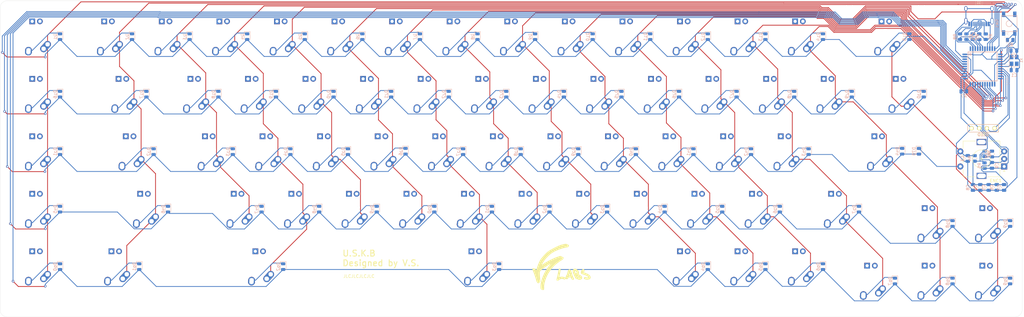
<source format=kicad_pcb>
(kicad_pcb (version 20171130) (host pcbnew "(5.1.9)-1")
  (layers (0 F.Cu signal) (31 B.Cu signal) (34 B.Paste user) (35 F.Paste user) (36 B.SilkS user) (37 F.SilkS user) (38 B.Mask user) (39 F.Mask user) (44 Edge.Cuts user))
  (net 0 "")
  (net 1 GND)
  (net 2 XTAL1)
  (net 3 XTAL2)
  (net 4 COL14)
  (net 5 VCC)
  (net 6 ROT_A)
  (net 7 ROT_B)
  (net 8 "Net-(C11-Pad2)")
  (net 9 ROW0)
  (net 10 "Net-(D1-Pad1)")
  (net 11 "Net-(D2-Pad1)")
  (net 12 "Net-(D3-Pad1)")
  (net 13 "Net-(D4-Pad1)")
  (net 14 "Net-(D5-Pad1)")
  (net 15 "Net-(D6-Pad1)")
  (net 16 "Net-(D7-Pad1)")
  (net 17 "Net-(D8-Pad1)")
  (net 18 "Net-(D9-Pad1)")
  (net 19 "Net-(D10-Pad1)")
  (net 20 "Net-(D11-Pad1)")
  (net 21 "Net-(D12-Pad1)")
  (net 22 "Net-(D13-Pad1)")
  (net 23 "Net-(D14-Pad1)")
  (net 24 "Net-(D15-Pad1)")
  (net 25 ROW1)
  (net 26 "Net-(D16-Pad1)")
  (net 27 "Net-(D17-Pad1)")
  (net 28 "Net-(D18-Pad1)")
  (net 29 "Net-(D19-Pad1)")
  (net 30 "Net-(D20-Pad1)")
  (net 31 "Net-(D21-Pad1)")
  (net 32 "Net-(D22-Pad1)")
  (net 33 "Net-(D23-Pad1)")
  (net 34 "Net-(D24-Pad1)")
  (net 35 "Net-(D25-Pad1)")
  (net 36 "Net-(D26-Pad1)")
  (net 37 "Net-(D27-Pad1)")
  (net 38 "Net-(D28-Pad1)")
  (net 39 "Net-(D29-Pad1)")
  (net 40 "Net-(D30-Pad1)")
  (net 41 ROW2)
  (net 42 "Net-(D31-Pad1)")
  (net 43 "Net-(D32-Pad1)")
  (net 44 "Net-(D33-Pad1)")
  (net 45 "Net-(D34-Pad1)")
  (net 46 "Net-(D35-Pad1)")
  (net 47 "Net-(D36-Pad1)")
  (net 48 "Net-(D37-Pad1)")
  (net 49 "Net-(D38-Pad1)")
  (net 50 "Net-(D39-Pad1)")
  (net 51 "Net-(D40-Pad1)")
  (net 52 "Net-(D41-Pad1)")
  (net 53 "Net-(D42-Pad1)")
  (net 54 "Net-(D43-Pad1)")
  (net 55 "Net-(D44-Pad1)")
  (net 56 ROW3)
  (net 57 "Net-(D45-Pad1)")
  (net 58 "Net-(D46-Pad1)")
  (net 59 "Net-(D47-Pad1)")
  (net 60 "Net-(D48-Pad1)")
  (net 61 "Net-(D49-Pad1)")
  (net 62 "Net-(D50-Pad1)")
  (net 63 "Net-(D51-Pad1)")
  (net 64 "Net-(D52-Pad1)")
  (net 65 "Net-(D53-Pad1)")
  (net 66 "Net-(D54-Pad1)")
  (net 67 "Net-(D55-Pad1)")
  (net 68 "Net-(D56-Pad1)")
  (net 69 "Net-(D57-Pad1)")
  (net 70 "Net-(D58-Pad1)")
  (net 71 "Net-(D59-Pad1)")
  (net 72 ROW4)
  (net 73 "Net-(D60-Pad1)")
  (net 74 "Net-(D61-Pad1)")
  (net 75 "Net-(D62-Pad1)")
  (net 76 "Net-(D63-Pad1)")
  (net 77 "Net-(D64-Pad1)")
  (net 78 "Net-(D65-Pad1)")
  (net 79 "Net-(D66-Pad1)")
  (net 80 "Net-(D67-Pad1)")
  (net 81 "Net-(D68-Pad1)")
  (net 82 "Net-(D69-Pad1)")
  (net 83 R_ENC)
  (net 84 COL0)
  (net 85 COL1)
  (net 86 COL2)
  (net 87 COL3)
  (net 88 COL4)
  (net 89 COL5)
  (net 90 COL6)
  (net 91 COL7)
  (net 92 COL8)
  (net 93 COL10)
  (net 94 COL11)
  (net 95 COL12)
  (net 96 COL13)
  (net 97 SCL)
  (net 98 SDA)
  (net 99 RESET)
  (net 100 "Net-(R2-Pad2)")
  (net 101 D-)
  (net 102 "Net-(R3-Pad2)")
  (net 103 D+)
  (net 104 "Net-(R7-Pad2)")
  (net 105 "Net-(U1-Pad42)")
  (net 106 COL9)
  (net 107 "Net-(USB1-Pad9)")
  (net 108 "Net-(USB1-Pad3)")
  (net 109 "Net-(U1-Pad1)")
  (net 110 "Net-(R8-Pad1)")
  (net 111 "Net-(R9-Pad2)")
  (module "Keyboard Master List:MX-1U" (layer F.Cu) (at 339.725 87.3125 180)
    (fp_text reference MX59)
    (fp_text value MX-NoLED-MX_Alps_Hybrid)
    (pad 2 thru_hole oval (at 2.5 -4.5 266.0548) (size 2.831378 2.25) (drill 1.47 (offset 0.290689 0)) (layers *.Cu B.Mask) (net 71 "Net-(D59-Pad1)"))
    (pad 2 thru_hole circle (at 2.54 -5.08 180) (size 2.25 2.25) (drill 1.47) (layers *.Cu B.Mask) (net 71 "Net-(D59-Pad1)"))
    (pad 1 thru_hole oval (at -3.81 -2.54 228.0996) (size 4.211556 2.25) (drill 1.47 (offset 0.980778 0)) (layers *.Cu B.Mask) (net 4 COL14))
    (pad "" np_thru_hole circle (at 0 0 180) (size 3.9878 3.9878) (drill 3.9878) (layers *.Cu *.Mask))
    (pad 1 thru_hole circle (at -2.5 -4 180) (size 2.25 2.25) (drill 1.47) (layers *.Cu B.Mask) (net 4 COL14))
    (pad 3 thru_hole circle (at -1.27 5.08 180) (size 1.905 1.905) (drill 1.04) (layers *.Cu B.Mask))
    (pad 4 thru_hole rect (at 1.27 5.08 180) (size 1.905 1.905) (drill 1.04) (layers *.Cu B.Mask))
    (pad "" np_thru_hole circle (at -5.08 0 228.0996) (size 1.75 1.75) (drill 1.75) (layers *.Cu *.Mask))
    (pad "" np_thru_hole circle (at 5.08 0 228.0996) (size 1.75 1.75) (drill 1.75) (layers *.Cu *.Mask))
  )
  (module Resistor_SMD:R_0805_2012Metric (layer B.Cu) (at 339.598 25.4 90)
    (fp_text reference R9 (at 0 1.65 90) (layer B.SilkS) (effects (justify mirror)))
    (fp_text value 5.1k)
    (pad 2 smd roundrect (at 0.9125 0 90) (size 1.025 1.4) (layers B.Cu B.Paste B.Mask) (roundrect_rratio 0.2439014634146341) (net 111 "Net-(R9-Pad2)"))
    (pad 1 smd roundrect (at -0.9125 0 90) (size 1.025 1.4) (layers B.Cu B.Paste B.Mask) (roundrect_rratio 0.2439014634146341) (net 1 GND))
  )
  (module Resistor_SMD:R_0805_2012Metric (layer B.Cu) (at 331.089 25.4 270)
    (fp_text reference R8 (at 0 1.65 90) (layer B.SilkS) (effects (justify mirror)))
    (fp_text value 5.1k)
    (pad 2 smd roundrect (at 0.9125 0 270) (size 1.025 1.4) (layers B.Cu B.Paste B.Mask) (roundrect_rratio 0.2439014634146341) (net 1 GND))
    (pad 1 smd roundrect (at -0.9125 0 270) (size 1.025 1.4) (layers B.Cu B.Paste B.Mask) (roundrect_rratio 0.2439014634146341) (net 110 "Net-(R8-Pad1)"))
  )
  (module "Keebio Parts:HRO-TYPE-C-31-M-12-Assembly" (layer B.Cu) (at 337.34502 13.49502)
    (fp_text reference USB1 (at 0 0.79375 180) (layer B.SilkS) (effects (font (size 0.7 0.7)) (justify mirror)))
    (fp_text value HRO-TYPE-C-31-M-12)
    (pad 12 smd rect (at 3.225 7.695) (size 0.6 1.45) (layers B.Cu B.Paste B.Mask) (net 1 GND))
    (pad 1 smd rect (at -3.225 7.695) (size 0.6 1.45) (layers B.Cu B.Paste B.Mask) (net 1 GND))
    (pad 11 smd rect (at 2.45 7.695) (size 0.6 1.45) (layers B.Cu B.Paste B.Mask) (net 5 VCC))
    (pad 2 smd rect (at -2.45 7.695) (size 0.6 1.45) (layers B.Cu B.Paste B.Mask) (net 5 VCC))
    (pad 3 smd rect (at -1.75 7.695) (size 0.3 1.45) (layers B.Cu B.Paste B.Mask) (net 108 "Net-(USB1-Pad3)"))
    (pad 10 smd rect (at 1.75 7.695) (size 0.3 1.45) (layers B.Cu B.Paste B.Mask) (net 111 "Net-(R9-Pad2)"))
    (pad 4 smd rect (at -1.25 7.695) (size 0.3 1.45) (layers B.Cu B.Paste B.Mask) (net 110 "Net-(R8-Pad1)"))
    (pad 9 smd rect (at 1.25 7.695) (size 0.3 1.45) (layers B.Cu B.Paste B.Mask) (net 107 "Net-(USB1-Pad9)"))
    (pad 5 smd rect (at -0.75 7.695) (size 0.3 1.45) (layers B.Cu B.Paste B.Mask) (net 100 "Net-(R2-Pad2)"))
    (pad 8 smd rect (at 0.75 7.695) (size 0.3 1.45) (layers B.Cu B.Paste B.Mask) (net 102 "Net-(R3-Pad2)"))
    (pad 7 smd rect (at 0.25 7.695) (size 0.3 1.45) (layers B.Cu B.Paste B.Mask) (net 100 "Net-(R2-Pad2)"))
    (pad 6 smd rect (at -0.25 7.695) (size 0.3 1.45) (layers B.Cu B.Paste B.Mask) (net 102 "Net-(R3-Pad2)"))
    (pad "" np_thru_hole circle (at 2.89 6.25) (size 0.65 0.65) (drill 0.65) (layers *.Cu *.Mask))
    (pad "" np_thru_hole circle (at -2.89 6.25) (size 0.65 0.65) (drill 0.65) (layers *.Cu *.Mask))
    (pad 13 thru_hole oval (at -4.32 6.78) (size 1 2.1) (drill oval 0.6 1.7) (layers *.Cu *.Mask) (net 1 GND))
    (pad 13 thru_hole oval (at 4.32 6.78) (size 1 2.1) (drill oval 0.6 1.7) (layers *.Cu *.Mask) (net 1 GND))
    (pad 13 thru_hole oval (at -4.32 2.6) (size 1 1.6) (drill oval 0.6 1.2) (layers *.Cu *.Mask) (net 1 GND))
    (pad 13 thru_hole oval (at 4.32 2.6) (size 1 1.6) (drill oval 0.6 1.2) (layers *.Cu *.Mask) (net 1 GND))
  )
  (module "Keyboard Master List:labs" (layer F.Cu) (at 203.2 103.98125)
    (fp_text reference LOGO2 hide)
    (fp_text value LOGO hide)
  )
  (module "Keyboard Master List:MX-6.25U" (layer F.Cu) (at 170.688 101.6 180)
    (fp_text reference MX63)
    (fp_text value MX-NoLED-MX_Alps_Hybrid)
    (pad "" np_thru_hole circle (at 49.9999 8.255 180) (size 3.9878 3.9878) (drill 3.9878) (layers *.Cu *.Mask))
    (pad "" np_thru_hole circle (at -49.9999 8.255 180) (size 3.9878 3.9878) (drill 3.9878) (layers *.Cu *.Mask))
    (pad "" np_thru_hole circle (at 49.9999 -6.985 180) (size 3.048 3.048) (drill 3.048) (layers *.Cu *.Mask))
    (pad "" np_thru_hole circle (at -49.9999 -6.985 180) (size 3.048 3.048) (drill 3.048) (layers *.Cu *.Mask))
    (pad "" np_thru_hole circle (at 5.08 0 228.0996) (size 1.75 1.75) (drill 1.75) (layers *.Cu *.Mask))
    (pad "" np_thru_hole circle (at -5.08 0 228.0996) (size 1.75 1.75) (drill 1.75) (layers *.Cu *.Mask))
    (pad 4 thru_hole rect (at 1.27 5.08 180) (size 1.905 1.905) (drill 1.04) (layers *.Cu B.Mask))
    (pad 3 thru_hole circle (at -1.27 5.08 180) (size 1.905 1.905) (drill 1.04) (layers *.Cu B.Mask))
    (pad 1 thru_hole circle (at -2.5 -4 180) (size 2.25 2.25) (drill 1.47) (layers *.Cu B.Mask) (net 90 COL6))
    (pad "" np_thru_hole circle (at 0 0 180) (size 3.9878 3.9878) (drill 3.9878) (layers *.Cu *.Mask))
    (pad 1 thru_hole oval (at -3.81 -2.54 228.0996) (size 4.211556 2.25) (drill 1.47 (offset 0.980778 0)) (layers *.Cu B.Mask) (net 90 COL6))
    (pad 2 thru_hole circle (at 2.54 -5.08 180) (size 2.25 2.25) (drill 1.47) (layers *.Cu B.Mask) (net 76 "Net-(D63-Pad1)"))
    (pad 2 thru_hole oval (at 2.5 -4.5 266.0548) (size 2.831378 2.25) (drill 1.47 (offset 0.290689 0)) (layers *.Cu B.Mask) (net 76 "Net-(D63-Pad1)"))
  )
  (module "Keyboard Master List:logo" (layer F.Cu) (at 195.67525 101.727)
    (fp_text reference LOGO1 hide)
    (fp_text value LOGO hide)
  )
  (module Rotary_Encoder:RotaryEncoder_Alps_EC11E-Switch_Vertical_H20mm (layer F.Cu) (at 345.70035 68.40855 180)
    (fp_text reference ENC1 (at 2.8 -4.7) (layer F.SilkS))
    (fp_text value Rotary_Encoder_Switch)
    (pad S1 thru_hole circle (at 14.5 5 180) (size 2 2) (drill 1) (layers *.Cu *.Mask) (net 4 COL14))
    (pad S2 thru_hole circle (at 14.5 0 180) (size 2 2) (drill 1) (layers *.Cu *.Mask) (net 83 R_ENC))
    (pad MP thru_hole rect (at 7.5 8.1 180) (size 3.2 2) (drill oval 2.8 1.5) (layers *.Cu *.Mask))
    (pad MP thru_hole rect (at 7.5 -3.1 180) (size 3.2 2) (drill oval 2.8 1.5) (layers *.Cu *.Mask))
    (pad B thru_hole circle (at 0 5 180) (size 2 2) (drill 1) (layers *.Cu *.Mask) (net 7 ROT_B))
    (pad C thru_hole circle (at 0 2.5 180) (size 2 2) (drill 1) (layers *.Cu *.Mask) (net 1 GND))
    (pad A thru_hole rect (at 0 0 180) (size 2 2) (drill 1) (layers *.Cu *.Mask) (net 6 ROT_A))
  )
  (module "Keyboard Master List:SKQG-1155865" (layer B.Cu) (at 347.345 21.082 90)
    (fp_text reference SW1 (at 0 -4.064 90) (layer B.SilkS) (effects (justify mirror)))
    (fp_text value SW_PUSH)
    (pad 4 smd rect (at -3.1 -1.85 90) (size 1.8 1.1) (layers B.Cu B.Paste B.Mask))
    (pad 3 smd rect (at 3.1 1.85 90) (size 1.8 1.1) (layers B.Cu B.Paste B.Mask))
    (pad 2 smd rect (at -3.1 1.85 90) (size 1.8 1.1) (layers B.Cu B.Paste B.Mask) (net 99 RESET))
    (pad 1 smd rect (at 3.1 -1.85 90) (size 1.8 1.1) (layers B.Cu B.Paste B.Mask) (net 1 GND))
  )
  (module Resistor_SMD:R_0805_2012Metric (layer B.Cu) (at 347.6879 26.5049)
    (fp_text reference R1 (at 0 1.65) (layer B.SilkS) (effects (justify mirror)))
    (fp_text value 10k)
    (pad 2 smd roundrect (at 0.9125 0) (size 1.025 1.4) (layers B.Cu B.Paste B.Mask) (roundrect_rratio 0.2439004878048781) (net 5 VCC))
    (pad 1 smd roundrect (at -0.9125 0) (size 1.025 1.4) (layers B.Cu B.Paste B.Mask) (roundrect_rratio 0.2439004878048781) (net 99 RESET))
  )
  (module "Keebio Parts:Crystal_SMD_3225-4pin_3.2x2.5mm" (layer B.Cu) (at 348.98965 33.26765 90)
    (fp_text reference X1 (at 0 2.45 90) (layer B.SilkS) (effects (font (size 0.8 0.8)) (justify mirror)))
    (fp_text value XTAL_GND)
    (pad 1 smd rect (at -1.1 -0.85 90) (size 1.4 1.2) (layers B.Cu B.Paste B.Mask) (net 2 XTAL1))
    (pad 2 smd rect (at 1.1 -0.85 90) (size 1.4 1.2) (layers B.Cu B.Paste B.Mask) (net 3 XTAL2))
    (pad 3 smd rect (at 1.1 0.85 90) (size 1.4 1.2) (layers B.Cu B.Paste B.Mask) (net 1 GND))
    (pad 4 smd rect (at -1.1 0.85 90) (size 1.4 1.2) (layers B.Cu B.Paste B.Mask))
  )
  (module Capacitor_SMD:C_0805_2012Metric (layer B.Cu) (at 345.6559 75.3491 270)
    (fp_text reference C7 (at 0 1.68 90) (layer B.SilkS) (effects (justify mirror)))
    (fp_text value 0.1u)
    (pad 2 smd roundrect (at 0.95 0 270) (size 1 1.45) (layers B.Cu B.Paste B.Mask) (net 1 GND))
    (pad 1 smd roundrect (at -0.95 0 270) (size 1 1.45) (layers B.Cu B.Paste B.Mask) (net 5 VCC))
  )
  (module Capacitor_SMD:C_0805_2012Metric (layer B.Cu) (at 337.7819 75.3491 270)
    (fp_text reference C4 (at 0 1.68 90) (layer B.SilkS) (effects (justify mirror)))
    (fp_text value 0.1u)
    (pad 2 smd roundrect (at 0.95 0 270) (size 1 1.45) (layers B.Cu B.Paste B.Mask) (net 1 GND))
    (pad 1 smd roundrect (at -0.95 0 270) (size 1 1.45) (layers B.Cu B.Paste B.Mask) (net 5 VCC))
  )
  (module Capacitor_SMD:C_0805_2012Metric (layer B.Cu) (at 343.2429 75.3491 270)
    (fp_text reference C6 (at 0 1.68 90) (layer B.SilkS) (effects (justify mirror)))
    (fp_text value 0.1u)
    (pad 2 smd roundrect (at 0.95 0 270) (size 1 1.45) (layers B.Cu B.Paste B.Mask) (net 1 GND))
    (pad 1 smd roundrect (at -0.95 0 270) (size 1 1.45) (layers B.Cu B.Paste B.Mask) (net 5 VCC))
  )
  (module Capacitor_SMD:C_0805_2012Metric (layer B.Cu) (at 340.5759 75.3491 270)
    (fp_text reference C5 (at 0 1.68 90) (layer B.SilkS) (effects (justify mirror)))
    (fp_text value 0.1u)
    (pad 2 smd roundrect (at 0.95 0 270) (size 1 1.45) (layers B.Cu B.Paste B.Mask) (net 1 GND))
    (pad 1 smd roundrect (at -0.95 0 270) (size 1 1.45) (layers B.Cu B.Paste B.Mask) (net 5 VCC))
  )
  (module Capacitor_SMD:C_0805_2012Metric (layer B.Cu) (at 348.90075 30.00375)
    (fp_text reference C2 (at 0 1.68) (layer B.SilkS) (effects (justify mirror)))
    (fp_text value 22p)
    (pad 2 smd roundrect (at 0.95 0) (size 1 1.45) (layers B.Cu B.Paste B.Mask) (net 1 GND))
    (pad 1 smd roundrect (at -0.95 0) (size 1 1.45) (layers B.Cu B.Paste B.Mask) (net 3 XTAL2))
  )
  (module Capacitor_SMD:C_0805_2012Metric (layer B.Cu) (at 335.3689 75.3491 270)
    (fp_text reference C8 (at 0 1.68 90) (layer B.SilkS) (effects (justify mirror)))
    (fp_text value 4.7u)
    (pad 2 smd roundrect (at 0.95 0 270) (size 1 1.45) (layers B.Cu B.Paste B.Mask) (net 1 GND))
    (pad 1 smd roundrect (at -0.95 0 270) (size 1 1.45) (layers B.Cu B.Paste B.Mask) (net 5 VCC))
  )
  (module Capacitor_SMD:C_0805_2012Metric (layer B.Cu) (at 348.96675 36.48075)
    (fp_text reference C1 (at 0 1.68) (layer B.SilkS) (effects (justify mirror)))
    (fp_text value 22p)
    (pad 2 smd roundrect (at 0.95 0) (size 1 1.45) (layers B.Cu B.Paste B.Mask) (net 1 GND))
    (pad 1 smd roundrect (at -0.95 0) (size 1 1.45) (layers B.Cu B.Paste B.Mask) (net 2 XTAL1))
  )
  (module "Keebio Parts:ATMEGA32U4-AU" (layer B.Cu) (at 338.53924 35.26409 270)
    (fp_text reference U1 (at -3.474 8.014 90) (layer B.SilkS) (effects (font (size 1.4 1.4) (thickness 0.05)) (justify mirror)))
    (fp_text value ATmega32U4-AU (at -2.55 -8.1261 90) (layer B.SilkS) (effects (font (size 1.4 1.4) (thickness 0.05)) (justify mirror)))
    (pad 1 smd rect (at -5.9 4 270) (size 1.5 0.5) (layers B.Cu B.Paste B.Mask) (net 109 "Net-(U1-Pad1)"))
    (pad 2 smd rect (at -5.9 3.2 270) (size 1.5 0.5) (layers B.Cu B.Paste B.Mask) (net 5 VCC))
    (pad 3 smd rect (at -5.9 2.4 270) (size 1.5 0.5) (layers B.Cu B.Paste B.Mask) (net 101 D-))
    (pad 4 smd rect (at -5.9 1.6 270) (size 1.5 0.5) (layers B.Cu B.Paste B.Mask) (net 103 D+))
    (pad 5 smd rect (at -5.9 0.8 270) (size 1.5 0.5) (layers B.Cu B.Paste B.Mask) (net 1 GND))
    (pad 6 smd rect (at -5.9 0 270) (size 1.5 0.5) (layers B.Cu B.Paste B.Mask) (net 8 "Net-(C11-Pad2)"))
    (pad 7 smd rect (at -5.9 -0.8 270) (size 1.5 0.5) (layers B.Cu B.Paste B.Mask) (net 5 VCC))
    (pad 8 smd rect (at -5.9 -1.6 270) (size 1.5 0.5) (layers B.Cu B.Paste B.Mask) (net 84 COL0))
    (pad 9 smd rect (at -5.9 -2.4 270) (size 1.5 0.5) (layers B.Cu B.Paste B.Mask) (net 85 COL1))
    (pad 10 smd rect (at -5.9 -3.2 270) (size 1.5 0.5) (layers B.Cu B.Paste B.Mask) (net 86 COL2))
    (pad 11 smd rect (at -5.9 -4 270) (size 1.5 0.5) (layers B.Cu B.Paste B.Mask) (net 87 COL3))
    (pad 12 smd rect (at -4 -5.9 270) (size 0.5 1.5) (layers B.Cu B.Paste B.Mask) (net 91 COL7))
    (pad 13 smd rect (at -3.2 -5.9 270) (size 0.5 1.5) (layers B.Cu B.Paste B.Mask) (net 99 RESET))
    (pad 14 smd rect (at -2.4 -5.9 270) (size 0.5 1.5) (layers B.Cu B.Paste B.Mask) (net 5 VCC))
    (pad 15 smd rect (at -1.6 -5.9 270) (size 0.5 1.5) (layers B.Cu B.Paste B.Mask) (net 1 GND))
    (pad 16 smd rect (at -0.8 -5.9 270) (size 0.5 1.5) (layers B.Cu B.Paste B.Mask) (net 3 XTAL2))
    (pad 17 smd rect (at 0 -5.9 270) (size 0.5 1.5) (layers B.Cu B.Paste B.Mask) (net 2 XTAL1))
    (pad 18 smd rect (at 0.8 -5.9 270) (size 0.5 1.5) (layers B.Cu B.Paste B.Mask) (net 97 SCL))
    (pad 19 smd rect (at 1.6 -5.9 270) (size 0.5 1.5) (layers B.Cu B.Paste B.Mask) (net 98 SDA))
    (pad 20 smd rect (at 2.4 -5.9 270) (size 0.5 1.5) (layers B.Cu B.Paste B.Mask) (net 92 COL8))
    (pad 21 smd rect (at 3.2 -5.9 270) (size 0.5 1.5) (layers B.Cu B.Paste B.Mask) (net 106 COL9))
    (pad 22 smd rect (at 4 -5.9 270) (size 0.5 1.5) (layers B.Cu B.Paste B.Mask) (net 94 COL11))
    (pad 23 smd rect (at 5.9 -4 270) (size 1.5 0.5) (layers B.Cu B.Paste B.Mask) (net 1 GND))
    (pad 24 smd rect (at 5.9 -3.2 270) (size 1.5 0.5) (layers B.Cu B.Paste B.Mask) (net 5 VCC))
    (pad 25 smd rect (at 5.9 -2.4 270) (size 1.5 0.5) (layers B.Cu B.Paste B.Mask) (net 93 COL10))
    (pad 26 smd rect (at 5.9 -1.6 270) (size 1.5 0.5) (layers B.Cu B.Paste B.Mask) (net 95 COL12))
    (pad 27 smd rect (at 5.9 -0.8 270) (size 1.5 0.5) (layers B.Cu B.Paste B.Mask) (net 96 COL13))
    (pad 28 smd rect (at 5.9 0 270) (size 1.5 0.5) (layers B.Cu B.Paste B.Mask) (net 88 COL4))
    (pad 29 smd rect (at 5.9 0.8 270) (size 1.5 0.5) (layers B.Cu B.Paste B.Mask) (net 89 COL5))
    (pad 30 smd rect (at 5.9 1.6 270) (size 1.5 0.5) (layers B.Cu B.Paste B.Mask) (net 90 COL6))
    (pad 31 smd rect (at 5.9 2.4 270) (size 1.5 0.5) (layers B.Cu B.Paste B.Mask) (net 6 ROT_A))
    (pad 32 smd rect (at 5.9 3.2 270) (size 1.5 0.5) (layers B.Cu B.Paste B.Mask) (net 7 ROT_B))
    (pad 33 smd rect (at 5.9 4 270) (size 1.5 0.5) (layers B.Cu B.Paste B.Mask) (net 104 "Net-(R7-Pad2)"))
    (pad 34 smd rect (at 4 5.9 270) (size 0.5 1.5) (layers B.Cu B.Paste B.Mask) (net 5 VCC))
    (pad 35 smd rect (at 3.2 5.9 270) (size 0.5 1.5) (layers B.Cu B.Paste B.Mask) (net 1 GND))
    (pad 36 smd rect (at 2.4 5.9 270) (size 0.5 1.5) (layers B.Cu B.Paste B.Mask) (net 4 COL14))
    (pad 37 smd rect (at 1.6 5.9 270) (size 0.5 1.5) (layers B.Cu B.Paste B.Mask) (net 72 ROW4))
    (pad 38 smd rect (at 0.8 5.9 270) (size 0.5 1.5) (layers B.Cu B.Paste B.Mask) (net 56 ROW3))
    (pad 39 smd rect (at 0 5.9 270) (size 0.5 1.5) (layers B.Cu B.Paste B.Mask) (net 41 ROW2))
    (pad 40 smd rect (at -0.8 5.9 270) (size 0.5 1.5) (layers B.Cu B.Paste B.Mask) (net 25 ROW1))
    (pad 41 smd rect (at -1.6 5.9 270) (size 0.5 1.5) (layers B.Cu B.Paste B.Mask) (net 9 ROW0))
    (pad 42 smd rect (at -2.4 5.9 270) (size 0.5 1.5) (layers B.Cu B.Paste B.Mask) (net 105 "Net-(U1-Pad42)"))
    (pad 43 smd rect (at -3.2 5.9 270) (size 0.5 1.5) (layers B.Cu B.Paste B.Mask) (net 1 GND))
    (pad 44 smd rect (at -4 5.9 270) (size 0.5 1.5) (layers B.Cu B.Paste B.Mask) (net 5 VCC))
  )
  (module "Keyboard Master List:MX-1.5U" (layer F.Cu) (at 311.09158 44.45 180)
    (fp_text reference MX30)
    (fp_text value MX-NoLED-MX_Alps_Hybrid)
    (pad "" np_thru_hole circle (at 5.08 0 228.0996) (size 1.75 1.75) (drill 1.75) (layers *.Cu *.Mask))
    (pad "" np_thru_hole circle (at -5.08 0 228.0996) (size 1.75 1.75) (drill 1.75) (layers *.Cu *.Mask))
    (pad 4 thru_hole rect (at 1.27 5.08 180) (size 1.905 1.905) (drill 1.04) (layers *.Cu B.Mask))
    (pad 3 thru_hole circle (at -1.27 5.08 180) (size 1.905 1.905) (drill 1.04) (layers *.Cu B.Mask))
    (pad 1 thru_hole circle (at -2.5 -4 180) (size 2.25 2.25) (drill 1.47) (layers *.Cu B.Mask) (net 4 COL14))
    (pad "" np_thru_hole circle (at 0 0 180) (size 3.9878 3.9878) (drill 3.9878) (layers *.Cu *.Mask))
    (pad 1 thru_hole oval (at -3.81 -2.54 228.0996) (size 4.211556 2.25) (drill 1.47 (offset 0.980778 0)) (layers *.Cu B.Mask) (net 4 COL14))
    (pad 2 thru_hole circle (at 2.54 -5.08 180) (size 2.25 2.25) (drill 1.47) (layers *.Cu B.Mask) (net 40 "Net-(D30-Pad1)"))
    (pad 2 thru_hole oval (at 2.5 -4.5 266.0548) (size 2.831378 2.25) (drill 1.47 (offset 0.290689 0)) (layers *.Cu B.Mask) (net 40 "Net-(D30-Pad1)"))
  )
  (module "Keyboard Master List:MX-2.25U" (layer F.Cu) (at 304.00625 63.5 180)
    (fp_text reference MX44)
    (fp_text value MX-NoLED-MX_Alps_Hybrid)
    (pad 2 thru_hole oval (at 2.5 -4.5 266.0548) (size 2.831378 2.25) (drill 1.47 (offset 0.290689 0)) (layers *.Cu B.Mask) (net 55 "Net-(D44-Pad1)"))
    (pad 2 thru_hole circle (at 2.54 -5.08 180) (size 2.25 2.25) (drill 1.47) (layers *.Cu B.Mask) (net 55 "Net-(D44-Pad1)"))
    (pad 1 thru_hole oval (at -3.81 -2.54 228.0996) (size 4.211556 2.25) (drill 1.47 (offset 0.980778 0)) (layers *.Cu B.Mask) (net 96 COL13))
    (pad "" np_thru_hole circle (at 0 0 180) (size 3.9878 3.9878) (drill 3.9878) (layers *.Cu *.Mask))
    (pad 1 thru_hole circle (at -2.5 -4 180) (size 2.25 2.25) (drill 1.47) (layers *.Cu B.Mask) (net 96 COL13))
    (pad 3 thru_hole circle (at -1.27 5.08 180) (size 1.905 1.905) (drill 1.04) (layers *.Cu B.Mask))
    (pad 4 thru_hole rect (at 1.27 5.08 180) (size 1.905 1.905) (drill 1.04) (layers *.Cu B.Mask))
    (pad "" np_thru_hole circle (at -5.08 0 228.0996) (size 1.75 1.75) (drill 1.75) (layers *.Cu *.Mask))
    (pad "" np_thru_hole circle (at 5.08 0 228.0996) (size 1.75 1.75) (drill 1.75) (layers *.Cu *.Mask))
    (pad "" np_thru_hole circle (at -11.938 -6.985 180) (size 3.048 3.048) (drill 3.048) (layers *.Cu *.Mask))
    (pad "" np_thru_hole circle (at 11.938 -6.985 180) (size 3.048 3.048) (drill 3.048) (layers *.Cu *.Mask))
    (pad "" np_thru_hole circle (at -11.938 8.255 180) (size 3.9878 3.9878) (drill 3.9878) (layers *.Cu *.Mask))
    (pad "" np_thru_hole circle (at 11.938 8.255 180) (size 3.9878 3.9878) (drill 3.9878) (layers *.Cu *.Mask))
  )
  (module Capacitor_SMD:C_0805_2012Metric (layer B.Cu) (at 333.63535 65.74155 270)
    (fp_text reference C3 (at 0 1.68 90) (layer B.SilkS) (effects (justify mirror)))
    (fp_text value 0.1u)
    (pad 1 smd roundrect (at -0.95 0 270) (size 1 1.45) (layers B.Cu B.Paste B.Mask) (net 4 COL14))
    (pad 2 smd roundrect (at 0.95 0 270) (size 1 1.45) (layers B.Cu B.Paste B.Mask) (net 1 GND))
  )
  (module Capacitor_SMD:C_0805_2012Metric (layer B.Cu) (at 341.63635 64.2743 270)
    (fp_text reference C10 (at 0 1.68 90) (layer B.SilkS) (effects (justify mirror)))
    (fp_text value 0.1u)
    (pad 1 smd roundrect (at -0.95 0 270) (size 1 1.45) (layers B.Cu B.Paste B.Mask) (net 1 GND))
    (pad 2 smd roundrect (at 0.95 0 270) (size 1 1.45) (layers B.Cu B.Paste B.Mask) (net 7 ROT_B))
  )
  (module Capacitor_SMD:C_0805_2012Metric (layer B.Cu) (at 341.63635 68.02755 90)
    (fp_text reference C9 (at 0 1.68 90) (layer B.SilkS) (effects (justify mirror)))
    (fp_text value 0.1u)
    (pad 1 smd roundrect (at -0.95 0 90) (size 1 1.45) (layers B.Cu B.Paste B.Mask) (net 6 ROT_A))
    (pad 2 smd roundrect (at 0.95 0 90) (size 1 1.45) (layers B.Cu B.Paste B.Mask) (net 1 GND))
  )
  (module Resistor_SMD:R_0805_2012Metric (layer B.Cu) (at 339.1861 68.12105 270)
    (fp_text reference R5 (at 0 1.65 270) (layer B.SilkS) (effects (justify mirror)))
    (fp_text value 10k)
    (pad 1 smd roundrect (at -0.9125 0 270) (size 1.025 1.4) (layers B.Cu B.Paste B.Mask) (roundrect_rratio 0.2439004878048781) (net 5 VCC))
    (pad 2 smd roundrect (at 0.9125 0 270) (size 1.025 1.4) (layers B.Cu B.Paste B.Mask) (roundrect_rratio 0.2439004878048781) (net 6 ROT_A))
  )
  (module Resistor_SMD:R_0805_2012Metric (layer B.Cu) (at 339.22335 64.21755 90)
    (fp_text reference R6 (at 0 1.65 270) (layer B.SilkS) (effects (justify mirror)))
    (fp_text value 10k)
    (pad 1 smd roundrect (at -0.9125 0 90) (size 1.025 1.4) (layers B.Cu B.Paste B.Mask) (roundrect_rratio 0.2439004878048781) (net 7 ROT_B))
    (pad 2 smd roundrect (at 0.9125 0 90) (size 1.025 1.4) (layers B.Cu B.Paste B.Mask) (roundrect_rratio 0.2439004878048781) (net 5 VCC))
  )
  (module Resistor_SMD:R_0805_2012Metric (layer B.Cu) (at 335.92135 65.74155 270)
    (fp_text reference R4 (at 0 1.65 270) (layer B.SilkS) (effects (justify mirror)))
    (fp_text value 10k)
    (pad 1 smd roundrect (at -0.9125 0 270) (size 1.025 1.4) (layers B.Cu B.Paste B.Mask) (roundrect_rratio 0.2439004878048781) (net 4 COL14))
    (pad 2 smd roundrect (at 0.9125 0 270) (size 1.025 1.4) (layers B.Cu B.Paste B.Mask) (roundrect_rratio 0.2439004878048781) (net 5 VCC))
  )
  (module "Keyboard Master List:MX-1U" (layer F.Cu) (at 49.2125 25.4 180)
    (fp_text reference MX2)
    (fp_text value MX-NoLED-MX_Alps_Hybrid)
    (pad 2 thru_hole oval (at 2.5 -4.5 266.0548) (size 2.831378 2.25) (drill 1.47 (offset 0.290689 0)) (layers *.Cu B.Mask) (net 11 "Net-(D2-Pad1)"))
    (pad 2 thru_hole circle (at 2.54 -5.08 180) (size 2.25 2.25) (drill 1.47) (layers *.Cu B.Mask) (net 11 "Net-(D2-Pad1)"))
    (pad 1 thru_hole oval (at -3.81 -2.54 228.0996) (size 4.211556 2.25) (drill 1.47 (offset 0.980778 0)) (layers *.Cu B.Mask) (net 85 COL1))
    (pad "" np_thru_hole circle (at 0 0 180) (size 3.9878 3.9878) (drill 3.9878) (layers *.Cu *.Mask))
    (pad 1 thru_hole circle (at -2.5 -4 180) (size 2.25 2.25) (drill 1.47) (layers *.Cu B.Mask) (net 85 COL1))
    (pad 3 thru_hole circle (at -1.27 5.08 180) (size 1.905 1.905) (drill 1.04) (layers *.Cu B.Mask))
    (pad 4 thru_hole rect (at 1.27 5.08 180) (size 1.905 1.905) (drill 1.04) (layers *.Cu B.Mask))
    (pad "" np_thru_hole circle (at -5.08 0 228.0996) (size 1.75 1.75) (drill 1.75) (layers *.Cu *.Mask))
    (pad "" np_thru_hole circle (at 5.08 0 228.0996) (size 1.75 1.75) (drill 1.75) (layers *.Cu *.Mask))
  )
  (module Resistor_SMD:R_0805_2012Metric (layer B.Cu) (at 332.35074 43.51909)
    (fp_text reference R7 (at 0 1.65 180) (layer B.SilkS) (effects (justify mirror)))
    (fp_text value 10k)
    (pad 2 smd roundrect (at 0.9125 0) (size 1.025 1.4) (layers B.Cu B.Paste B.Mask) (roundrect_rratio 0.2439004878048781) (net 104 "Net-(R7-Pad2)"))
    (pad 1 smd roundrect (at -0.9125 0) (size 1.025 1.4) (layers B.Cu B.Paste B.Mask) (roundrect_rratio 0.2439004878048781) (net 1 GND))
  )
  (module Resistor_SMD:R_0805_2012Metric (layer B.Cu) (at 335.28127 25.40127 90)
    (fp_text reference R3 (at 0 1.65 90) (layer B.SilkS) (effects (justify mirror)))
    (fp_text value 22)
    (pad 1 smd roundrect (at -0.9125 0 90) (size 1.025 1.4) (layers B.Cu B.Paste B.Mask) (roundrect_rratio 0.2439004878048781) (net 103 D+))
    (pad 2 smd roundrect (at 0.9125 0 90) (size 1.025 1.4) (layers B.Cu B.Paste B.Mask) (roundrect_rratio 0.2439004878048781) (net 102 "Net-(R3-Pad2)"))
  )
  (module Resistor_SMD:R_0805_2012Metric (layer B.Cu) (at 333.21625 25.40127 90)
    (fp_text reference R2 (at 0 1.65 90) (layer B.SilkS) (effects (justify mirror)))
    (fp_text value 22)
    (pad 1 smd roundrect (at -0.9125 0 90) (size 1.025 1.4) (layers B.Cu B.Paste B.Mask) (roundrect_rratio 0.2439004878048781) (net 101 D-))
    (pad 2 smd roundrect (at 0.9125 0 90) (size 1.025 1.4) (layers B.Cu B.Paste B.Mask) (roundrect_rratio 0.2439004878048781) (net 100 "Net-(R2-Pad2)"))
  )
  (module "Keyboard Master List:OLED" (layer F.Cu) (at 342.519 55.753 180)
    (fp_text reference OL1)
    (fp_text value OLED-kbd hide)
    (fp_text user OLED (at 3.75 -2.1) (layer B.SilkS) (effects (justify mirror)))
    (fp_text user OLED (at 3.8 -2.1) (layer F.SilkS))
    (pad 4 thru_hole circle (at 7.62 0 180) (size 1.397 1.397) (drill 0.8128) (layers *.Cu *.Mask F.SilkS) (net 1 GND))
    (pad 3 thru_hole circle (at 5.08 0 180) (size 1.397 1.397) (drill 0.8128) (layers *.Cu *.Mask F.SilkS) (net 5 VCC))
    (pad 2 thru_hole circle (at 2.54 0 180) (size 1.397 1.397) (drill 0.8128) (layers *.Cu *.Mask F.SilkS) (net 97 SCL))
    (pad 1 thru_hole circle (at 0 0 180) (size 1.397 1.397) (drill 0.8128) (layers *.Cu *.Mask F.SilkS) (net 98 SDA))
  )
  (module "Keyboard Master List:MX-1U" (layer F.Cu) (at 339.725 106.3625 180)
    (fp_text reference MX69)
    (fp_text value MX-NoLED-MX_Alps_Hybrid)
    (pad 2 thru_hole oval (at 2.5 -4.5 266.0548) (size 2.831378 2.25) (drill 1.47 (offset 0.290689 0)) (layers *.Cu B.Mask) (net 82 "Net-(D69-Pad1)"))
    (pad 2 thru_hole circle (at 2.54 -5.08 180) (size 2.25 2.25) (drill 1.47) (layers *.Cu B.Mask) (net 82 "Net-(D69-Pad1)"))
    (pad 1 thru_hole oval (at -3.81 -2.54 228.0996) (size 4.211556 2.25) (drill 1.47 (offset 0.980778 0)) (layers *.Cu B.Mask) (net 4 COL14))
    (pad "" np_thru_hole circle (at 0 0 180) (size 3.9878 3.9878) (drill 3.9878) (layers *.Cu *.Mask))
    (pad 1 thru_hole circle (at -2.5 -4 180) (size 2.25 2.25) (drill 1.47) (layers *.Cu B.Mask) (net 4 COL14))
    (pad 3 thru_hole circle (at -1.27 5.08 180) (size 1.905 1.905) (drill 1.04) (layers *.Cu B.Mask))
    (pad 4 thru_hole rect (at 1.27 5.08 180) (size 1.905 1.905) (drill 1.04) (layers *.Cu B.Mask))
    (pad "" np_thru_hole circle (at -5.08 0 228.0996) (size 1.75 1.75) (drill 1.75) (layers *.Cu *.Mask))
    (pad "" np_thru_hole circle (at 5.08 0 228.0996) (size 1.75 1.75) (drill 1.75) (layers *.Cu *.Mask))
  )
  (module "Keyboard Master List:MX-1U" (layer F.Cu) (at 320.675 106.3625 180)
    (fp_text reference MX68)
    (fp_text value MX-NoLED-MX_Alps_Hybrid)
    (pad 2 thru_hole oval (at 2.5 -4.5 266.0548) (size 2.831378 2.25) (drill 1.47 (offset 0.290689 0)) (layers *.Cu B.Mask) (net 81 "Net-(D68-Pad1)"))
    (pad 2 thru_hole circle (at 2.54 -5.08 180) (size 2.25 2.25) (drill 1.47) (layers *.Cu B.Mask) (net 81 "Net-(D68-Pad1)"))
    (pad 1 thru_hole oval (at -3.81 -2.54 228.0996) (size 4.211556 2.25) (drill 1.47 (offset 0.980778 0)) (layers *.Cu B.Mask) (net 96 COL13))
    (pad "" np_thru_hole circle (at 0 0 180) (size 3.9878 3.9878) (drill 3.9878) (layers *.Cu *.Mask))
    (pad 1 thru_hole circle (at -2.5 -4 180) (size 2.25 2.25) (drill 1.47) (layers *.Cu B.Mask) (net 96 COL13))
    (pad 3 thru_hole circle (at -1.27 5.08 180) (size 1.905 1.905) (drill 1.04) (layers *.Cu B.Mask))
    (pad 4 thru_hole rect (at 1.27 5.08 180) (size 1.905 1.905) (drill 1.04) (layers *.Cu B.Mask))
    (pad "" np_thru_hole circle (at -5.08 0 228.0996) (size 1.75 1.75) (drill 1.75) (layers *.Cu *.Mask))
    (pad "" np_thru_hole circle (at 5.08 0 228.0996) (size 1.75 1.75) (drill 1.75) (layers *.Cu *.Mask))
  )
  (module "Keyboard Master List:MX-1U" (layer F.Cu) (at 301.625 106.3625 180)
    (fp_text reference MX67)
    (fp_text value MX-NoLED-MX_Alps_Hybrid)
    (pad 2 thru_hole oval (at 2.5 -4.5 266.0548) (size 2.831378 2.25) (drill 1.47 (offset 0.290689 0)) (layers *.Cu B.Mask) (net 80 "Net-(D67-Pad1)"))
    (pad 2 thru_hole circle (at 2.54 -5.08 180) (size 2.25 2.25) (drill 1.47) (layers *.Cu B.Mask) (net 80 "Net-(D67-Pad1)"))
    (pad 1 thru_hole oval (at -3.81 -2.54 228.0996) (size 4.211556 2.25) (drill 1.47 (offset 0.980778 0)) (layers *.Cu B.Mask) (net 95 COL12))
    (pad "" np_thru_hole circle (at 0 0 180) (size 3.9878 3.9878) (drill 3.9878) (layers *.Cu *.Mask))
    (pad 1 thru_hole circle (at -2.5 -4 180) (size 2.25 2.25) (drill 1.47) (layers *.Cu B.Mask) (net 95 COL12))
    (pad 3 thru_hole circle (at -1.27 5.08 180) (size 1.905 1.905) (drill 1.04) (layers *.Cu B.Mask))
    (pad 4 thru_hole rect (at 1.27 5.08 180) (size 1.905 1.905) (drill 1.04) (layers *.Cu B.Mask))
    (pad "" np_thru_hole circle (at -5.08 0 228.0996) (size 1.75 1.75) (drill 1.75) (layers *.Cu *.Mask))
    (pad "" np_thru_hole circle (at 5.08 0 228.0996) (size 1.75 1.75) (drill 1.75) (layers *.Cu *.Mask))
  )
  (module "Keyboard Master List:MX-1U" (layer F.Cu) (at 277.8125 101.6 180)
    (fp_text reference MX66)
    (fp_text value MX-NoLED-MX_Alps_Hybrid)
    (pad 2 thru_hole oval (at 2.5 -4.5 266.0548) (size 2.831378 2.25) (drill 1.47 (offset 0.290689 0)) (layers *.Cu B.Mask) (net 79 "Net-(D66-Pad1)"))
    (pad 2 thru_hole circle (at 2.54 -5.08 180) (size 2.25 2.25) (drill 1.47) (layers *.Cu B.Mask) (net 79 "Net-(D66-Pad1)"))
    (pad 1 thru_hole oval (at -3.81 -2.54 228.0996) (size 4.211556 2.25) (drill 1.47 (offset 0.980778 0)) (layers *.Cu B.Mask) (net 94 COL11))
    (pad "" np_thru_hole circle (at 0 0 180) (size 3.9878 3.9878) (drill 3.9878) (layers *.Cu *.Mask))
    (pad 1 thru_hole circle (at -2.5 -4 180) (size 2.25 2.25) (drill 1.47) (layers *.Cu B.Mask) (net 94 COL11))
    (pad 3 thru_hole circle (at -1.27 5.08 180) (size 1.905 1.905) (drill 1.04) (layers *.Cu B.Mask))
    (pad 4 thru_hole rect (at 1.27 5.08 180) (size 1.905 1.905) (drill 1.04) (layers *.Cu B.Mask))
    (pad "" np_thru_hole circle (at -5.08 0 228.0996) (size 1.75 1.75) (drill 1.75) (layers *.Cu *.Mask))
    (pad "" np_thru_hole circle (at 5.08 0 228.0996) (size 1.75 1.75) (drill 1.75) (layers *.Cu *.Mask))
  )
  (module "Keyboard Master List:MX-1U" (layer F.Cu) (at 258.7625 101.6 180)
    (fp_text reference MX65)
    (fp_text value MX-NoLED-MX_Alps_Hybrid)
    (pad 2 thru_hole oval (at 2.5 -4.5 266.0548) (size 2.831378 2.25) (drill 1.47 (offset 0.290689 0)) (layers *.Cu B.Mask) (net 78 "Net-(D65-Pad1)"))
    (pad 2 thru_hole circle (at 2.54 -5.08 180) (size 2.25 2.25) (drill 1.47) (layers *.Cu B.Mask) (net 78 "Net-(D65-Pad1)"))
    (pad 1 thru_hole oval (at -3.81 -2.54 228.0996) (size 4.211556 2.25) (drill 1.47 (offset 0.980778 0)) (layers *.Cu B.Mask) (net 93 COL10))
    (pad "" np_thru_hole circle (at 0 0 180) (size 3.9878 3.9878) (drill 3.9878) (layers *.Cu *.Mask))
    (pad 1 thru_hole circle (at -2.5 -4 180) (size 2.25 2.25) (drill 1.47) (layers *.Cu B.Mask) (net 93 COL10))
    (pad 3 thru_hole circle (at -1.27 5.08 180) (size 1.905 1.905) (drill 1.04) (layers *.Cu B.Mask))
    (pad 4 thru_hole rect (at 1.27 5.08 180) (size 1.905 1.905) (drill 1.04) (layers *.Cu B.Mask))
    (pad "" np_thru_hole circle (at -5.08 0 228.0996) (size 1.75 1.75) (drill 1.75) (layers *.Cu *.Mask))
    (pad "" np_thru_hole circle (at 5.08 0 228.0996) (size 1.75 1.75) (drill 1.75) (layers *.Cu *.Mask))
  )
  (module "Keyboard Master List:MX-1U" (layer F.Cu) (at 239.7125 101.6 180)
    (fp_text reference MX64)
    (fp_text value MX-NoLED-MX_Alps_Hybrid)
    (pad 2 thru_hole oval (at 2.5 -4.5 266.0548) (size 2.831378 2.25) (drill 1.47 (offset 0.290689 0)) (layers *.Cu B.Mask) (net 77 "Net-(D64-Pad1)"))
    (pad 2 thru_hole circle (at 2.54 -5.08 180) (size 2.25 2.25) (drill 1.47) (layers *.Cu B.Mask) (net 77 "Net-(D64-Pad1)"))
    (pad 1 thru_hole oval (at -3.81 -2.54 228.0996) (size 4.211556 2.25) (drill 1.47 (offset 0.980778 0)) (layers *.Cu B.Mask) (net 106 COL9))
    (pad "" np_thru_hole circle (at 0 0 180) (size 3.9878 3.9878) (drill 3.9878) (layers *.Cu *.Mask))
    (pad 1 thru_hole circle (at -2.5 -4 180) (size 2.25 2.25) (drill 1.47) (layers *.Cu B.Mask) (net 106 COL9))
    (pad 3 thru_hole circle (at -1.27 5.08 180) (size 1.905 1.905) (drill 1.04) (layers *.Cu B.Mask))
    (pad 4 thru_hole rect (at 1.27 5.08 180) (size 1.905 1.905) (drill 1.04) (layers *.Cu B.Mask))
    (pad "" np_thru_hole circle (at -5.08 0 228.0996) (size 1.75 1.75) (drill 1.75) (layers *.Cu *.Mask))
    (pad "" np_thru_hole circle (at 5.08 0 228.0996) (size 1.75 1.75) (drill 1.75) (layers *.Cu *.Mask))
  )
  (module "Keyboard Master List:MX-1.25U" (layer F.Cu) (at 99.21875 101.6 180)
    (fp_text reference MX62)
    (fp_text value MX-NoLED-MX_Alps_Hybrid)
    (pad 2 thru_hole oval (at 2.5 -4.5 266.0548) (size 2.831378 2.25) (drill 1.47 (offset 0.290689 0)) (layers *.Cu B.Mask) (net 75 "Net-(D62-Pad1)"))
    (pad 2 thru_hole circle (at 2.54 -5.08 180) (size 2.25 2.25) (drill 1.47) (layers *.Cu B.Mask) (net 75 "Net-(D62-Pad1)"))
    (pad 1 thru_hole oval (at -3.81 -2.54 228.0996) (size 4.211556 2.25) (drill 1.47 (offset 0.980778 0)) (layers *.Cu B.Mask) (net 87 COL3))
    (pad "" np_thru_hole circle (at 0 0 180) (size 3.9878 3.9878) (drill 3.9878) (layers *.Cu *.Mask))
    (pad 1 thru_hole circle (at -2.5 -4 180) (size 2.25 2.25) (drill 1.47) (layers *.Cu B.Mask) (net 87 COL3))
    (pad 3 thru_hole circle (at -1.27 5.08 180) (size 1.905 1.905) (drill 1.04) (layers *.Cu B.Mask))
    (pad 4 thru_hole rect (at 1.27 5.08 180) (size 1.905 1.905) (drill 1.04) (layers *.Cu B.Mask))
    (pad "" np_thru_hole circle (at -5.08 0 228.0996) (size 1.75 1.75) (drill 1.75) (layers *.Cu *.Mask))
    (pad "" np_thru_hole circle (at 5.08 0 228.0996) (size 1.75 1.75) (drill 1.75) (layers *.Cu *.Mask))
  )
  (module "Keyboard Master List:MX-1.25U" (layer F.Cu) (at 51.59375 101.6 180)
    (fp_text reference MX61)
    (fp_text value MX-NoLED-MX_Alps_Hybrid)
    (pad 2 thru_hole oval (at 2.5 -4.5 266.0548) (size 2.831378 2.25) (drill 1.47 (offset 0.290689 0)) (layers *.Cu B.Mask) (net 74 "Net-(D61-Pad1)"))
    (pad 2 thru_hole circle (at 2.54 -5.08 180) (size 2.25 2.25) (drill 1.47) (layers *.Cu B.Mask) (net 74 "Net-(D61-Pad1)"))
    (pad 1 thru_hole oval (at -3.81 -2.54 228.0996) (size 4.211556 2.25) (drill 1.47 (offset 0.980778 0)) (layers *.Cu B.Mask) (net 85 COL1))
    (pad "" np_thru_hole circle (at 0 0 180) (size 3.9878 3.9878) (drill 3.9878) (layers *.Cu *.Mask))
    (pad 1 thru_hole circle (at -2.5 -4 180) (size 2.25 2.25) (drill 1.47) (layers *.Cu B.Mask) (net 85 COL1))
    (pad 3 thru_hole circle (at -1.27 5.08 180) (size 1.905 1.905) (drill 1.04) (layers *.Cu B.Mask))
    (pad 4 thru_hole rect (at 1.27 5.08 180) (size 1.905 1.905) (drill 1.04) (layers *.Cu B.Mask))
    (pad "" np_thru_hole circle (at -5.08 0 228.0996) (size 1.75 1.75) (drill 1.75) (layers *.Cu *.Mask))
    (pad "" np_thru_hole circle (at 5.08 0 228.0996) (size 1.75 1.75) (drill 1.75) (layers *.Cu *.Mask))
  )
  (module "Keyboard Master List:MX-1U" (layer F.Cu) (at 25.4 101.6 180)
    (fp_text reference MX60)
    (fp_text value MX-NoLED-MX_Alps_Hybrid)
    (pad 2 thru_hole oval (at 2.5 -4.5 266.0548) (size 2.831378 2.25) (drill 1.47 (offset 0.290689 0)) (layers *.Cu B.Mask) (net 73 "Net-(D60-Pad1)"))
    (pad 2 thru_hole circle (at 2.54 -5.08 180) (size 2.25 2.25) (drill 1.47) (layers *.Cu B.Mask) (net 73 "Net-(D60-Pad1)"))
    (pad 1 thru_hole oval (at -3.81 -2.54 228.0996) (size 4.211556 2.25) (drill 1.47 (offset 0.980778 0)) (layers *.Cu B.Mask) (net 84 COL0))
    (pad "" np_thru_hole circle (at 0 0 180) (size 3.9878 3.9878) (drill 3.9878) (layers *.Cu *.Mask))
    (pad 1 thru_hole circle (at -2.5 -4 180) (size 2.25 2.25) (drill 1.47) (layers *.Cu B.Mask) (net 84 COL0))
    (pad 3 thru_hole circle (at -1.27 5.08 180) (size 1.905 1.905) (drill 1.04) (layers *.Cu B.Mask))
    (pad 4 thru_hole rect (at 1.27 5.08 180) (size 1.905 1.905) (drill 1.04) (layers *.Cu B.Mask))
    (pad "" np_thru_hole circle (at -5.08 0 228.0996) (size 1.75 1.75) (drill 1.75) (layers *.Cu *.Mask))
    (pad "" np_thru_hole circle (at 5.08 0 228.0996) (size 1.75 1.75) (drill 1.75) (layers *.Cu *.Mask))
  )
  (module "Keyboard Master List:MX-1U" (layer F.Cu) (at 320.675 87.3125 180)
    (fp_text reference MX58)
    (fp_text value MX-NoLED-MX_Alps_Hybrid)
    (pad 2 thru_hole oval (at 2.5 -4.5 266.0548) (size 2.831378 2.25) (drill 1.47 (offset 0.290689 0)) (layers *.Cu B.Mask) (net 70 "Net-(D58-Pad1)"))
    (pad 2 thru_hole circle (at 2.54 -5.08 180) (size 2.25 2.25) (drill 1.47) (layers *.Cu B.Mask) (net 70 "Net-(D58-Pad1)"))
    (pad 1 thru_hole oval (at -3.81 -2.54 228.0996) (size 4.211556 2.25) (drill 1.47 (offset 0.980778 0)) (layers *.Cu B.Mask) (net 96 COL13))
    (pad "" np_thru_hole circle (at 0 0 180) (size 3.9878 3.9878) (drill 3.9878) (layers *.Cu *.Mask))
    (pad 1 thru_hole circle (at -2.5 -4 180) (size 2.25 2.25) (drill 1.47) (layers *.Cu B.Mask) (net 96 COL13))
    (pad 3 thru_hole circle (at -1.27 5.08 180) (size 1.905 1.905) (drill 1.04) (layers *.Cu B.Mask))
    (pad 4 thru_hole rect (at 1.27 5.08 180) (size 1.905 1.905) (drill 1.04) (layers *.Cu B.Mask))
    (pad "" np_thru_hole circle (at -5.08 0 228.0996) (size 1.75 1.75) (drill 1.75) (layers *.Cu *.Mask))
    (pad "" np_thru_hole circle (at 5.08 0 228.0996) (size 1.75 1.75) (drill 1.75) (layers *.Cu *.Mask))
  )
  (module "Keyboard Master List:MX-1.75U" (layer F.Cu) (at 289.71875 82.55 180)
    (fp_text reference MX57)
    (fp_text value MX-NoLED-MX_Alps_Hybrid)
    (pad 2 thru_hole oval (at 2.5 -4.5 266.0548) (size 2.831378 2.25) (drill 1.47 (offset 0.290689 0)) (layers *.Cu B.Mask) (net 69 "Net-(D57-Pad1)"))
    (pad 2 thru_hole circle (at 2.54 -5.08 180) (size 2.25 2.25) (drill 1.47) (layers *.Cu B.Mask) (net 69 "Net-(D57-Pad1)"))
    (pad 1 thru_hole oval (at -3.81 -2.54 228.0996) (size 4.211556 2.25) (drill 1.47 (offset 0.980778 0)) (layers *.Cu B.Mask) (net 95 COL12))
    (pad "" np_thru_hole circle (at 0 0 180) (size 3.9878 3.9878) (drill 3.9878) (layers *.Cu *.Mask))
    (pad 1 thru_hole circle (at -2.5 -4 180) (size 2.25 2.25) (drill 1.47) (layers *.Cu B.Mask) (net 95 COL12))
    (pad 3 thru_hole circle (at -1.27 5.08 180) (size 1.905 1.905) (drill 1.04) (layers *.Cu B.Mask))
    (pad 4 thru_hole rect (at 1.27 5.08 180) (size 1.905 1.905) (drill 1.04) (layers *.Cu B.Mask))
    (pad "" np_thru_hole circle (at -5.08 0 228.0996) (size 1.75 1.75) (drill 1.75) (layers *.Cu *.Mask))
    (pad "" np_thru_hole circle (at 5.08 0 228.0996) (size 1.75 1.75) (drill 1.75) (layers *.Cu *.Mask))
  )
  (module "Keyboard Master List:MX-1U" (layer F.Cu) (at 263.525 82.55 180)
    (fp_text reference MX56)
    (fp_text value MX-NoLED-MX_Alps_Hybrid)
    (pad 2 thru_hole oval (at 2.5 -4.5 266.0548) (size 2.831378 2.25) (drill 1.47 (offset 0.290689 0)) (layers *.Cu B.Mask) (net 68 "Net-(D56-Pad1)"))
    (pad 2 thru_hole circle (at 2.54 -5.08 180) (size 2.25 2.25) (drill 1.47) (layers *.Cu B.Mask) (net 68 "Net-(D56-Pad1)"))
    (pad 1 thru_hole oval (at -3.81 -2.54 228.0996) (size 4.211556 2.25) (drill 1.47 (offset 0.980778 0)) (layers *.Cu B.Mask) (net 94 COL11))
    (pad "" np_thru_hole circle (at 0 0 180) (size 3.9878 3.9878) (drill 3.9878) (layers *.Cu *.Mask))
    (pad 1 thru_hole circle (at -2.5 -4 180) (size 2.25 2.25) (drill 1.47) (layers *.Cu B.Mask) (net 94 COL11))
    (pad 3 thru_hole circle (at -1.27 5.08 180) (size 1.905 1.905) (drill 1.04) (layers *.Cu B.Mask))
    (pad 4 thru_hole rect (at 1.27 5.08 180) (size 1.905 1.905) (drill 1.04) (layers *.Cu B.Mask))
    (pad "" np_thru_hole circle (at -5.08 0 228.0996) (size 1.75 1.75) (drill 1.75) (layers *.Cu *.Mask))
    (pad "" np_thru_hole circle (at 5.08 0 228.0996) (size 1.75 1.75) (drill 1.75) (layers *.Cu *.Mask))
  )
  (module "Keyboard Master List:MX-1U" (layer F.Cu) (at 244.475 82.55 180)
    (fp_text reference MX55)
    (fp_text value MX-NoLED-MX_Alps_Hybrid)
    (pad 2 thru_hole oval (at 2.5 -4.5 266.0548) (size 2.831378 2.25) (drill 1.47 (offset 0.290689 0)) (layers *.Cu B.Mask) (net 67 "Net-(D55-Pad1)"))
    (pad 2 thru_hole circle (at 2.54 -5.08 180) (size 2.25 2.25) (drill 1.47) (layers *.Cu B.Mask) (net 67 "Net-(D55-Pad1)"))
    (pad 1 thru_hole oval (at -3.81 -2.54 228.0996) (size 4.211556 2.25) (drill 1.47 (offset 0.980778 0)) (layers *.Cu B.Mask) (net 93 COL10))
    (pad "" np_thru_hole circle (at 0 0 180) (size 3.9878 3.9878) (drill 3.9878) (layers *.Cu *.Mask))
    (pad 1 thru_hole circle (at -2.5 -4 180) (size 2.25 2.25) (drill 1.47) (layers *.Cu B.Mask) (net 93 COL10))
    (pad 3 thru_hole circle (at -1.27 5.08 180) (size 1.905 1.905) (drill 1.04) (layers *.Cu B.Mask))
    (pad 4 thru_hole rect (at 1.27 5.08 180) (size 1.905 1.905) (drill 1.04) (layers *.Cu B.Mask))
    (pad "" np_thru_hole circle (at -5.08 0 228.0996) (size 1.75 1.75) (drill 1.75) (layers *.Cu *.Mask))
    (pad "" np_thru_hole circle (at 5.08 0 228.0996) (size 1.75 1.75) (drill 1.75) (layers *.Cu *.Mask))
  )
  (module "Keyboard Master List:MX-1U" (layer F.Cu) (at 225.425 82.55 180)
    (fp_text reference MX54)
    (fp_text value MX-NoLED-MX_Alps_Hybrid)
    (pad 2 thru_hole oval (at 2.5 -4.5 266.0548) (size 2.831378 2.25) (drill 1.47 (offset 0.290689 0)) (layers *.Cu B.Mask) (net 66 "Net-(D54-Pad1)"))
    (pad 2 thru_hole circle (at 2.54 -5.08 180) (size 2.25 2.25) (drill 1.47) (layers *.Cu B.Mask) (net 66 "Net-(D54-Pad1)"))
    (pad 1 thru_hole oval (at -3.81 -2.54 228.0996) (size 4.211556 2.25) (drill 1.47 (offset 0.980778 0)) (layers *.Cu B.Mask) (net 106 COL9))
    (pad "" np_thru_hole circle (at 0 0 180) (size 3.9878 3.9878) (drill 3.9878) (layers *.Cu *.Mask))
    (pad 1 thru_hole circle (at -2.5 -4 180) (size 2.25 2.25) (drill 1.47) (layers *.Cu B.Mask) (net 106 COL9))
    (pad 3 thru_hole circle (at -1.27 5.08 180) (size 1.905 1.905) (drill 1.04) (layers *.Cu B.Mask))
    (pad 4 thru_hole rect (at 1.27 5.08 180) (size 1.905 1.905) (drill 1.04) (layers *.Cu B.Mask))
    (pad "" np_thru_hole circle (at -5.08 0 228.0996) (size 1.75 1.75) (drill 1.75) (layers *.Cu *.Mask))
    (pad "" np_thru_hole circle (at 5.08 0 228.0996) (size 1.75 1.75) (drill 1.75) (layers *.Cu *.Mask))
  )
  (module "Keyboard Master List:MX-1U" (layer F.Cu) (at 206.375 82.55 180)
    (fp_text reference MX53)
    (fp_text value MX-NoLED-MX_Alps_Hybrid)
    (pad 2 thru_hole oval (at 2.5 -4.5 266.0548) (size 2.831378 2.25) (drill 1.47 (offset 0.290689 0)) (layers *.Cu B.Mask) (net 65 "Net-(D53-Pad1)"))
    (pad 2 thru_hole circle (at 2.54 -5.08 180) (size 2.25 2.25) (drill 1.47) (layers *.Cu B.Mask) (net 65 "Net-(D53-Pad1)"))
    (pad 1 thru_hole oval (at -3.81 -2.54 228.0996) (size 4.211556 2.25) (drill 1.47 (offset 0.980778 0)) (layers *.Cu B.Mask) (net 92 COL8))
    (pad "" np_thru_hole circle (at 0 0 180) (size 3.9878 3.9878) (drill 3.9878) (layers *.Cu *.Mask))
    (pad 1 thru_hole circle (at -2.5 -4 180) (size 2.25 2.25) (drill 1.47) (layers *.Cu B.Mask) (net 92 COL8))
    (pad 3 thru_hole circle (at -1.27 5.08 180) (size 1.905 1.905) (drill 1.04) (layers *.Cu B.Mask))
    (pad 4 thru_hole rect (at 1.27 5.08 180) (size 1.905 1.905) (drill 1.04) (layers *.Cu B.Mask))
    (pad "" np_thru_hole circle (at -5.08 0 228.0996) (size 1.75 1.75) (drill 1.75) (layers *.Cu *.Mask))
    (pad "" np_thru_hole circle (at 5.08 0 228.0996) (size 1.75 1.75) (drill 1.75) (layers *.Cu *.Mask))
  )
  (module "Keyboard Master List:MX-1U" (layer F.Cu) (at 187.325 82.55 180)
    (fp_text reference MX52)
    (fp_text value MX-NoLED-MX_Alps_Hybrid)
    (pad 2 thru_hole oval (at 2.5 -4.5 266.0548) (size 2.831378 2.25) (drill 1.47 (offset 0.290689 0)) (layers *.Cu B.Mask) (net 64 "Net-(D52-Pad1)"))
    (pad 2 thru_hole circle (at 2.54 -5.08 180) (size 2.25 2.25) (drill 1.47) (layers *.Cu B.Mask) (net 64 "Net-(D52-Pad1)"))
    (pad 1 thru_hole oval (at -3.81 -2.54 228.0996) (size 4.211556 2.25) (drill 1.47 (offset 0.980778 0)) (layers *.Cu B.Mask) (net 91 COL7))
    (pad "" np_thru_hole circle (at 0 0 180) (size 3.9878 3.9878) (drill 3.9878) (layers *.Cu *.Mask))
    (pad 1 thru_hole circle (at -2.5 -4 180) (size 2.25 2.25) (drill 1.47) (layers *.Cu B.Mask) (net 91 COL7))
    (pad 3 thru_hole circle (at -1.27 5.08 180) (size 1.905 1.905) (drill 1.04) (layers *.Cu B.Mask))
    (pad 4 thru_hole rect (at 1.27 5.08 180) (size 1.905 1.905) (drill 1.04) (layers *.Cu B.Mask))
    (pad "" np_thru_hole circle (at -5.08 0 228.0996) (size 1.75 1.75) (drill 1.75) (layers *.Cu *.Mask))
    (pad "" np_thru_hole circle (at 5.08 0 228.0996) (size 1.75 1.75) (drill 1.75) (layers *.Cu *.Mask))
  )
  (module "Keyboard Master List:MX-1U" (layer F.Cu) (at 168.275 82.55 180)
    (fp_text reference MX51)
    (fp_text value MX-NoLED-MX_Alps_Hybrid)
    (pad 2 thru_hole oval (at 2.5 -4.5 266.0548) (size 2.831378 2.25) (drill 1.47 (offset 0.290689 0)) (layers *.Cu B.Mask) (net 63 "Net-(D51-Pad1)"))
    (pad 2 thru_hole circle (at 2.54 -5.08 180) (size 2.25 2.25) (drill 1.47) (layers *.Cu B.Mask) (net 63 "Net-(D51-Pad1)"))
    (pad 1 thru_hole oval (at -3.81 -2.54 228.0996) (size 4.211556 2.25) (drill 1.47 (offset 0.980778 0)) (layers *.Cu B.Mask) (net 90 COL6))
    (pad "" np_thru_hole circle (at 0 0 180) (size 3.9878 3.9878) (drill 3.9878) (layers *.Cu *.Mask))
    (pad 1 thru_hole circle (at -2.5 -4 180) (size 2.25 2.25) (drill 1.47) (layers *.Cu B.Mask) (net 90 COL6))
    (pad 3 thru_hole circle (at -1.27 5.08 180) (size 1.905 1.905) (drill 1.04) (layers *.Cu B.Mask))
    (pad 4 thru_hole rect (at 1.27 5.08 180) (size 1.905 1.905) (drill 1.04) (layers *.Cu B.Mask))
    (pad "" np_thru_hole circle (at -5.08 0 228.0996) (size 1.75 1.75) (drill 1.75) (layers *.Cu *.Mask))
    (pad "" np_thru_hole circle (at 5.08 0 228.0996) (size 1.75 1.75) (drill 1.75) (layers *.Cu *.Mask))
  )
  (module "Keyboard Master List:MX-1U" (layer F.Cu) (at 149.225 82.55 180)
    (fp_text reference MX50)
    (fp_text value MX-NoLED-MX_Alps_Hybrid)
    (pad 2 thru_hole oval (at 2.5 -4.5 266.0548) (size 2.831378 2.25) (drill 1.47 (offset 0.290689 0)) (layers *.Cu B.Mask) (net 62 "Net-(D50-Pad1)"))
    (pad 2 thru_hole circle (at 2.54 -5.08 180) (size 2.25 2.25) (drill 1.47) (layers *.Cu B.Mask) (net 62 "Net-(D50-Pad1)"))
    (pad 1 thru_hole oval (at -3.81 -2.54 228.0996) (size 4.211556 2.25) (drill 1.47 (offset 0.980778 0)) (layers *.Cu B.Mask) (net 89 COL5))
    (pad "" np_thru_hole circle (at 0 0 180) (size 3.9878 3.9878) (drill 3.9878) (layers *.Cu *.Mask))
    (pad 1 thru_hole circle (at -2.5 -4 180) (size 2.25 2.25) (drill 1.47) (layers *.Cu B.Mask) (net 89 COL5))
    (pad 3 thru_hole circle (at -1.27 5.08 180) (size 1.905 1.905) (drill 1.04) (layers *.Cu B.Mask))
    (pad 4 thru_hole rect (at 1.27 5.08 180) (size 1.905 1.905) (drill 1.04) (layers *.Cu B.Mask))
    (pad "" np_thru_hole circle (at -5.08 0 228.0996) (size 1.75 1.75) (drill 1.75) (layers *.Cu *.Mask))
    (pad "" np_thru_hole circle (at 5.08 0 228.0996) (size 1.75 1.75) (drill 1.75) (layers *.Cu *.Mask))
  )
  (module "Keyboard Master List:MX-1U" (layer F.Cu) (at 130.175 82.55 180)
    (fp_text reference MX49)
    (fp_text value MX-NoLED-MX_Alps_Hybrid)
    (pad 2 thru_hole oval (at 2.5 -4.5 266.0548) (size 2.831378 2.25) (drill 1.47 (offset 0.290689 0)) (layers *.Cu B.Mask) (net 61 "Net-(D49-Pad1)"))
    (pad 2 thru_hole circle (at 2.54 -5.08 180) (size 2.25 2.25) (drill 1.47) (layers *.Cu B.Mask) (net 61 "Net-(D49-Pad1)"))
    (pad 1 thru_hole oval (at -3.81 -2.54 228.0996) (size 4.211556 2.25) (drill 1.47 (offset 0.980778 0)) (layers *.Cu B.Mask) (net 88 COL4))
    (pad "" np_thru_hole circle (at 0 0 180) (size 3.9878 3.9878) (drill 3.9878) (layers *.Cu *.Mask))
    (pad 1 thru_hole circle (at -2.5 -4 180) (size 2.25 2.25) (drill 1.47) (layers *.Cu B.Mask) (net 88 COL4))
    (pad 3 thru_hole circle (at -1.27 5.08 180) (size 1.905 1.905) (drill 1.04) (layers *.Cu B.Mask))
    (pad 4 thru_hole rect (at 1.27 5.08 180) (size 1.905 1.905) (drill 1.04) (layers *.Cu B.Mask))
    (pad "" np_thru_hole circle (at -5.08 0 228.0996) (size 1.75 1.75) (drill 1.75) (layers *.Cu *.Mask))
    (pad "" np_thru_hole circle (at 5.08 0 228.0996) (size 1.75 1.75) (drill 1.75) (layers *.Cu *.Mask))
  )
  (module "Keyboard Master List:MX-1U" (layer F.Cu) (at 111.125 82.55 180)
    (fp_text reference MX48)
    (fp_text value MX-NoLED-MX_Alps_Hybrid)
    (pad 2 thru_hole oval (at 2.5 -4.5 266.0548) (size 2.831378 2.25) (drill 1.47 (offset 0.290689 0)) (layers *.Cu B.Mask) (net 60 "Net-(D48-Pad1)"))
    (pad 2 thru_hole circle (at 2.54 -5.08 180) (size 2.25 2.25) (drill 1.47) (layers *.Cu B.Mask) (net 60 "Net-(D48-Pad1)"))
    (pad 1 thru_hole oval (at -3.81 -2.54 228.0996) (size 4.211556 2.25) (drill 1.47 (offset 0.980778 0)) (layers *.Cu B.Mask) (net 87 COL3))
    (pad "" np_thru_hole circle (at 0 0 180) (size 3.9878 3.9878) (drill 3.9878) (layers *.Cu *.Mask))
    (pad 1 thru_hole circle (at -2.5 -4 180) (size 2.25 2.25) (drill 1.47) (layers *.Cu B.Mask) (net 87 COL3))
    (pad 3 thru_hole circle (at -1.27 5.08 180) (size 1.905 1.905) (drill 1.04) (layers *.Cu B.Mask))
    (pad 4 thru_hole rect (at 1.27 5.08 180) (size 1.905 1.905) (drill 1.04) (layers *.Cu B.Mask))
    (pad "" np_thru_hole circle (at -5.08 0 228.0996) (size 1.75 1.75) (drill 1.75) (layers *.Cu *.Mask))
    (pad "" np_thru_hole circle (at 5.08 0 228.0996) (size 1.75 1.75) (drill 1.75) (layers *.Cu *.Mask))
  )
  (module "Keyboard Master List:MX-1U" (layer F.Cu) (at 92.075 82.55 180)
    (fp_text reference MX47)
    (fp_text value MX-NoLED-MX_Alps_Hybrid)
    (pad 2 thru_hole oval (at 2.5 -4.5 266.0548) (size 2.831378 2.25) (drill 1.47 (offset 0.290689 0)) (layers *.Cu B.Mask) (net 59 "Net-(D47-Pad1)"))
    (pad 2 thru_hole circle (at 2.54 -5.08 180) (size 2.25 2.25) (drill 1.47) (layers *.Cu B.Mask) (net 59 "Net-(D47-Pad1)"))
    (pad 1 thru_hole oval (at -3.81 -2.54 228.0996) (size 4.211556 2.25) (drill 1.47 (offset 0.980778 0)) (layers *.Cu B.Mask) (net 86 COL2))
    (pad "" np_thru_hole circle (at 0 0 180) (size 3.9878 3.9878) (drill 3.9878) (layers *.Cu *.Mask))
    (pad 1 thru_hole circle (at -2.5 -4 180) (size 2.25 2.25) (drill 1.47) (layers *.Cu B.Mask) (net 86 COL2))
    (pad 3 thru_hole circle (at -1.27 5.08 180) (size 1.905 1.905) (drill 1.04) (layers *.Cu B.Mask))
    (pad 4 thru_hole rect (at 1.27 5.08 180) (size 1.905 1.905) (drill 1.04) (layers *.Cu B.Mask))
    (pad "" np_thru_hole circle (at -5.08 0 228.0996) (size 1.75 1.75) (drill 1.75) (layers *.Cu *.Mask))
    (pad "" np_thru_hole circle (at 5.08 0 228.0996) (size 1.75 1.75) (drill 1.75) (layers *.Cu *.Mask))
  )
  (module "Keyboard Master List:MX-2.25U" (layer F.Cu) (at 61.11875 82.55 180)
    (fp_text reference MX46)
    (fp_text value MX-NoLED-MX_Alps_Hybrid)
    (pad 2 thru_hole oval (at 2.5 -4.5 266.0548) (size 2.831378 2.25) (drill 1.47 (offset 0.290689 0)) (layers *.Cu B.Mask) (net 58 "Net-(D46-Pad1)"))
    (pad 2 thru_hole circle (at 2.54 -5.08 180) (size 2.25 2.25) (drill 1.47) (layers *.Cu B.Mask) (net 58 "Net-(D46-Pad1)"))
    (pad 1 thru_hole oval (at -3.81 -2.54 228.0996) (size 4.211556 2.25) (drill 1.47 (offset 0.980778 0)) (layers *.Cu B.Mask) (net 85 COL1))
    (pad "" np_thru_hole circle (at 0 0 180) (size 3.9878 3.9878) (drill 3.9878) (layers *.Cu *.Mask))
    (pad 1 thru_hole circle (at -2.5 -4 180) (size 2.25 2.25) (drill 1.47) (layers *.Cu B.Mask) (net 85 COL1))
    (pad 3 thru_hole circle (at -1.27 5.08 180) (size 1.905 1.905) (drill 1.04) (layers *.Cu B.Mask))
    (pad 4 thru_hole rect (at 1.27 5.08 180) (size 1.905 1.905) (drill 1.04) (layers *.Cu B.Mask))
    (pad "" np_thru_hole circle (at -5.08 0 228.0996) (size 1.75 1.75) (drill 1.75) (layers *.Cu *.Mask))
    (pad "" np_thru_hole circle (at 5.08 0 228.0996) (size 1.75 1.75) (drill 1.75) (layers *.Cu *.Mask))
    (pad "" np_thru_hole circle (at -11.938 -6.985 180) (size 3.048 3.048) (drill 3.048) (layers *.Cu *.Mask))
    (pad "" np_thru_hole circle (at 11.938 -6.985 180) (size 3.048 3.048) (drill 3.048) (layers *.Cu *.Mask))
    (pad "" np_thru_hole circle (at -11.938 8.255 180) (size 3.9878 3.9878) (drill 3.9878) (layers *.Cu *.Mask))
    (pad "" np_thru_hole circle (at 11.938 8.255 180) (size 3.9878 3.9878) (drill 3.9878) (layers *.Cu *.Mask))
  )
  (module "Keyboard Master List:MX-1U" (layer F.Cu) (at 25.4 82.55 180)
    (fp_text reference MX45)
    (fp_text value MX-NoLED-MX_Alps_Hybrid)
    (pad 2 thru_hole oval (at 2.5 -4.5 266.0548) (size 2.831378 2.25) (drill 1.47 (offset 0.290689 0)) (layers *.Cu B.Mask) (net 57 "Net-(D45-Pad1)"))
    (pad 2 thru_hole circle (at 2.54 -5.08 180) (size 2.25 2.25) (drill 1.47) (layers *.Cu B.Mask) (net 57 "Net-(D45-Pad1)"))
    (pad 1 thru_hole oval (at -3.81 -2.54 228.0996) (size 4.211556 2.25) (drill 1.47 (offset 0.980778 0)) (layers *.Cu B.Mask) (net 84 COL0))
    (pad "" np_thru_hole circle (at 0 0 180) (size 3.9878 3.9878) (drill 3.9878) (layers *.Cu *.Mask))
    (pad 1 thru_hole circle (at -2.5 -4 180) (size 2.25 2.25) (drill 1.47) (layers *.Cu B.Mask) (net 84 COL0))
    (pad 3 thru_hole circle (at -1.27 5.08 180) (size 1.905 1.905) (drill 1.04) (layers *.Cu B.Mask))
    (pad 4 thru_hole rect (at 1.27 5.08 180) (size 1.905 1.905) (drill 1.04) (layers *.Cu B.Mask))
    (pad "" np_thru_hole circle (at -5.08 0 228.0996) (size 1.75 1.75) (drill 1.75) (layers *.Cu *.Mask))
    (pad "" np_thru_hole circle (at 5.08 0 228.0996) (size 1.75 1.75) (drill 1.75) (layers *.Cu *.Mask))
  )
  (module "Keyboard Master List:MX-1U" (layer F.Cu) (at 273.05 63.5 180)
    (fp_text reference MX43)
    (fp_text value MX-NoLED-MX_Alps_Hybrid)
    (pad 2 thru_hole oval (at 2.5 -4.5 266.0548) (size 2.831378 2.25) (drill 1.47 (offset 0.290689 0)) (layers *.Cu B.Mask) (net 54 "Net-(D43-Pad1)"))
    (pad 2 thru_hole circle (at 2.54 -5.08 180) (size 2.25 2.25) (drill 1.47) (layers *.Cu B.Mask) (net 54 "Net-(D43-Pad1)"))
    (pad 1 thru_hole oval (at -3.81 -2.54 228.0996) (size 4.211556 2.25) (drill 1.47 (offset 0.980778 0)) (layers *.Cu B.Mask) (net 95 COL12))
    (pad "" np_thru_hole circle (at 0 0 180) (size 3.9878 3.9878) (drill 3.9878) (layers *.Cu *.Mask))
    (pad 1 thru_hole circle (at -2.5 -4 180) (size 2.25 2.25) (drill 1.47) (layers *.Cu B.Mask) (net 95 COL12))
    (pad 3 thru_hole circle (at -1.27 5.08 180) (size 1.905 1.905) (drill 1.04) (layers *.Cu B.Mask))
    (pad 4 thru_hole rect (at 1.27 5.08 180) (size 1.905 1.905) (drill 1.04) (layers *.Cu B.Mask))
    (pad "" np_thru_hole circle (at -5.08 0 228.0996) (size 1.75 1.75) (drill 1.75) (layers *.Cu *.Mask))
    (pad "" np_thru_hole circle (at 5.08 0 228.0996) (size 1.75 1.75) (drill 1.75) (layers *.Cu *.Mask))
  )
  (module "Keyboard Master List:MX-1U" (layer F.Cu) (at 254 63.5 180)
    (fp_text reference MX42)
    (fp_text value MX-NoLED-MX_Alps_Hybrid)
    (pad 2 thru_hole oval (at 2.5 -4.5 266.0548) (size 2.831378 2.25) (drill 1.47 (offset 0.290689 0)) (layers *.Cu B.Mask) (net 53 "Net-(D42-Pad1)"))
    (pad 2 thru_hole circle (at 2.54 -5.08 180) (size 2.25 2.25) (drill 1.47) (layers *.Cu B.Mask) (net 53 "Net-(D42-Pad1)"))
    (pad 1 thru_hole oval (at -3.81 -2.54 228.0996) (size 4.211556 2.25) (drill 1.47 (offset 0.980778 0)) (layers *.Cu B.Mask) (net 94 COL11))
    (pad "" np_thru_hole circle (at 0 0 180) (size 3.9878 3.9878) (drill 3.9878) (layers *.Cu *.Mask))
    (pad 1 thru_hole circle (at -2.5 -4 180) (size 2.25 2.25) (drill 1.47) (layers *.Cu B.Mask) (net 94 COL11))
    (pad 3 thru_hole circle (at -1.27 5.08 180) (size 1.905 1.905) (drill 1.04) (layers *.Cu B.Mask))
    (pad 4 thru_hole rect (at 1.27 5.08 180) (size 1.905 1.905) (drill 1.04) (layers *.Cu B.Mask))
    (pad "" np_thru_hole circle (at -5.08 0 228.0996) (size 1.75 1.75) (drill 1.75) (layers *.Cu *.Mask))
    (pad "" np_thru_hole circle (at 5.08 0 228.0996) (size 1.75 1.75) (drill 1.75) (layers *.Cu *.Mask))
  )
  (module "Keyboard Master List:MX-1U" (layer F.Cu) (at 234.95 63.5 180)
    (fp_text reference MX41)
    (fp_text value MX-NoLED-MX_Alps_Hybrid)
    (pad 2 thru_hole oval (at 2.5 -4.5 266.0548) (size 2.831378 2.25) (drill 1.47 (offset 0.290689 0)) (layers *.Cu B.Mask) (net 52 "Net-(D41-Pad1)"))
    (pad 2 thru_hole circle (at 2.54 -5.08 180) (size 2.25 2.25) (drill 1.47) (layers *.Cu B.Mask) (net 52 "Net-(D41-Pad1)"))
    (pad 1 thru_hole oval (at -3.81 -2.54 228.0996) (size 4.211556 2.25) (drill 1.47 (offset 0.980778 0)) (layers *.Cu B.Mask) (net 93 COL10))
    (pad "" np_thru_hole circle (at 0 0 180) (size 3.9878 3.9878) (drill 3.9878) (layers *.Cu *.Mask))
    (pad 1 thru_hole circle (at -2.5 -4 180) (size 2.25 2.25) (drill 1.47) (layers *.Cu B.Mask) (net 93 COL10))
    (pad 3 thru_hole circle (at -1.27 5.08 180) (size 1.905 1.905) (drill 1.04) (layers *.Cu B.Mask))
    (pad 4 thru_hole rect (at 1.27 5.08 180) (size 1.905 1.905) (drill 1.04) (layers *.Cu B.Mask))
    (pad "" np_thru_hole circle (at -5.08 0 228.0996) (size 1.75 1.75) (drill 1.75) (layers *.Cu *.Mask))
    (pad "" np_thru_hole circle (at 5.08 0 228.0996) (size 1.75 1.75) (drill 1.75) (layers *.Cu *.Mask))
  )
  (module "Keyboard Master List:MX-1U" (layer F.Cu) (at 215.9 63.5 180)
    (fp_text reference MX40)
    (fp_text value MX-NoLED-MX_Alps_Hybrid)
    (pad 2 thru_hole oval (at 2.5 -4.5 266.0548) (size 2.831378 2.25) (drill 1.47 (offset 0.290689 0)) (layers *.Cu B.Mask) (net 51 "Net-(D40-Pad1)"))
    (pad 2 thru_hole circle (at 2.54 -5.08 180) (size 2.25 2.25) (drill 1.47) (layers *.Cu B.Mask) (net 51 "Net-(D40-Pad1)"))
    (pad 1 thru_hole oval (at -3.81 -2.54 228.0996) (size 4.211556 2.25) (drill 1.47 (offset 0.980778 0)) (layers *.Cu B.Mask) (net 106 COL9))
    (pad "" np_thru_hole circle (at 0 0 180) (size 3.9878 3.9878) (drill 3.9878) (layers *.Cu *.Mask))
    (pad 1 thru_hole circle (at -2.5 -4 180) (size 2.25 2.25) (drill 1.47) (layers *.Cu B.Mask) (net 106 COL9))
    (pad 3 thru_hole circle (at -1.27 5.08 180) (size 1.905 1.905) (drill 1.04) (layers *.Cu B.Mask))
    (pad 4 thru_hole rect (at 1.27 5.08 180) (size 1.905 1.905) (drill 1.04) (layers *.Cu B.Mask))
    (pad "" np_thru_hole circle (at -5.08 0 228.0996) (size 1.75 1.75) (drill 1.75) (layers *.Cu *.Mask))
    (pad "" np_thru_hole circle (at 5.08 0 228.0996) (size 1.75 1.75) (drill 1.75) (layers *.Cu *.Mask))
  )
  (module "Keyboard Master List:MX-1U" (layer F.Cu) (at 196.85 63.5 180)
    (fp_text reference MX39)
    (fp_text value MX-NoLED-MX_Alps_Hybrid)
    (pad 2 thru_hole oval (at 2.5 -4.5 266.0548) (size 2.831378 2.25) (drill 1.47 (offset 0.290689 0)) (layers *.Cu B.Mask) (net 50 "Net-(D39-Pad1)"))
    (pad 2 thru_hole circle (at 2.54 -5.08 180) (size 2.25 2.25) (drill 1.47) (layers *.Cu B.Mask) (net 50 "Net-(D39-Pad1)"))
    (pad 1 thru_hole oval (at -3.81 -2.54 228.0996) (size 4.211556 2.25) (drill 1.47 (offset 0.980778 0)) (layers *.Cu B.Mask) (net 92 COL8))
    (pad "" np_thru_hole circle (at 0 0 180) (size 3.9878 3.9878) (drill 3.9878) (layers *.Cu *.Mask))
    (pad 1 thru_hole circle (at -2.5 -4 180) (size 2.25 2.25) (drill 1.47) (layers *.Cu B.Mask) (net 92 COL8))
    (pad 3 thru_hole circle (at -1.27 5.08 180) (size 1.905 1.905) (drill 1.04) (layers *.Cu B.Mask))
    (pad 4 thru_hole rect (at 1.27 5.08 180) (size 1.905 1.905) (drill 1.04) (layers *.Cu B.Mask))
    (pad "" np_thru_hole circle (at -5.08 0 228.0996) (size 1.75 1.75) (drill 1.75) (layers *.Cu *.Mask))
    (pad "" np_thru_hole circle (at 5.08 0 228.0996) (size 1.75 1.75) (drill 1.75) (layers *.Cu *.Mask))
  )
  (module "Keyboard Master List:MX-1U" (layer F.Cu) (at 177.8 63.5 180)
    (fp_text reference MX38)
    (fp_text value MX-NoLED-MX_Alps_Hybrid)
    (pad 2 thru_hole oval (at 2.5 -4.5 266.0548) (size 2.831378 2.25) (drill 1.47 (offset 0.290689 0)) (layers *.Cu B.Mask) (net 49 "Net-(D38-Pad1)"))
    (pad 2 thru_hole circle (at 2.54 -5.08 180) (size 2.25 2.25) (drill 1.47) (layers *.Cu B.Mask) (net 49 "Net-(D38-Pad1)"))
    (pad 1 thru_hole oval (at -3.81 -2.54 228.0996) (size 4.211556 2.25) (drill 1.47 (offset 0.980778 0)) (layers *.Cu B.Mask) (net 91 COL7))
    (pad "" np_thru_hole circle (at 0 0 180) (size 3.9878 3.9878) (drill 3.9878) (layers *.Cu *.Mask))
    (pad 1 thru_hole circle (at -2.5 -4 180) (size 2.25 2.25) (drill 1.47) (layers *.Cu B.Mask) (net 91 COL7))
    (pad 3 thru_hole circle (at -1.27 5.08 180) (size 1.905 1.905) (drill 1.04) (layers *.Cu B.Mask))
    (pad 4 thru_hole rect (at 1.27 5.08 180) (size 1.905 1.905) (drill 1.04) (layers *.Cu B.Mask))
    (pad "" np_thru_hole circle (at -5.08 0 228.0996) (size 1.75 1.75) (drill 1.75) (layers *.Cu *.Mask))
    (pad "" np_thru_hole circle (at 5.08 0 228.0996) (size 1.75 1.75) (drill 1.75) (layers *.Cu *.Mask))
  )
  (module "Keyboard Master List:MX-1U" (layer F.Cu) (at 158.75 63.5 180)
    (fp_text reference MX37)
    (fp_text value MX-NoLED-MX_Alps_Hybrid)
    (pad 2 thru_hole oval (at 2.5 -4.5 266.0548) (size 2.831378 2.25) (drill 1.47 (offset 0.290689 0)) (layers *.Cu B.Mask) (net 48 "Net-(D37-Pad1)"))
    (pad 2 thru_hole circle (at 2.54 -5.08 180) (size 2.25 2.25) (drill 1.47) (layers *.Cu B.Mask) (net 48 "Net-(D37-Pad1)"))
    (pad 1 thru_hole oval (at -3.81 -2.54 228.0996) (size 4.211556 2.25) (drill 1.47 (offset 0.980778 0)) (layers *.Cu B.Mask) (net 90 COL6))
    (pad "" np_thru_hole circle (at 0 0 180) (size 3.9878 3.9878) (drill 3.9878) (layers *.Cu *.Mask))
    (pad 1 thru_hole circle (at -2.5 -4 180) (size 2.25 2.25) (drill 1.47) (layers *.Cu B.Mask) (net 90 COL6))
    (pad 3 thru_hole circle (at -1.27 5.08 180) (size 1.905 1.905) (drill 1.04) (layers *.Cu B.Mask))
    (pad 4 thru_hole rect (at 1.27 5.08 180) (size 1.905 1.905) (drill 1.04) (layers *.Cu B.Mask))
    (pad "" np_thru_hole circle (at -5.08 0 228.0996) (size 1.75 1.75) (drill 1.75) (layers *.Cu *.Mask))
    (pad "" np_thru_hole circle (at 5.08 0 228.0996) (size 1.75 1.75) (drill 1.75) (layers *.Cu *.Mask))
  )
  (module "Keyboard Master List:MX-1U" (layer F.Cu) (at 139.7 63.5 180)
    (fp_text reference MX36)
    (fp_text value MX-NoLED-MX_Alps_Hybrid)
    (pad 2 thru_hole oval (at 2.5 -4.5 266.0548) (size 2.831378 2.25) (drill 1.47 (offset 0.290689 0)) (layers *.Cu B.Mask) (net 47 "Net-(D36-Pad1)"))
    (pad 2 thru_hole circle (at 2.54 -5.08 180) (size 2.25 2.25) (drill 1.47) (layers *.Cu B.Mask) (net 47 "Net-(D36-Pad1)"))
    (pad 1 thru_hole oval (at -3.81 -2.54 228.0996) (size 4.211556 2.25) (drill 1.47 (offset 0.980778 0)) (layers *.Cu B.Mask) (net 89 COL5))
    (pad "" np_thru_hole circle (at 0 0 180) (size 3.9878 3.9878) (drill 3.9878) (layers *.Cu *.Mask))
    (pad 1 thru_hole circle (at -2.5 -4 180) (size 2.25 2.25) (drill 1.47) (layers *.Cu B.Mask) (net 89 COL5))
    (pad 3 thru_hole circle (at -1.27 5.08 180) (size 1.905 1.905) (drill 1.04) (layers *.Cu B.Mask))
    (pad 4 thru_hole rect (at 1.27 5.08 180) (size 1.905 1.905) (drill 1.04) (layers *.Cu B.Mask))
    (pad "" np_thru_hole circle (at -5.08 0 228.0996) (size 1.75 1.75) (drill 1.75) (layers *.Cu *.Mask))
    (pad "" np_thru_hole circle (at 5.08 0 228.0996) (size 1.75 1.75) (drill 1.75) (layers *.Cu *.Mask))
  )
  (module "Keyboard Master List:MX-1U" (layer F.Cu) (at 120.65 63.5 180)
    (fp_text reference MX35)
    (fp_text value MX-NoLED-MX_Alps_Hybrid)
    (pad 2 thru_hole oval (at 2.5 -4.5 266.0548) (size 2.831378 2.25) (drill 1.47 (offset 0.290689 0)) (layers *.Cu B.Mask) (net 46 "Net-(D35-Pad1)"))
    (pad 2 thru_hole circle (at 2.54 -5.08 180) (size 2.25 2.25) (drill 1.47) (layers *.Cu B.Mask) (net 46 "Net-(D35-Pad1)"))
    (pad 1 thru_hole oval (at -3.81 -2.54 228.0996) (size 4.211556 2.25) (drill 1.47 (offset 0.980778 0)) (layers *.Cu B.Mask) (net 88 COL4))
    (pad "" np_thru_hole circle (at 0 0 180) (size 3.9878 3.9878) (drill 3.9878) (layers *.Cu *.Mask))
    (pad 1 thru_hole circle (at -2.5 -4 180) (size 2.25 2.25) (drill 1.47) (layers *.Cu B.Mask) (net 88 COL4))
    (pad 3 thru_hole circle (at -1.27 5.08 180) (size 1.905 1.905) (drill 1.04) (layers *.Cu B.Mask))
    (pad 4 thru_hole rect (at 1.27 5.08 180) (size 1.905 1.905) (drill 1.04) (layers *.Cu B.Mask))
    (pad "" np_thru_hole circle (at -5.08 0 228.0996) (size 1.75 1.75) (drill 1.75) (layers *.Cu *.Mask))
    (pad "" np_thru_hole circle (at 5.08 0 228.0996) (size 1.75 1.75) (drill 1.75) (layers *.Cu *.Mask))
  )
  (module "Keyboard Master List:MX-1U" (layer F.Cu) (at 101.6 63.5 180)
    (fp_text reference MX34)
    (fp_text value MX-NoLED-MX_Alps_Hybrid)
    (pad 2 thru_hole oval (at 2.5 -4.5 266.0548) (size 2.831378 2.25) (drill 1.47 (offset 0.290689 0)) (layers *.Cu B.Mask) (net 45 "Net-(D34-Pad1)"))
    (pad 2 thru_hole circle (at 2.54 -5.08 180) (size 2.25 2.25) (drill 1.47) (layers *.Cu B.Mask) (net 45 "Net-(D34-Pad1)"))
    (pad 1 thru_hole oval (at -3.81 -2.54 228.0996) (size 4.211556 2.25) (drill 1.47 (offset 0.980778 0)) (layers *.Cu B.Mask) (net 87 COL3))
    (pad "" np_thru_hole circle (at 0 0 180) (size 3.9878 3.9878) (drill 3.9878) (layers *.Cu *.Mask))
    (pad 1 thru_hole circle (at -2.5 -4 180) (size 2.25 2.25) (drill 1.47) (layers *.Cu B.Mask) (net 87 COL3))
    (pad 3 thru_hole circle (at -1.27 5.08 180) (size 1.905 1.905) (drill 1.04) (layers *.Cu B.Mask))
    (pad 4 thru_hole rect (at 1.27 5.08 180) (size 1.905 1.905) (drill 1.04) (layers *.Cu B.Mask))
    (pad "" np_thru_hole circle (at -5.08 0 228.0996) (size 1.75 1.75) (drill 1.75) (layers *.Cu *.Mask))
    (pad "" np_thru_hole circle (at 5.08 0 228.0996) (size 1.75 1.75) (drill 1.75) (layers *.Cu *.Mask))
  )
  (module "Keyboard Master List:MX-1U" (layer F.Cu) (at 82.55 63.5 180)
    (fp_text reference MX33)
    (fp_text value MX-NoLED-MX_Alps_Hybrid)
    (pad 2 thru_hole oval (at 2.5 -4.5 266.0548) (size 2.831378 2.25) (drill 1.47 (offset 0.290689 0)) (layers *.Cu B.Mask) (net 44 "Net-(D33-Pad1)"))
    (pad 2 thru_hole circle (at 2.54 -5.08 180) (size 2.25 2.25) (drill 1.47) (layers *.Cu B.Mask) (net 44 "Net-(D33-Pad1)"))
    (pad 1 thru_hole oval (at -3.81 -2.54 228.0996) (size 4.211556 2.25) (drill 1.47 (offset 0.980778 0)) (layers *.Cu B.Mask) (net 86 COL2))
    (pad "" np_thru_hole circle (at 0 0 180) (size 3.9878 3.9878) (drill 3.9878) (layers *.Cu *.Mask))
    (pad 1 thru_hole circle (at -2.5 -4 180) (size 2.25 2.25) (drill 1.47) (layers *.Cu B.Mask) (net 86 COL2))
    (pad 3 thru_hole circle (at -1.27 5.08 180) (size 1.905 1.905) (drill 1.04) (layers *.Cu B.Mask))
    (pad 4 thru_hole rect (at 1.27 5.08 180) (size 1.905 1.905) (drill 1.04) (layers *.Cu B.Mask))
    (pad "" np_thru_hole circle (at -5.08 0 228.0996) (size 1.75 1.75) (drill 1.75) (layers *.Cu *.Mask))
    (pad "" np_thru_hole circle (at 5.08 0 228.0996) (size 1.75 1.75) (drill 1.75) (layers *.Cu *.Mask))
  )
  (module "Keyboard Master List:MX-1.75U" (layer F.Cu) (at 56.35625 63.5 180)
    (fp_text reference MX32)
    (fp_text value MX-NoLED-MX_Alps_Hybrid)
    (pad 2 thru_hole oval (at 2.5 -4.5 266.0548) (size 2.831378 2.25) (drill 1.47 (offset 0.290689 0)) (layers *.Cu B.Mask) (net 43 "Net-(D32-Pad1)"))
    (pad 2 thru_hole circle (at 2.54 -5.08 180) (size 2.25 2.25) (drill 1.47) (layers *.Cu B.Mask) (net 43 "Net-(D32-Pad1)"))
    (pad 1 thru_hole oval (at -3.81 -2.54 228.0996) (size 4.211556 2.25) (drill 1.47 (offset 0.980778 0)) (layers *.Cu B.Mask) (net 85 COL1))
    (pad "" np_thru_hole circle (at 0 0 180) (size 3.9878 3.9878) (drill 3.9878) (layers *.Cu *.Mask))
    (pad 1 thru_hole circle (at -2.5 -4 180) (size 2.25 2.25) (drill 1.47) (layers *.Cu B.Mask) (net 85 COL1))
    (pad 3 thru_hole circle (at -1.27 5.08 180) (size 1.905 1.905) (drill 1.04) (layers *.Cu B.Mask))
    (pad 4 thru_hole rect (at 1.27 5.08 180) (size 1.905 1.905) (drill 1.04) (layers *.Cu B.Mask))
    (pad "" np_thru_hole circle (at -5.08 0 228.0996) (size 1.75 1.75) (drill 1.75) (layers *.Cu *.Mask))
    (pad "" np_thru_hole circle (at 5.08 0 228.0996) (size 1.75 1.75) (drill 1.75) (layers *.Cu *.Mask))
  )
  (module "Keyboard Master List:MX-1U" (layer F.Cu) (at 25.4 63.5 180)
    (fp_text reference MX31)
    (fp_text value MX-NoLED-MX_Alps_Hybrid)
    (pad 2 thru_hole oval (at 2.5 -4.5 266.0548) (size 2.831378 2.25) (drill 1.47 (offset 0.290689 0)) (layers *.Cu B.Mask) (net 42 "Net-(D31-Pad1)"))
    (pad 2 thru_hole circle (at 2.54 -5.08 180) (size 2.25 2.25) (drill 1.47) (layers *.Cu B.Mask) (net 42 "Net-(D31-Pad1)"))
    (pad 1 thru_hole oval (at -3.81 -2.54 228.0996) (size 4.211556 2.25) (drill 1.47 (offset 0.980778 0)) (layers *.Cu B.Mask) (net 84 COL0))
    (pad "" np_thru_hole circle (at 0 0 180) (size 3.9878 3.9878) (drill 3.9878) (layers *.Cu *.Mask))
    (pad 1 thru_hole circle (at -2.5 -4 180) (size 2.25 2.25) (drill 1.47) (layers *.Cu B.Mask) (net 84 COL0))
    (pad 3 thru_hole circle (at -1.27 5.08 180) (size 1.905 1.905) (drill 1.04) (layers *.Cu B.Mask))
    (pad 4 thru_hole rect (at 1.27 5.08 180) (size 1.905 1.905) (drill 1.04) (layers *.Cu B.Mask))
    (pad "" np_thru_hole circle (at -5.08 0 228.0996) (size 1.75 1.75) (drill 1.75) (layers *.Cu *.Mask))
    (pad "" np_thru_hole circle (at 5.08 0 228.0996) (size 1.75 1.75) (drill 1.75) (layers *.Cu *.Mask))
  )
  (module "Keyboard Master List:MX-1U" (layer F.Cu) (at 287.274 44.45 180)
    (fp_text reference MX29)
    (fp_text value MX-NoLED-MX_Alps_Hybrid)
    (pad 2 thru_hole oval (at 2.5 -4.5 266.0548) (size 2.831378 2.25) (drill 1.47 (offset 0.290689 0)) (layers *.Cu B.Mask) (net 39 "Net-(D29-Pad1)"))
    (pad 2 thru_hole circle (at 2.54 -5.08 180) (size 2.25 2.25) (drill 1.47) (layers *.Cu B.Mask) (net 39 "Net-(D29-Pad1)"))
    (pad 1 thru_hole oval (at -3.81 -2.54 228.0996) (size 4.211556 2.25) (drill 1.47 (offset 0.980778 0)) (layers *.Cu B.Mask) (net 96 COL13))
    (pad "" np_thru_hole circle (at 0 0 180) (size 3.9878 3.9878) (drill 3.9878) (layers *.Cu *.Mask))
    (pad 1 thru_hole circle (at -2.5 -4 180) (size 2.25 2.25) (drill 1.47) (layers *.Cu B.Mask) (net 96 COL13))
    (pad 3 thru_hole circle (at -1.27 5.08 180) (size 1.905 1.905) (drill 1.04) (layers *.Cu B.Mask))
    (pad 4 thru_hole rect (at 1.27 5.08 180) (size 1.905 1.905) (drill 1.04) (layers *.Cu B.Mask))
    (pad "" np_thru_hole circle (at -5.08 0 228.0996) (size 1.75 1.75) (drill 1.75) (layers *.Cu *.Mask))
    (pad "" np_thru_hole circle (at 5.08 0 228.0996) (size 1.75 1.75) (drill 1.75) (layers *.Cu *.Mask))
  )
  (module "Keyboard Master List:MX-1U" (layer F.Cu) (at 268.224 44.45 180)
    (fp_text reference MX28)
    (fp_text value MX-NoLED-MX_Alps_Hybrid)
    (pad 2 thru_hole oval (at 2.5 -4.5 266.0548) (size 2.831378 2.25) (drill 1.47 (offset 0.290689 0)) (layers *.Cu B.Mask) (net 38 "Net-(D28-Pad1)"))
    (pad 2 thru_hole circle (at 2.54 -5.08 180) (size 2.25 2.25) (drill 1.47) (layers *.Cu B.Mask) (net 38 "Net-(D28-Pad1)"))
    (pad 1 thru_hole oval (at -3.81 -2.54 228.0996) (size 4.211556 2.25) (drill 1.47 (offset 0.980778 0)) (layers *.Cu B.Mask) (net 95 COL12))
    (pad "" np_thru_hole circle (at 0 0 180) (size 3.9878 3.9878) (drill 3.9878) (layers *.Cu *.Mask))
    (pad 1 thru_hole circle (at -2.5 -4 180) (size 2.25 2.25) (drill 1.47) (layers *.Cu B.Mask) (net 95 COL12))
    (pad 3 thru_hole circle (at -1.27 5.08 180) (size 1.905 1.905) (drill 1.04) (layers *.Cu B.Mask))
    (pad 4 thru_hole rect (at 1.27 5.08 180) (size 1.905 1.905) (drill 1.04) (layers *.Cu B.Mask))
    (pad "" np_thru_hole circle (at -5.08 0 228.0996) (size 1.75 1.75) (drill 1.75) (layers *.Cu *.Mask))
    (pad "" np_thru_hole circle (at 5.08 0 228.0996) (size 1.75 1.75) (drill 1.75) (layers *.Cu *.Mask))
  )
  (module "Keyboard Master List:MX-1U" (layer F.Cu) (at 249.174 44.45 180)
    (fp_text reference MX27)
    (fp_text value MX-NoLED-MX_Alps_Hybrid)
    (pad 2 thru_hole oval (at 2.5 -4.5 266.0548) (size 2.831378 2.25) (drill 1.47 (offset 0.290689 0)) (layers *.Cu B.Mask) (net 37 "Net-(D27-Pad1)"))
    (pad 2 thru_hole circle (at 2.54 -5.08 180) (size 2.25 2.25) (drill 1.47) (layers *.Cu B.Mask) (net 37 "Net-(D27-Pad1)"))
    (pad 1 thru_hole oval (at -3.81 -2.54 228.0996) (size 4.211556 2.25) (drill 1.47 (offset 0.980778 0)) (layers *.Cu B.Mask) (net 94 COL11))
    (pad "" np_thru_hole circle (at 0 0 180) (size 3.9878 3.9878) (drill 3.9878) (layers *.Cu *.Mask))
    (pad 1 thru_hole circle (at -2.5 -4 180) (size 2.25 2.25) (drill 1.47) (layers *.Cu B.Mask) (net 94 COL11))
    (pad 3 thru_hole circle (at -1.27 5.08 180) (size 1.905 1.905) (drill 1.04) (layers *.Cu B.Mask))
    (pad 4 thru_hole rect (at 1.27 5.08 180) (size 1.905 1.905) (drill 1.04) (layers *.Cu B.Mask))
    (pad "" np_thru_hole circle (at -5.08 0 228.0996) (size 1.75 1.75) (drill 1.75) (layers *.Cu *.Mask))
    (pad "" np_thru_hole circle (at 5.08 0 228.0996) (size 1.75 1.75) (drill 1.75) (layers *.Cu *.Mask))
  )
  (module "Keyboard Master List:MX-1U" (layer F.Cu) (at 230.124 44.45 180)
    (fp_text reference MX26)
    (fp_text value MX-NoLED-MX_Alps_Hybrid)
    (pad 2 thru_hole oval (at 2.5 -4.5 266.0548) (size 2.831378 2.25) (drill 1.47 (offset 0.290689 0)) (layers *.Cu B.Mask) (net 36 "Net-(D26-Pad1)"))
    (pad 2 thru_hole circle (at 2.54 -5.08 180) (size 2.25 2.25) (drill 1.47) (layers *.Cu B.Mask) (net 36 "Net-(D26-Pad1)"))
    (pad 1 thru_hole oval (at -3.81 -2.54 228.0996) (size 4.211556 2.25) (drill 1.47 (offset 0.980778 0)) (layers *.Cu B.Mask) (net 93 COL10))
    (pad "" np_thru_hole circle (at 0 0 180) (size 3.9878 3.9878) (drill 3.9878) (layers *.Cu *.Mask))
    (pad 1 thru_hole circle (at -2.5 -4 180) (size 2.25 2.25) (drill 1.47) (layers *.Cu B.Mask) (net 93 COL10))
    (pad 3 thru_hole circle (at -1.27 5.08 180) (size 1.905 1.905) (drill 1.04) (layers *.Cu B.Mask))
    (pad 4 thru_hole rect (at 1.27 5.08 180) (size 1.905 1.905) (drill 1.04) (layers *.Cu B.Mask))
    (pad "" np_thru_hole circle (at -5.08 0 228.0996) (size 1.75 1.75) (drill 1.75) (layers *.Cu *.Mask))
    (pad "" np_thru_hole circle (at 5.08 0 228.0996) (size 1.75 1.75) (drill 1.75) (layers *.Cu *.Mask))
  )
  (module "Keyboard Master List:MX-1U" (layer F.Cu) (at 211.074 44.45 180)
    (fp_text reference MX25)
    (fp_text value MX-NoLED-MX_Alps_Hybrid)
    (pad 2 thru_hole oval (at 2.5 -4.5 266.0548) (size 2.831378 2.25) (drill 1.47 (offset 0.290689 0)) (layers *.Cu B.Mask) (net 35 "Net-(D25-Pad1)"))
    (pad 2 thru_hole circle (at 2.54 -5.08 180) (size 2.25 2.25) (drill 1.47) (layers *.Cu B.Mask) (net 35 "Net-(D25-Pad1)"))
    (pad 1 thru_hole oval (at -3.81 -2.54 228.0996) (size 4.211556 2.25) (drill 1.47 (offset 0.980778 0)) (layers *.Cu B.Mask) (net 106 COL9))
    (pad "" np_thru_hole circle (at 0 0 180) (size 3.9878 3.9878) (drill 3.9878) (layers *.Cu *.Mask))
    (pad 1 thru_hole circle (at -2.5 -4 180) (size 2.25 2.25) (drill 1.47) (layers *.Cu B.Mask) (net 106 COL9))
    (pad 3 thru_hole circle (at -1.27 5.08 180) (size 1.905 1.905) (drill 1.04) (layers *.Cu B.Mask))
    (pad 4 thru_hole rect (at 1.27 5.08 180) (size 1.905 1.905) (drill 1.04) (layers *.Cu B.Mask))
    (pad "" np_thru_hole circle (at -5.08 0 228.0996) (size 1.75 1.75) (drill 1.75) (layers *.Cu *.Mask))
    (pad "" np_thru_hole circle (at 5.08 0 228.0996) (size 1.75 1.75) (drill 1.75) (layers *.Cu *.Mask))
  )
  (module "Keyboard Master List:MX-1U" (layer F.Cu) (at 192.024 44.45 180)
    (fp_text reference MX24)
    (fp_text value MX-NoLED-MX_Alps_Hybrid)
    (pad 2 thru_hole oval (at 2.5 -4.5 266.0548) (size 2.831378 2.25) (drill 1.47 (offset 0.290689 0)) (layers *.Cu B.Mask) (net 34 "Net-(D24-Pad1)"))
    (pad 2 thru_hole circle (at 2.54 -5.08 180) (size 2.25 2.25) (drill 1.47) (layers *.Cu B.Mask) (net 34 "Net-(D24-Pad1)"))
    (pad 1 thru_hole oval (at -3.81 -2.54 228.0996) (size 4.211556 2.25) (drill 1.47 (offset 0.980778 0)) (layers *.Cu B.Mask) (net 92 COL8))
    (pad "" np_thru_hole circle (at 0 0 180) (size 3.9878 3.9878) (drill 3.9878) (layers *.Cu *.Mask))
    (pad 1 thru_hole circle (at -2.5 -4 180) (size 2.25 2.25) (drill 1.47) (layers *.Cu B.Mask) (net 92 COL8))
    (pad 3 thru_hole circle (at -1.27 5.08 180) (size 1.905 1.905) (drill 1.04) (layers *.Cu B.Mask))
    (pad 4 thru_hole rect (at 1.27 5.08 180) (size 1.905 1.905) (drill 1.04) (layers *.Cu B.Mask))
    (pad "" np_thru_hole circle (at -5.08 0 228.0996) (size 1.75 1.75) (drill 1.75) (layers *.Cu *.Mask))
    (pad "" np_thru_hole circle (at 5.08 0 228.0996) (size 1.75 1.75) (drill 1.75) (layers *.Cu *.Mask))
  )
  (module "Keyboard Master List:MX-1U" (layer F.Cu) (at 172.974 44.45 180)
    (fp_text reference MX23)
    (fp_text value MX-NoLED-MX_Alps_Hybrid)
    (pad 2 thru_hole oval (at 2.5 -4.5 266.0548) (size 2.831378 2.25) (drill 1.47 (offset 0.290689 0)) (layers *.Cu B.Mask) (net 33 "Net-(D23-Pad1)"))
    (pad 2 thru_hole circle (at 2.54 -5.08 180) (size 2.25 2.25) (drill 1.47) (layers *.Cu B.Mask) (net 33 "Net-(D23-Pad1)"))
    (pad 1 thru_hole oval (at -3.81 -2.54 228.0996) (size 4.211556 2.25) (drill 1.47 (offset 0.980778 0)) (layers *.Cu B.Mask) (net 91 COL7))
    (pad "" np_thru_hole circle (at 0 0 180) (size 3.9878 3.9878) (drill 3.9878) (layers *.Cu *.Mask))
    (pad 1 thru_hole circle (at -2.5 -4 180) (size 2.25 2.25) (drill 1.47) (layers *.Cu B.Mask) (net 91 COL7))
    (pad 3 thru_hole circle (at -1.27 5.08 180) (size 1.905 1.905) (drill 1.04) (layers *.Cu B.Mask))
    (pad 4 thru_hole rect (at 1.27 5.08 180) (size 1.905 1.905) (drill 1.04) (layers *.Cu B.Mask))
    (pad "" np_thru_hole circle (at -5.08 0 228.0996) (size 1.75 1.75) (drill 1.75) (layers *.Cu *.Mask))
    (pad "" np_thru_hole circle (at 5.08 0 228.0996) (size 1.75 1.75) (drill 1.75) (layers *.Cu *.Mask))
  )
  (module "Keyboard Master List:MX-1U" (layer F.Cu) (at 153.924 44.45 180)
    (fp_text reference MX22)
    (fp_text value MX-NoLED-MX_Alps_Hybrid)
    (pad 2 thru_hole oval (at 2.5 -4.5 266.0548) (size 2.831378 2.25) (drill 1.47 (offset 0.290689 0)) (layers *.Cu B.Mask) (net 32 "Net-(D22-Pad1)"))
    (pad 2 thru_hole circle (at 2.54 -5.08 180) (size 2.25 2.25) (drill 1.47) (layers *.Cu B.Mask) (net 32 "Net-(D22-Pad1)"))
    (pad 1 thru_hole oval (at -3.81 -2.54 228.0996) (size 4.211556 2.25) (drill 1.47 (offset 0.980778 0)) (layers *.Cu B.Mask) (net 90 COL6))
    (pad "" np_thru_hole circle (at 0 0 180) (size 3.9878 3.9878) (drill 3.9878) (layers *.Cu *.Mask))
    (pad 1 thru_hole circle (at -2.5 -4 180) (size 2.25 2.25) (drill 1.47) (layers *.Cu B.Mask) (net 90 COL6))
    (pad 3 thru_hole circle (at -1.27 5.08 180) (size 1.905 1.905) (drill 1.04) (layers *.Cu B.Mask))
    (pad 4 thru_hole rect (at 1.27 5.08 180) (size 1.905 1.905) (drill 1.04) (layers *.Cu B.Mask))
    (pad "" np_thru_hole circle (at -5.08 0 228.0996) (size 1.75 1.75) (drill 1.75) (layers *.Cu *.Mask))
    (pad "" np_thru_hole circle (at 5.08 0 228.0996) (size 1.75 1.75) (drill 1.75) (layers *.Cu *.Mask))
  )
  (module "Keyboard Master List:MX-1U" (layer F.Cu) (at 134.874 44.45 180)
    (fp_text reference MX21)
    (fp_text value MX-NoLED-MX_Alps_Hybrid)
    (pad 2 thru_hole oval (at 2.5 -4.5 266.0548) (size 2.831378 2.25) (drill 1.47 (offset 0.290689 0)) (layers *.Cu B.Mask) (net 31 "Net-(D21-Pad1)"))
    (pad 2 thru_hole circle (at 2.54 -5.08 180) (size 2.25 2.25) (drill 1.47) (layers *.Cu B.Mask) (net 31 "Net-(D21-Pad1)"))
    (pad 1 thru_hole oval (at -3.81 -2.54 228.0996) (size 4.211556 2.25) (drill 1.47 (offset 0.980778 0)) (layers *.Cu B.Mask) (net 89 COL5))
    (pad "" np_thru_hole circle (at 0 0 180) (size 3.9878 3.9878) (drill 3.9878) (layers *.Cu *.Mask))
    (pad 1 thru_hole circle (at -2.5 -4 180) (size 2.25 2.25) (drill 1.47) (layers *.Cu B.Mask) (net 89 COL5))
    (pad 3 thru_hole circle (at -1.27 5.08 180) (size 1.905 1.905) (drill 1.04) (layers *.Cu B.Mask))
    (pad 4 thru_hole rect (at 1.27 5.08 180) (size 1.905 1.905) (drill 1.04) (layers *.Cu B.Mask))
    (pad "" np_thru_hole circle (at -5.08 0 228.0996) (size 1.75 1.75) (drill 1.75) (layers *.Cu *.Mask))
    (pad "" np_thru_hole circle (at 5.08 0 228.0996) (size 1.75 1.75) (drill 1.75) (layers *.Cu *.Mask))
  )
  (module "Keyboard Master List:MX-1U" (layer F.Cu) (at 115.824 44.45 180)
    (fp_text reference MX20)
    (fp_text value MX-NoLED-MX_Alps_Hybrid)
    (pad 2 thru_hole oval (at 2.5 -4.5 266.0548) (size 2.831378 2.25) (drill 1.47 (offset 0.290689 0)) (layers *.Cu B.Mask) (net 30 "Net-(D20-Pad1)"))
    (pad 2 thru_hole circle (at 2.54 -5.08 180) (size 2.25 2.25) (drill 1.47) (layers *.Cu B.Mask) (net 30 "Net-(D20-Pad1)"))
    (pad 1 thru_hole oval (at -3.81 -2.54 228.0996) (size 4.211556 2.25) (drill 1.47 (offset 0.980778 0)) (layers *.Cu B.Mask) (net 88 COL4))
    (pad "" np_thru_hole circle (at 0 0 180) (size 3.9878 3.9878) (drill 3.9878) (layers *.Cu *.Mask))
    (pad 1 thru_hole circle (at -2.5 -4 180) (size 2.25 2.25) (drill 1.47) (layers *.Cu B.Mask) (net 88 COL4))
    (pad 3 thru_hole circle (at -1.27 5.08 180) (size 1.905 1.905) (drill 1.04) (layers *.Cu B.Mask))
    (pad 4 thru_hole rect (at 1.27 5.08 180) (size 1.905 1.905) (drill 1.04) (layers *.Cu B.Mask))
    (pad "" np_thru_hole circle (at -5.08 0 228.0996) (size 1.75 1.75) (drill 1.75) (layers *.Cu *.Mask))
    (pad "" np_thru_hole circle (at 5.08 0 228.0996) (size 1.75 1.75) (drill 1.75) (layers *.Cu *.Mask))
  )
  (module "Keyboard Master List:MX-1U" (layer F.Cu) (at 96.774 44.45 180)
    (fp_text reference MX19)
    (fp_text value MX-NoLED-MX_Alps_Hybrid)
    (pad 2 thru_hole oval (at 2.5 -4.5 266.0548) (size 2.831378 2.25) (drill 1.47 (offset 0.290689 0)) (layers *.Cu B.Mask) (net 29 "Net-(D19-Pad1)"))
    (pad 2 thru_hole circle (at 2.54 -5.08 180) (size 2.25 2.25) (drill 1.47) (layers *.Cu B.Mask) (net 29 "Net-(D19-Pad1)"))
    (pad 1 thru_hole oval (at -3.81 -2.54 228.0996) (size 4.211556 2.25) (drill 1.47 (offset 0.980778 0)) (layers *.Cu B.Mask) (net 87 COL3))
    (pad "" np_thru_hole circle (at 0 0 180) (size 3.9878 3.9878) (drill 3.9878) (layers *.Cu *.Mask))
    (pad 1 thru_hole circle (at -2.5 -4 180) (size 2.25 2.25) (drill 1.47) (layers *.Cu B.Mask) (net 87 COL3))
    (pad 3 thru_hole circle (at -1.27 5.08 180) (size 1.905 1.905) (drill 1.04) (layers *.Cu B.Mask))
    (pad 4 thru_hole rect (at 1.27 5.08 180) (size 1.905 1.905) (drill 1.04) (layers *.Cu B.Mask))
    (pad "" np_thru_hole circle (at -5.08 0 228.0996) (size 1.75 1.75) (drill 1.75) (layers *.Cu *.Mask))
    (pad "" np_thru_hole circle (at 5.08 0 228.0996) (size 1.75 1.75) (drill 1.75) (layers *.Cu *.Mask))
  )
  (module "Keyboard Master List:MX-1U" (layer F.Cu) (at 77.724 44.45 180)
    (fp_text reference MX18)
    (fp_text value MX-NoLED-MX_Alps_Hybrid)
    (pad 2 thru_hole oval (at 2.5 -4.5 266.0548) (size 2.831378 2.25) (drill 1.47 (offset 0.290689 0)) (layers *.Cu B.Mask) (net 28 "Net-(D18-Pad1)"))
    (pad 2 thru_hole circle (at 2.54 -5.08 180) (size 2.25 2.25) (drill 1.47) (layers *.Cu B.Mask) (net 28 "Net-(D18-Pad1)"))
    (pad 1 thru_hole oval (at -3.81 -2.54 228.0996) (size 4.211556 2.25) (drill 1.47 (offset 0.980778 0)) (layers *.Cu B.Mask) (net 86 COL2))
    (pad "" np_thru_hole circle (at 0 0 180) (size 3.9878 3.9878) (drill 3.9878) (layers *.Cu *.Mask))
    (pad 1 thru_hole circle (at -2.5 -4 180) (size 2.25 2.25) (drill 1.47) (layers *.Cu B.Mask) (net 86 COL2))
    (pad 3 thru_hole circle (at -1.27 5.08 180) (size 1.905 1.905) (drill 1.04) (layers *.Cu B.Mask))
    (pad 4 thru_hole rect (at 1.27 5.08 180) (size 1.905 1.905) (drill 1.04) (layers *.Cu B.Mask))
    (pad "" np_thru_hole circle (at -5.08 0 228.0996) (size 1.75 1.75) (drill 1.75) (layers *.Cu *.Mask))
    (pad "" np_thru_hole circle (at 5.08 0 228.0996) (size 1.75 1.75) (drill 1.75) (layers *.Cu *.Mask))
  )
  (module "Keyboard Master List:MX-1.5U" (layer F.Cu) (at 53.975 44.45 180)
    (fp_text reference MX17)
    (fp_text value MX-NoLED-MX_Alps_Hybrid)
    (pad 2 thru_hole oval (at 2.5 -4.5 266.0548) (size 2.831378 2.25) (drill 1.47 (offset 0.290689 0)) (layers *.Cu B.Mask) (net 27 "Net-(D17-Pad1)"))
    (pad 2 thru_hole circle (at 2.54 -5.08 180) (size 2.25 2.25) (drill 1.47) (layers *.Cu B.Mask) (net 27 "Net-(D17-Pad1)"))
    (pad 1 thru_hole oval (at -3.81 -2.54 228.0996) (size 4.211556 2.25) (drill 1.47 (offset 0.980778 0)) (layers *.Cu B.Mask) (net 85 COL1))
    (pad "" np_thru_hole circle (at 0 0 180) (size 3.9878 3.9878) (drill 3.9878) (layers *.Cu *.Mask))
    (pad 1 thru_hole circle (at -2.5 -4 180) (size 2.25 2.25) (drill 1.47) (layers *.Cu B.Mask) (net 85 COL1))
    (pad 3 thru_hole circle (at -1.27 5.08 180) (size 1.905 1.905) (drill 1.04) (layers *.Cu B.Mask))
    (pad 4 thru_hole rect (at 1.27 5.08 180) (size 1.905 1.905) (drill 1.04) (layers *.Cu B.Mask))
    (pad "" np_thru_hole circle (at -5.08 0 228.0996) (size 1.75 1.75) (drill 1.75) (layers *.Cu *.Mask))
    (pad "" np_thru_hole circle (at 5.08 0 228.0996) (size 1.75 1.75) (drill 1.75) (layers *.Cu *.Mask))
  )
  (module "Keyboard Master List:MX-1U" (layer F.Cu) (at 25.40508 44.45 180)
    (fp_text reference MX16)
    (fp_text value MX-NoLED-MX_Alps_Hybrid)
    (pad 2 thru_hole oval (at 2.5 -4.5 266.0548) (size 2.831378 2.25) (drill 1.47 (offset 0.290689 0)) (layers *.Cu B.Mask) (net 26 "Net-(D16-Pad1)"))
    (pad 2 thru_hole circle (at 2.54 -5.08 180) (size 2.25 2.25) (drill 1.47) (layers *.Cu B.Mask) (net 26 "Net-(D16-Pad1)"))
    (pad 1 thru_hole oval (at -3.81 -2.54 228.0996) (size 4.211556 2.25) (drill 1.47 (offset 0.980778 0)) (layers *.Cu B.Mask) (net 84 COL0))
    (pad "" np_thru_hole circle (at 0 0 180) (size 3.9878 3.9878) (drill 3.9878) (layers *.Cu *.Mask))
    (pad 1 thru_hole circle (at -2.5 -4 180) (size 2.25 2.25) (drill 1.47) (layers *.Cu B.Mask) (net 84 COL0))
    (pad 3 thru_hole circle (at -1.27 5.08 180) (size 1.905 1.905) (drill 1.04) (layers *.Cu B.Mask))
    (pad 4 thru_hole rect (at 1.27 5.08 180) (size 1.905 1.905) (drill 1.04) (layers *.Cu B.Mask))
    (pad "" np_thru_hole circle (at -5.08 0 228.0996) (size 1.75 1.75) (drill 1.75) (layers *.Cu *.Mask))
    (pad "" np_thru_hole circle (at 5.08 0 228.0996) (size 1.75 1.75) (drill 1.75) (layers *.Cu *.Mask))
  )
  (module "Keyboard Master List:MX-2U" (layer F.Cu) (at 306.39004 25.40762 180)
    (fp_text reference MX15)
    (fp_text value MX-NoLED-MX_Alps_Hybrid)
    (pad "" np_thru_hole circle (at 11.938 8.255 180) (size 3.9878 3.9878) (drill 3.9878) (layers *.Cu *.Mask))
    (pad "" np_thru_hole circle (at -11.938 8.255 180) (size 3.9878 3.9878) (drill 3.9878) (layers *.Cu *.Mask))
    (pad "" np_thru_hole circle (at 11.938 -6.985 180) (size 3.048 3.048) (drill 3.048) (layers *.Cu *.Mask))
    (pad "" np_thru_hole circle (at -11.938 -6.985 180) (size 3.048 3.048) (drill 3.048) (layers *.Cu *.Mask))
    (pad "" np_thru_hole circle (at 5.08 0 228.0996) (size 1.75 1.75) (drill 1.75) (layers *.Cu *.Mask))
    (pad "" np_thru_hole circle (at -5.08 0 228.0996) (size 1.75 1.75) (drill 1.75) (layers *.Cu *.Mask))
    (pad 4 thru_hole rect (at 1.27 5.08 180) (size 1.905 1.905) (drill 1.04) (layers *.Cu B.Mask))
    (pad 3 thru_hole circle (at -1.27 5.08 180) (size 1.905 1.905) (drill 1.04) (layers *.Cu B.Mask))
    (pad 1 thru_hole circle (at -2.5 -4 180) (size 2.25 2.25) (drill 1.47) (layers *.Cu B.Mask) (net 4 COL14))
    (pad "" np_thru_hole circle (at 0 0 180) (size 3.9878 3.9878) (drill 3.9878) (layers *.Cu *.Mask))
    (pad 1 thru_hole oval (at -3.81 -2.54 228.0996) (size 4.211556 2.25) (drill 1.47 (offset 0.980778 0)) (layers *.Cu B.Mask) (net 4 COL14))
    (pad 2 thru_hole circle (at 2.54 -5.08 180) (size 2.25 2.25) (drill 1.47) (layers *.Cu B.Mask) (net 24 "Net-(D15-Pad1)"))
    (pad 2 thru_hole oval (at 2.5 -4.5 266.0548) (size 2.831378 2.25) (drill 1.47 (offset 0.290689 0)) (layers *.Cu B.Mask) (net 24 "Net-(D15-Pad1)"))
  )
  (module "Keyboard Master List:MX-1U" (layer F.Cu) (at 277.8125 25.4 180)
    (fp_text reference MX14)
    (fp_text value MX-NoLED-MX_Alps_Hybrid)
    (pad 2 thru_hole oval (at 2.5 -4.5 266.0548) (size 2.831378 2.25) (drill 1.47 (offset 0.290689 0)) (layers *.Cu B.Mask) (net 23 "Net-(D14-Pad1)"))
    (pad 2 thru_hole circle (at 2.54 -5.08 180) (size 2.25 2.25) (drill 1.47) (layers *.Cu B.Mask) (net 23 "Net-(D14-Pad1)"))
    (pad 1 thru_hole oval (at -3.81 -2.54 228.0996) (size 4.211556 2.25) (drill 1.47 (offset 0.980778 0)) (layers *.Cu B.Mask) (net 96 COL13))
    (pad "" np_thru_hole circle (at 0 0 180) (size 3.9878 3.9878) (drill 3.9878) (layers *.Cu *.Mask))
    (pad 1 thru_hole circle (at -2.5 -4 180) (size 2.25 2.25) (drill 1.47) (layers *.Cu B.Mask) (net 96 COL13))
    (pad 3 thru_hole circle (at -1.27 5.08 180) (size 1.905 1.905) (drill 1.04) (layers *.Cu B.Mask))
    (pad 4 thru_hole rect (at 1.27 5.08 180) (size 1.905 1.905) (drill 1.04) (layers *.Cu B.Mask))
    (pad "" np_thru_hole circle (at -5.08 0 228.0996) (size 1.75 1.75) (drill 1.75) (layers *.Cu *.Mask))
    (pad "" np_thru_hole circle (at 5.08 0 228.0996) (size 1.75 1.75) (drill 1.75) (layers *.Cu *.Mask))
  )
  (module "Keyboard Master List:MX-1U" (layer F.Cu) (at 258.7625 25.4 180)
    (fp_text reference MX13)
    (fp_text value MX-NoLED-MX_Alps_Hybrid)
    (pad 2 thru_hole oval (at 2.5 -4.5 266.0548) (size 2.831378 2.25) (drill 1.47 (offset 0.290689 0)) (layers *.Cu B.Mask) (net 22 "Net-(D13-Pad1)"))
    (pad 2 thru_hole circle (at 2.54 -5.08 180) (size 2.25 2.25) (drill 1.47) (layers *.Cu B.Mask) (net 22 "Net-(D13-Pad1)"))
    (pad 1 thru_hole oval (at -3.81 -2.54 228.0996) (size 4.211556 2.25) (drill 1.47 (offset 0.980778 0)) (layers *.Cu B.Mask) (net 95 COL12))
    (pad "" np_thru_hole circle (at 0 0 180) (size 3.9878 3.9878) (drill 3.9878) (layers *.Cu *.Mask))
    (pad 1 thru_hole circle (at -2.5 -4 180) (size 2.25 2.25) (drill 1.47) (layers *.Cu B.Mask) (net 95 COL12))
    (pad 3 thru_hole circle (at -1.27 5.08 180) (size 1.905 1.905) (drill 1.04) (layers *.Cu B.Mask))
    (pad 4 thru_hole rect (at 1.27 5.08 180) (size 1.905 1.905) (drill 1.04) (layers *.Cu B.Mask))
    (pad "" np_thru_hole circle (at -5.08 0 228.0996) (size 1.75 1.75) (drill 1.75) (layers *.Cu *.Mask))
    (pad "" np_thru_hole circle (at 5.08 0 228.0996) (size 1.75 1.75) (drill 1.75) (layers *.Cu *.Mask))
  )
  (module "Keyboard Master List:MX-1U" (layer F.Cu) (at 239.7125 25.4 180)
    (fp_text reference MX12)
    (fp_text value MX-NoLED-MX_Alps_Hybrid)
    (pad 2 thru_hole oval (at 2.5 -4.5 266.0548) (size 2.831378 2.25) (drill 1.47 (offset 0.290689 0)) (layers *.Cu B.Mask) (net 21 "Net-(D12-Pad1)"))
    (pad 2 thru_hole circle (at 2.54 -5.08 180) (size 2.25 2.25) (drill 1.47) (layers *.Cu B.Mask) (net 21 "Net-(D12-Pad1)"))
    (pad 1 thru_hole oval (at -3.81 -2.54 228.0996) (size 4.211556 2.25) (drill 1.47 (offset 0.980778 0)) (layers *.Cu B.Mask) (net 94 COL11))
    (pad "" np_thru_hole circle (at 0 0 180) (size 3.9878 3.9878) (drill 3.9878) (layers *.Cu *.Mask))
    (pad 1 thru_hole circle (at -2.5 -4 180) (size 2.25 2.25) (drill 1.47) (layers *.Cu B.Mask) (net 94 COL11))
    (pad 3 thru_hole circle (at -1.27 5.08 180) (size 1.905 1.905) (drill 1.04) (layers *.Cu B.Mask))
    (pad 4 thru_hole rect (at 1.27 5.08 180) (size 1.905 1.905) (drill 1.04) (layers *.Cu B.Mask))
    (pad "" np_thru_hole circle (at -5.08 0 228.0996) (size 1.75 1.75) (drill 1.75) (layers *.Cu *.Mask))
    (pad "" np_thru_hole circle (at 5.08 0 228.0996) (size 1.75 1.75) (drill 1.75) (layers *.Cu *.Mask))
  )
  (module "Keyboard Master List:MX-1U" (layer F.Cu) (at 220.6625 25.4 180)
    (fp_text reference MX11)
    (fp_text value MX-NoLED-MX_Alps_Hybrid)
    (pad 2 thru_hole oval (at 2.5 -4.5 266.0548) (size 2.831378 2.25) (drill 1.47 (offset 0.290689 0)) (layers *.Cu B.Mask) (net 20 "Net-(D11-Pad1)"))
    (pad 2 thru_hole circle (at 2.54 -5.08 180) (size 2.25 2.25) (drill 1.47) (layers *.Cu B.Mask) (net 20 "Net-(D11-Pad1)"))
    (pad 1 thru_hole oval (at -3.81 -2.54 228.0996) (size 4.211556 2.25) (drill 1.47 (offset 0.980778 0)) (layers *.Cu B.Mask) (net 93 COL10))
    (pad "" np_thru_hole circle (at 0 0 180) (size 3.9878 3.9878) (drill 3.9878) (layers *.Cu *.Mask))
    (pad 1 thru_hole circle (at -2.5 -4 180) (size 2.25 2.25) (drill 1.47) (layers *.Cu B.Mask) (net 93 COL10))
    (pad 3 thru_hole circle (at -1.27 5.08 180) (size 1.905 1.905) (drill 1.04) (layers *.Cu B.Mask))
    (pad 4 thru_hole rect (at 1.27 5.08 180) (size 1.905 1.905) (drill 1.04) (layers *.Cu B.Mask))
    (pad "" np_thru_hole circle (at -5.08 0 228.0996) (size 1.75 1.75) (drill 1.75) (layers *.Cu *.Mask))
    (pad "" np_thru_hole circle (at 5.08 0 228.0996) (size 1.75 1.75) (drill 1.75) (layers *.Cu *.Mask))
  )
  (module "Keyboard Master List:MX-1U" (layer F.Cu) (at 201.6125 25.4 180)
    (fp_text reference MX10)
    (fp_text value MX-NoLED-MX_Alps_Hybrid)
    (pad 2 thru_hole oval (at 2.5 -4.5 266.0548) (size 2.831378 2.25) (drill 1.47 (offset 0.290689 0)) (layers *.Cu B.Mask) (net 19 "Net-(D10-Pad1)"))
    (pad 2 thru_hole circle (at 2.54 -5.08 180) (size 2.25 2.25) (drill 1.47) (layers *.Cu B.Mask) (net 19 "Net-(D10-Pad1)"))
    (pad 1 thru_hole oval (at -3.81 -2.54 228.0996) (size 4.211556 2.25) (drill 1.47 (offset 0.980778 0)) (layers *.Cu B.Mask) (net 106 COL9))
    (pad "" np_thru_hole circle (at 0 0 180) (size 3.9878 3.9878) (drill 3.9878) (layers *.Cu *.Mask))
    (pad 1 thru_hole circle (at -2.5 -4 180) (size 2.25 2.25) (drill 1.47) (layers *.Cu B.Mask) (net 106 COL9))
    (pad 3 thru_hole circle (at -1.27 5.08 180) (size 1.905 1.905) (drill 1.04) (layers *.Cu B.Mask))
    (pad 4 thru_hole rect (at 1.27 5.08 180) (size 1.905 1.905) (drill 1.04) (layers *.Cu B.Mask))
    (pad "" np_thru_hole circle (at -5.08 0 228.0996) (size 1.75 1.75) (drill 1.75) (layers *.Cu *.Mask))
    (pad "" np_thru_hole circle (at 5.08 0 228.0996) (size 1.75 1.75) (drill 1.75) (layers *.Cu *.Mask))
  )
  (module "Keyboard Master List:MX-1U" (layer F.Cu) (at 182.5625 25.4 180)
    (fp_text reference MX9)
    (fp_text value MX-NoLED-MX_Alps_Hybrid)
    (pad 2 thru_hole oval (at 2.5 -4.5 266.0548) (size 2.831378 2.25) (drill 1.47 (offset 0.290689 0)) (layers *.Cu B.Mask) (net 18 "Net-(D9-Pad1)"))
    (pad 2 thru_hole circle (at 2.54 -5.08 180) (size 2.25 2.25) (drill 1.47) (layers *.Cu B.Mask) (net 18 "Net-(D9-Pad1)"))
    (pad 1 thru_hole oval (at -3.81 -2.54 228.0996) (size 4.211556 2.25) (drill 1.47 (offset 0.980778 0)) (layers *.Cu B.Mask) (net 92 COL8))
    (pad "" np_thru_hole circle (at 0 0 180) (size 3.9878 3.9878) (drill 3.9878) (layers *.Cu *.Mask))
    (pad 1 thru_hole circle (at -2.5 -4 180) (size 2.25 2.25) (drill 1.47) (layers *.Cu B.Mask) (net 92 COL8))
    (pad 3 thru_hole circle (at -1.27 5.08 180) (size 1.905 1.905) (drill 1.04) (layers *.Cu B.Mask))
    (pad 4 thru_hole rect (at 1.27 5.08 180) (size 1.905 1.905) (drill 1.04) (layers *.Cu B.Mask))
    (pad "" np_thru_hole circle (at -5.08 0 228.0996) (size 1.75 1.75) (drill 1.75) (layers *.Cu *.Mask))
    (pad "" np_thru_hole circle (at 5.08 0 228.0996) (size 1.75 1.75) (drill 1.75) (layers *.Cu *.Mask))
  )
  (module "Keyboard Master List:MX-1U" (layer F.Cu) (at 163.5125 25.4 180)
    (fp_text reference MX8)
    (fp_text value MX-NoLED-MX_Alps_Hybrid)
    (pad 2 thru_hole oval (at 2.5 -4.5 266.0548) (size 2.831378 2.25) (drill 1.47 (offset 0.290689 0)) (layers *.Cu B.Mask) (net 17 "Net-(D8-Pad1)"))
    (pad 2 thru_hole circle (at 2.54 -5.08 180) (size 2.25 2.25) (drill 1.47) (layers *.Cu B.Mask) (net 17 "Net-(D8-Pad1)"))
    (pad 1 thru_hole oval (at -3.81 -2.54 228.0996) (size 4.211556 2.25) (drill 1.47 (offset 0.980778 0)) (layers *.Cu B.Mask) (net 91 COL7))
    (pad "" np_thru_hole circle (at 0 0 180) (size 3.9878 3.9878) (drill 3.9878) (layers *.Cu *.Mask))
    (pad 1 thru_hole circle (at -2.5 -4 180) (size 2.25 2.25) (drill 1.47) (layers *.Cu B.Mask) (net 91 COL7))
    (pad 3 thru_hole circle (at -1.27 5.08 180) (size 1.905 1.905) (drill 1.04) (layers *.Cu B.Mask))
    (pad 4 thru_hole rect (at 1.27 5.08 180) (size 1.905 1.905) (drill 1.04) (layers *.Cu B.Mask))
    (pad "" np_thru_hole circle (at -5.08 0 228.0996) (size 1.75 1.75) (drill 1.75) (layers *.Cu *.Mask))
    (pad "" np_thru_hole circle (at 5.08 0 228.0996) (size 1.75 1.75) (drill 1.75) (layers *.Cu *.Mask))
  )
  (module "Keyboard Master List:MX-1U" (layer F.Cu) (at 144.4625 25.4 180)
    (fp_text reference MX7)
    (fp_text value MX-NoLED-MX_Alps_Hybrid)
    (pad 2 thru_hole oval (at 2.5 -4.5 266.0548) (size 2.831378 2.25) (drill 1.47 (offset 0.290689 0)) (layers *.Cu B.Mask) (net 16 "Net-(D7-Pad1)"))
    (pad 2 thru_hole circle (at 2.54 -5.08 180) (size 2.25 2.25) (drill 1.47) (layers *.Cu B.Mask) (net 16 "Net-(D7-Pad1)"))
    (pad 1 thru_hole oval (at -3.81 -2.54 228.0996) (size 4.211556 2.25) (drill 1.47 (offset 0.980778 0)) (layers *.Cu B.Mask) (net 90 COL6))
    (pad "" np_thru_hole circle (at 0 0 180) (size 3.9878 3.9878) (drill 3.9878) (layers *.Cu *.Mask))
    (pad 1 thru_hole circle (at -2.5 -4 180) (size 2.25 2.25) (drill 1.47) (layers *.Cu B.Mask) (net 90 COL6))
    (pad 3 thru_hole circle (at -1.27 5.08 180) (size 1.905 1.905) (drill 1.04) (layers *.Cu B.Mask))
    (pad 4 thru_hole rect (at 1.27 5.08 180) (size 1.905 1.905) (drill 1.04) (layers *.Cu B.Mask))
    (pad "" np_thru_hole circle (at -5.08 0 228.0996) (size 1.75 1.75) (drill 1.75) (layers *.Cu *.Mask))
    (pad "" np_thru_hole circle (at 5.08 0 228.0996) (size 1.75 1.75) (drill 1.75) (layers *.Cu *.Mask))
  )
  (module "Keyboard Master List:MX-1U" (layer F.Cu) (at 125.4125 25.4 180)
    (fp_text reference MX6)
    (fp_text value MX-NoLED-MX_Alps_Hybrid)
    (pad 2 thru_hole oval (at 2.5 -4.5 266.0548) (size 2.831378 2.25) (drill 1.47 (offset 0.290689 0)) (layers *.Cu B.Mask) (net 15 "Net-(D6-Pad1)"))
    (pad 2 thru_hole circle (at 2.54 -5.08 180) (size 2.25 2.25) (drill 1.47) (layers *.Cu B.Mask) (net 15 "Net-(D6-Pad1)"))
    (pad 1 thru_hole oval (at -3.81 -2.54 228.0996) (size 4.211556 2.25) (drill 1.47 (offset 0.980778 0)) (layers *.Cu B.Mask) (net 89 COL5))
    (pad "" np_thru_hole circle (at 0 0 180) (size 3.9878 3.9878) (drill 3.9878) (layers *.Cu *.Mask))
    (pad 1 thru_hole circle (at -2.5 -4 180) (size 2.25 2.25) (drill 1.47) (layers *.Cu B.Mask) (net 89 COL5))
    (pad 3 thru_hole circle (at -1.27 5.08 180) (size 1.905 1.905) (drill 1.04) (layers *.Cu B.Mask))
    (pad 4 thru_hole rect (at 1.27 5.08 180) (size 1.905 1.905) (drill 1.04) (layers *.Cu B.Mask))
    (pad "" np_thru_hole circle (at -5.08 0 228.0996) (size 1.75 1.75) (drill 1.75) (layers *.Cu *.Mask))
    (pad "" np_thru_hole circle (at 5.08 0 228.0996) (size 1.75 1.75) (drill 1.75) (layers *.Cu *.Mask))
  )
  (module "Keyboard Master List:MX-1U" (layer F.Cu) (at 106.3625 25.4 180)
    (fp_text reference MX5)
    (fp_text value MX-NoLED-MX_Alps_Hybrid)
    (pad 2 thru_hole oval (at 2.5 -4.5 266.0548) (size 2.831378 2.25) (drill 1.47 (offset 0.290689 0)) (layers *.Cu B.Mask) (net 14 "Net-(D5-Pad1)"))
    (pad 2 thru_hole circle (at 2.54 -5.08 180) (size 2.25 2.25) (drill 1.47) (layers *.Cu B.Mask) (net 14 "Net-(D5-Pad1)"))
    (pad 1 thru_hole oval (at -3.81 -2.54 228.0996) (size 4.211556 2.25) (drill 1.47 (offset 0.980778 0)) (layers *.Cu B.Mask) (net 88 COL4))
    (pad "" np_thru_hole circle (at 0 0 180) (size 3.9878 3.9878) (drill 3.9878) (layers *.Cu *.Mask))
    (pad 1 thru_hole circle (at -2.5 -4 180) (size 2.25 2.25) (drill 1.47) (layers *.Cu B.Mask) (net 88 COL4))
    (pad 3 thru_hole circle (at -1.27 5.08 180) (size 1.905 1.905) (drill 1.04) (layers *.Cu B.Mask))
    (pad 4 thru_hole rect (at 1.27 5.08 180) (size 1.905 1.905) (drill 1.04) (layers *.Cu B.Mask))
    (pad "" np_thru_hole circle (at -5.08 0 228.0996) (size 1.75 1.75) (drill 1.75) (layers *.Cu *.Mask))
    (pad "" np_thru_hole circle (at 5.08 0 228.0996) (size 1.75 1.75) (drill 1.75) (layers *.Cu *.Mask))
  )
  (module "Keyboard Master List:MX-1U" (layer F.Cu) (at 87.3125 25.4 180)
    (fp_text reference MX4)
    (fp_text value MX-NoLED-MX_Alps_Hybrid)
    (pad 2 thru_hole oval (at 2.5 -4.5 266.0548) (size 2.831378 2.25) (drill 1.47 (offset 0.290689 0)) (layers *.Cu B.Mask) (net 13 "Net-(D4-Pad1)"))
    (pad 2 thru_hole circle (at 2.54 -5.08 180) (size 2.25 2.25) (drill 1.47) (layers *.Cu B.Mask) (net 13 "Net-(D4-Pad1)"))
    (pad 1 thru_hole oval (at -3.81 -2.54 228.0996) (size 4.211556 2.25) (drill 1.47 (offset 0.980778 0)) (layers *.Cu B.Mask) (net 87 COL3))
    (pad "" np_thru_hole circle (at 0 0 180) (size 3.9878 3.9878) (drill 3.9878) (layers *.Cu *.Mask))
    (pad 1 thru_hole circle (at -2.5 -4 180) (size 2.25 2.25) (drill 1.47) (layers *.Cu B.Mask) (net 87 COL3))
    (pad 3 thru_hole circle (at -1.27 5.08 180) (size 1.905 1.905) (drill 1.04) (layers *.Cu B.Mask))
    (pad 4 thru_hole rect (at 1.27 5.08 180) (size 1.905 1.905) (drill 1.04) (layers *.Cu B.Mask))
    (pad "" np_thru_hole circle (at -5.08 0 228.0996) (size 1.75 1.75) (drill 1.75) (layers *.Cu *.Mask))
    (pad "" np_thru_hole circle (at 5.08 0 228.0996) (size 1.75 1.75) (drill 1.75) (layers *.Cu *.Mask))
  )
  (module "Keyboard Master List:MX-1U" (layer F.Cu) (at 68.2625 25.4 180)
    (fp_text reference MX3)
    (fp_text value MX-NoLED-MX_Alps_Hybrid)
    (pad 2 thru_hole oval (at 2.5 -4.5 266.0548) (size 2.831378 2.25) (drill 1.47 (offset 0.290689 0)) (layers *.Cu B.Mask) (net 12 "Net-(D3-Pad1)"))
    (pad 2 thru_hole circle (at 2.54 -5.08 180) (size 2.25 2.25) (drill 1.47) (layers *.Cu B.Mask) (net 12 "Net-(D3-Pad1)"))
    (pad 1 thru_hole oval (at -3.81 -2.54 228.0996) (size 4.211556 2.25) (drill 1.47 (offset 0.980778 0)) (layers *.Cu B.Mask) (net 86 COL2))
    (pad "" np_thru_hole circle (at 0 0 180) (size 3.9878 3.9878) (drill 3.9878) (layers *.Cu *.Mask))
    (pad 1 thru_hole circle (at -2.5 -4 180) (size 2.25 2.25) (drill 1.47) (layers *.Cu B.Mask) (net 86 COL2))
    (pad 3 thru_hole circle (at -1.27 5.08 180) (size 1.905 1.905) (drill 1.04) (layers *.Cu B.Mask))
    (pad 4 thru_hole rect (at 1.27 5.08 180) (size 1.905 1.905) (drill 1.04) (layers *.Cu B.Mask))
    (pad "" np_thru_hole circle (at -5.08 0 228.0996) (size 1.75 1.75) (drill 1.75) (layers *.Cu *.Mask))
    (pad "" np_thru_hole circle (at 5.08 0 228.0996) (size 1.75 1.75) (drill 1.75) (layers *.Cu *.Mask))
  )
  (module "Keyboard Master List:MX-1U" (layer F.Cu) (at 25.4 25.4 180)
    (fp_text reference MX1)
    (fp_text value MX-NoLED-MX_Alps_Hybrid)
    (pad 2 thru_hole oval (at 2.5 -4.5 266.0548) (size 2.831378 2.25) (drill 1.47 (offset 0.290689 0)) (layers *.Cu B.Mask) (net 10 "Net-(D1-Pad1)"))
    (pad 2 thru_hole circle (at 2.54 -5.08 180) (size 2.25 2.25) (drill 1.47) (layers *.Cu B.Mask) (net 10 "Net-(D1-Pad1)"))
    (pad 1 thru_hole oval (at -3.81 -2.54 228.0996) (size 4.211556 2.25) (drill 1.47 (offset 0.980778 0)) (layers *.Cu B.Mask) (net 84 COL0))
    (pad "" np_thru_hole circle (at 0 0 180) (size 3.9878 3.9878) (drill 3.9878) (layers *.Cu *.Mask))
    (pad 1 thru_hole circle (at -2.5 -4 180) (size 2.25 2.25) (drill 1.47) (layers *.Cu B.Mask) (net 84 COL0))
    (pad 3 thru_hole circle (at -1.27 5.08 180) (size 1.905 1.905) (drill 1.04) (layers *.Cu B.Mask))
    (pad 4 thru_hole rect (at 1.27 5.08 180) (size 1.905 1.905) (drill 1.04) (layers *.Cu B.Mask))
    (pad "" np_thru_hole circle (at -5.08 0 228.0996) (size 1.75 1.75) (drill 1.75) (layers *.Cu *.Mask))
    (pad "" np_thru_hole circle (at 5.08 0 228.0996) (size 1.75 1.75) (drill 1.75) (layers *.Cu *.Mask))
  )
  (module Diode_SMD:D_0805_2012Metric (layer B.Cu) (at 317.5 63.373 270)
    (fp_text reference D70 (at 0 1.65 90) (layer B.SilkS) (effects (justify mirror)))
    (fp_text value D)
    (pad 1 smd roundrect (at -0.9375 0 270) (size 0.975 1.4) (layers B.Cu B.Paste B.Mask) (net 83 R_ENC))
    (pad 2 smd roundrect (at 0.9375 0 270) (size 0.975 1.4) (layers B.Cu B.Paste B.Mask) (net 41 ROW2))
  )
  (module Diode_SMD:D_0805_2012Metric (layer B.Cu) (at 347.6625 106.3625 270)
    (fp_text reference D69 (at 0 1.65 90) (layer B.SilkS) (effects (justify mirror)))
    (fp_text value D)
    (pad 2 smd roundrect (at 0.9375 0 270) (size 0.975 1.4) (layers B.Cu B.Paste B.Mask) (net 72 ROW4))
    (pad 1 smd roundrect (at -0.9375 0 270) (size 0.975 1.4) (layers B.Cu B.Paste B.Mask) (net 82 "Net-(D69-Pad1)"))
  )
  (module Diode_SMD:D_0805_2012Metric (layer B.Cu) (at 328.6125 106.3625 270)
    (fp_text reference D68 (at 0 1.65 90) (layer B.SilkS) (effects (justify mirror)))
    (fp_text value D)
    (pad 2 smd roundrect (at 0.9375 0 270) (size 0.975 1.4) (layers B.Cu B.Paste B.Mask) (net 72 ROW4))
    (pad 1 smd roundrect (at -0.9375 0 270) (size 0.975 1.4) (layers B.Cu B.Paste B.Mask) (net 81 "Net-(D68-Pad1)"))
  )
  (module Diode_SMD:D_0805_2012Metric (layer B.Cu) (at 309.5625 106.3625 270)
    (fp_text reference D67 (at 0 1.65 90) (layer B.SilkS) (effects (justify mirror)))
    (fp_text value D)
    (pad 2 smd roundrect (at 0.9375 0 270) (size 0.975 1.4) (layers B.Cu B.Paste B.Mask) (net 72 ROW4))
    (pad 1 smd roundrect (at -0.9375 0 270) (size 0.975 1.4) (layers B.Cu B.Paste B.Mask) (net 80 "Net-(D67-Pad1)"))
  )
  (module Diode_SMD:D_0805_2012Metric (layer B.Cu) (at 285.75 101.6 270)
    (fp_text reference D66 (at 0 1.65 90) (layer B.SilkS) (effects (justify mirror)))
    (fp_text value D)
    (pad 2 smd roundrect (at 0.9375 0 270) (size 0.975 1.4) (layers B.Cu B.Paste B.Mask) (net 72 ROW4))
    (pad 1 smd roundrect (at -0.9375 0 270) (size 0.975 1.4) (layers B.Cu B.Paste B.Mask) (net 79 "Net-(D66-Pad1)"))
  )
  (module Diode_SMD:D_0805_2012Metric (layer B.Cu) (at 266.7 101.6 270)
    (fp_text reference D65 (at 0 1.65 90) (layer B.SilkS) (effects (justify mirror)))
    (fp_text value D)
    (pad 2 smd roundrect (at 0.9375 0 270) (size 0.975 1.4) (layers B.Cu B.Paste B.Mask) (net 72 ROW4))
    (pad 1 smd roundrect (at -0.9375 0 270) (size 0.975 1.4) (layers B.Cu B.Paste B.Mask) (net 78 "Net-(D65-Pad1)"))
  )
  (module Diode_SMD:D_0805_2012Metric (layer B.Cu) (at 247.65 101.6 270)
    (fp_text reference D64 (at 0 1.65 90) (layer B.SilkS) (effects (justify mirror)))
    (fp_text value D)
    (pad 2 smd roundrect (at 0.9375 0 270) (size 0.975 1.4) (layers B.Cu B.Paste B.Mask) (net 72 ROW4))
    (pad 1 smd roundrect (at -0.9375 0 270) (size 0.975 1.4) (layers B.Cu B.Paste B.Mask) (net 77 "Net-(D64-Pad1)"))
  )
  (module Diode_SMD:D_0805_2012Metric (layer B.Cu) (at 178.59375 101.6 270)
    (fp_text reference D63 (at 0 1.65 90) (layer B.SilkS) (effects (justify mirror)))
    (fp_text value D)
    (pad 2 smd roundrect (at 0.9375 0 270) (size 0.975 1.4) (layers B.Cu B.Paste B.Mask) (net 72 ROW4))
    (pad 1 smd roundrect (at -0.9375 0 270) (size 0.975 1.4) (layers B.Cu B.Paste B.Mask) (net 76 "Net-(D63-Pad1)"))
  )
  (module Diode_SMD:D_0805_2012Metric (layer B.Cu) (at 107.15625 101.6 270)
    (fp_text reference D62 (at 0 1.65 90) (layer B.SilkS) (effects (justify mirror)))
    (fp_text value D)
    (pad 1 smd roundrect (at -0.9375 0 270) (size 0.975 1.4) (layers B.Cu B.Paste B.Mask) (net 75 "Net-(D62-Pad1)"))
    (pad 2 smd roundrect (at 0.9375 0 270) (size 0.975 1.4) (layers B.Cu B.Paste B.Mask) (net 72 ROW4))
  )
  (module Diode_SMD:D_0805_2012Metric (layer B.Cu) (at 59.53125 101.6 270)
    (fp_text reference D61 (at 0 1.65 90) (layer B.SilkS) (effects (justify mirror)))
    (fp_text value D)
    (pad 1 smd roundrect (at -0.9375 0 270) (size 0.975 1.4) (layers B.Cu B.Paste B.Mask) (net 74 "Net-(D61-Pad1)"))
    (pad 2 smd roundrect (at 0.9375 0 270) (size 0.975 1.4) (layers B.Cu B.Paste B.Mask) (net 72 ROW4))
  )
  (module Diode_SMD:D_0805_2012Metric (layer B.Cu) (at 33.3375 101.6 270)
    (fp_text reference D60 (at 0 1.65 90) (layer B.SilkS) (effects (justify mirror)))
    (fp_text value D)
    (pad 1 smd roundrect (at -0.9375 0 270) (size 0.975 1.4) (layers B.Cu B.Paste B.Mask) (net 73 "Net-(D60-Pad1)"))
    (pad 2 smd roundrect (at 0.9375 0 270) (size 0.975 1.4) (layers B.Cu B.Paste B.Mask) (net 72 ROW4))
  )
  (module Diode_SMD:D_0805_2012Metric (layer B.Cu) (at 347.6625 87.3125 270)
    (fp_text reference D59 (at 0 1.65 90) (layer B.SilkS) (effects (justify mirror)))
    (fp_text value D)
    (pad 2 smd roundrect (at 0.9375 0 270) (size 0.975 1.4) (layers B.Cu B.Paste B.Mask) (net 56 ROW3))
    (pad 1 smd roundrect (at -0.9375 0 270) (size 0.975 1.4) (layers B.Cu B.Paste B.Mask) (net 71 "Net-(D59-Pad1)"))
  )
  (module Diode_SMD:D_0805_2012Metric (layer B.Cu) (at 328.6125 87.3125 270)
    (fp_text reference D58 (at 0 1.65 90) (layer B.SilkS) (effects (justify mirror)))
    (fp_text value D)
    (pad 2 smd roundrect (at 0.9375 0 270) (size 0.975 1.4) (layers B.Cu B.Paste B.Mask) (net 56 ROW3))
    (pad 1 smd roundrect (at -0.9375 0 270) (size 0.975 1.4) (layers B.Cu B.Paste B.Mask) (net 70 "Net-(D58-Pad1)"))
  )
  (module Diode_SMD:D_0805_2012Metric (layer B.Cu) (at 297.65625 82.55 270)
    (fp_text reference D57 (at 0 1.65 90) (layer B.SilkS) (effects (justify mirror)))
    (fp_text value D)
    (pad 2 smd roundrect (at 0.9375 0 270) (size 0.975 1.4) (layers B.Cu B.Paste B.Mask) (net 56 ROW3))
    (pad 1 smd roundrect (at -0.9375 0 270) (size 0.975 1.4) (layers B.Cu B.Paste B.Mask) (net 69 "Net-(D57-Pad1)"))
  )
  (module Diode_SMD:D_0805_2012Metric (layer B.Cu) (at 271.4625 82.55 270)
    (fp_text reference D56 (at 0 1.65 90) (layer B.SilkS) (effects (justify mirror)))
    (fp_text value D)
    (pad 2 smd roundrect (at 0.9375 0 270) (size 0.975 1.4) (layers B.Cu B.Paste B.Mask) (net 56 ROW3))
    (pad 1 smd roundrect (at -0.9375 0 270) (size 0.975 1.4) (layers B.Cu B.Paste B.Mask) (net 68 "Net-(D56-Pad1)"))
  )
  (module Diode_SMD:D_0805_2012Metric (layer B.Cu) (at 252.4125 82.55 270)
    (fp_text reference D55 (at 0 1.65 90) (layer B.SilkS) (effects (justify mirror)))
    (fp_text value D)
    (pad 2 smd roundrect (at 0.9375 0 270) (size 0.975 1.4) (layers B.Cu B.Paste B.Mask) (net 56 ROW3))
    (pad 1 smd roundrect (at -0.9375 0 270) (size 0.975 1.4) (layers B.Cu B.Paste B.Mask) (net 67 "Net-(D55-Pad1)"))
  )
  (module Diode_SMD:D_0805_2012Metric (layer B.Cu) (at 233.3625 82.55 270)
    (fp_text reference D54 (at 0 1.65 90) (layer B.SilkS) (effects (justify mirror)))
    (fp_text value D)
    (pad 2 smd roundrect (at 0.9375 0 270) (size 0.975 1.4) (layers B.Cu B.Paste B.Mask) (net 56 ROW3))
    (pad 1 smd roundrect (at -0.9375 0 270) (size 0.975 1.4) (layers B.Cu B.Paste B.Mask) (net 66 "Net-(D54-Pad1)"))
  )
  (module Diode_SMD:D_0805_2012Metric (layer B.Cu) (at 214.3125 82.55 270)
    (fp_text reference D53 (at 0 1.65 90) (layer B.SilkS) (effects (justify mirror)))
    (fp_text value D)
    (pad 2 smd roundrect (at 0.9375 0 270) (size 0.975 1.4) (layers B.Cu B.Paste B.Mask) (net 56 ROW3))
    (pad 1 smd roundrect (at -0.9375 0 270) (size 0.975 1.4) (layers B.Cu B.Paste B.Mask) (net 65 "Net-(D53-Pad1)"))
  )
  (module Diode_SMD:D_0805_2012Metric (layer B.Cu) (at 195.2625 82.55 270)
    (fp_text reference D52 (at 0 1.65 90) (layer B.SilkS) (effects (justify mirror)))
    (fp_text value D)
    (pad 2 smd roundrect (at 0.9375 0 270) (size 0.975 1.4) (layers B.Cu B.Paste B.Mask) (net 56 ROW3))
    (pad 1 smd roundrect (at -0.9375 0 270) (size 0.975 1.4) (layers B.Cu B.Paste B.Mask) (net 64 "Net-(D52-Pad1)"))
  )
  (module Diode_SMD:D_0805_2012Metric (layer B.Cu) (at 176.2125 82.55 270)
    (fp_text reference D51 (at 0 1.65 90) (layer B.SilkS) (effects (justify mirror)))
    (fp_text value D)
    (pad 2 smd roundrect (at 0.9375 0 270) (size 0.975 1.4) (layers B.Cu B.Paste B.Mask) (net 56 ROW3))
    (pad 1 smd roundrect (at -0.9375 0 270) (size 0.975 1.4) (layers B.Cu B.Paste B.Mask) (net 63 "Net-(D51-Pad1)"))
  )
  (module Diode_SMD:D_0805_2012Metric (layer B.Cu) (at 157.1625 82.55 270)
    (fp_text reference D50 (at 0 1.65 90) (layer B.SilkS) (effects (justify mirror)))
    (fp_text value D)
    (pad 2 smd roundrect (at 0.9375 0 270) (size 0.975 1.4) (layers B.Cu B.Paste B.Mask) (net 56 ROW3))
    (pad 1 smd roundrect (at -0.9375 0 270) (size 0.975 1.4) (layers B.Cu B.Paste B.Mask) (net 62 "Net-(D50-Pad1)"))
  )
  (module Diode_SMD:D_0805_2012Metric (layer B.Cu) (at 138.1125 82.55 270)
    (fp_text reference D49 (at 0 1.65 90) (layer B.SilkS) (effects (justify mirror)))
    (fp_text value D)
    (pad 2 smd roundrect (at 0.9375 0 270) (size 0.975 1.4) (layers B.Cu B.Paste B.Mask) (net 56 ROW3))
    (pad 1 smd roundrect (at -0.9375 0 270) (size 0.975 1.4) (layers B.Cu B.Paste B.Mask) (net 61 "Net-(D49-Pad1)"))
  )
  (module Diode_SMD:D_0805_2012Metric (layer B.Cu) (at 119.0625 82.55 270)
    (fp_text reference D48 (at 0 1.65 90) (layer B.SilkS) (effects (justify mirror)))
    (fp_text value D)
    (pad 2 smd roundrect (at 0.9375 0 270) (size 0.975 1.4) (layers B.Cu B.Paste B.Mask) (net 56 ROW3))
    (pad 1 smd roundrect (at -0.9375 0 270) (size 0.975 1.4) (layers B.Cu B.Paste B.Mask) (net 60 "Net-(D48-Pad1)"))
  )
  (module Diode_SMD:D_0805_2012Metric (layer B.Cu) (at 100.0125 82.55 270)
    (fp_text reference D47 (at 0 1.65 90) (layer B.SilkS) (effects (justify mirror)))
    (fp_text value D)
    (pad 2 smd roundrect (at 0.9375 0 270) (size 0.975 1.4) (layers B.Cu B.Paste B.Mask) (net 56 ROW3))
    (pad 1 smd roundrect (at -0.9375 0 270) (size 0.975 1.4) (layers B.Cu B.Paste B.Mask) (net 59 "Net-(D47-Pad1)"))
  )
  (module Diode_SMD:D_0805_2012Metric (layer B.Cu) (at 69.05625 82.55 270)
    (fp_text reference D46 (at 0 1.65 90) (layer B.SilkS) (effects (justify mirror)))
    (fp_text value D)
    (pad 2 smd roundrect (at 0.9375 0 270) (size 0.975 1.4) (layers B.Cu B.Paste B.Mask) (net 56 ROW3))
    (pad 1 smd roundrect (at -0.9375 0 270) (size 0.975 1.4) (layers B.Cu B.Paste B.Mask) (net 58 "Net-(D46-Pad1)"))
  )
  (module Diode_SMD:D_0805_2012Metric (layer B.Cu) (at 33.3375 82.55 270)
    (fp_text reference D45 (at 0 1.65 90) (layer B.SilkS) (effects (justify mirror)))
    (fp_text value D)
    (pad 2 smd roundrect (at 0.9375 0 270) (size 0.975 1.4) (layers B.Cu B.Paste B.Mask) (net 56 ROW3))
    (pad 1 smd roundrect (at -0.9375 0 270) (size 0.975 1.4) (layers B.Cu B.Paste B.Mask) (net 57 "Net-(D45-Pad1)"))
  )
  (module Diode_SMD:D_0805_2012Metric (layer B.Cu) (at 311.94375 63.35625 270)
    (fp_text reference D44 (at 0 1.65 90) (layer B.SilkS) (effects (justify mirror)))
    (fp_text value D)
    (pad 2 smd roundrect (at 0.9375 0 270) (size 0.975 1.4) (layers B.Cu B.Paste B.Mask) (net 41 ROW2))
    (pad 1 smd roundrect (at -0.9375 0 270) (size 0.975 1.4) (layers B.Cu B.Paste B.Mask) (net 55 "Net-(D44-Pad1)"))
  )
  (module Diode_SMD:D_0805_2012Metric (layer B.Cu) (at 280.9875 63.5 270)
    (fp_text reference D43 (at 0 1.65 90) (layer B.SilkS) (effects (justify mirror)))
    (fp_text value D)
    (pad 2 smd roundrect (at 0.9375 0 270) (size 0.975 1.4) (layers B.Cu B.Paste B.Mask) (net 41 ROW2))
    (pad 1 smd roundrect (at -0.9375 0 270) (size 0.975 1.4) (layers B.Cu B.Paste B.Mask) (net 54 "Net-(D43-Pad1)"))
  )
  (module Diode_SMD:D_0805_2012Metric (layer B.Cu) (at 261.9375 63.5 270)
    (fp_text reference D42 (at 0 1.65 90) (layer B.SilkS) (effects (justify mirror)))
    (fp_text value D)
    (pad 2 smd roundrect (at 0.9375 0 270) (size 0.975 1.4) (layers B.Cu B.Paste B.Mask) (net 41 ROW2))
    (pad 1 smd roundrect (at -0.9375 0 270) (size 0.975 1.4) (layers B.Cu B.Paste B.Mask) (net 53 "Net-(D42-Pad1)"))
  )
  (module Diode_SMD:D_0805_2012Metric (layer B.Cu) (at 242.8875 63.5 270)
    (fp_text reference D41 (at 0 1.65 90) (layer B.SilkS) (effects (justify mirror)))
    (fp_text value D)
    (pad 2 smd roundrect (at 0.9375 0 270) (size 0.975 1.4) (layers B.Cu B.Paste B.Mask) (net 41 ROW2))
    (pad 1 smd roundrect (at -0.9375 0 270) (size 0.975 1.4) (layers B.Cu B.Paste B.Mask) (net 52 "Net-(D41-Pad1)"))
  )
  (module Diode_SMD:D_0805_2012Metric (layer B.Cu) (at 223.8375 63.5 270)
    (fp_text reference D40 (at 0 1.65 90) (layer B.SilkS) (effects (justify mirror)))
    (fp_text value D)
    (pad 2 smd roundrect (at 0.9375 0 270) (size 0.975 1.4) (layers B.Cu B.Paste B.Mask) (net 41 ROW2))
    (pad 1 smd roundrect (at -0.9375 0 270) (size 0.975 1.4) (layers B.Cu B.Paste B.Mask) (net 51 "Net-(D40-Pad1)"))
  )
  (module Diode_SMD:D_0805_2012Metric (layer B.Cu) (at 204.7875 63.5 270)
    (fp_text reference D39 (at 0 1.65 90) (layer B.SilkS) (effects (justify mirror)))
    (fp_text value D)
    (pad 2 smd roundrect (at 0.9375 0 270) (size 0.975 1.4) (layers B.Cu B.Paste B.Mask) (net 41 ROW2))
    (pad 1 smd roundrect (at -0.9375 0 270) (size 0.975 1.4) (layers B.Cu B.Paste B.Mask) (net 50 "Net-(D39-Pad1)"))
  )
  (module Diode_SMD:D_0805_2012Metric (layer B.Cu) (at 185.7375 63.5 270)
    (fp_text reference D38 (at 0 1.65 90) (layer B.SilkS) (effects (justify mirror)))
    (fp_text value D)
    (pad 2 smd roundrect (at 0.9375 0 270) (size 0.975 1.4) (layers B.Cu B.Paste B.Mask) (net 41 ROW2))
    (pad 1 smd roundrect (at -0.9375 0 270) (size 0.975 1.4) (layers B.Cu B.Paste B.Mask) (net 49 "Net-(D38-Pad1)"))
  )
  (module Diode_SMD:D_0805_2012Metric (layer B.Cu) (at 166.6875 63.5 270)
    (fp_text reference D37 (at 0 1.65 90) (layer B.SilkS) (effects (justify mirror)))
    (fp_text value D)
    (pad 2 smd roundrect (at 0.9375 0 270) (size 0.975 1.4) (layers B.Cu B.Paste B.Mask) (net 41 ROW2))
    (pad 1 smd roundrect (at -0.9375 0 270) (size 0.975 1.4) (layers B.Cu B.Paste B.Mask) (net 48 "Net-(D37-Pad1)"))
  )
  (module Diode_SMD:D_0805_2012Metric (layer B.Cu) (at 147.6375 63.35625 270)
    (fp_text reference D36 (at 0 1.65 90) (layer B.SilkS) (effects (justify mirror)))
    (fp_text value D)
    (pad 2 smd roundrect (at 0.9375 0 270) (size 0.975 1.4) (layers B.Cu B.Paste B.Mask) (net 41 ROW2))
    (pad 1 smd roundrect (at -0.9375 0 270) (size 0.975 1.4) (layers B.Cu B.Paste B.Mask) (net 47 "Net-(D36-Pad1)"))
  )
  (module Diode_SMD:D_0805_2012Metric (layer B.Cu) (at 128.5875 63.5 270)
    (fp_text reference D35 (at 0 1.65 90) (layer B.SilkS) (effects (justify mirror)))
    (fp_text value D)
    (pad 2 smd roundrect (at 0.9375 0 270) (size 0.975 1.4) (layers B.Cu B.Paste B.Mask) (net 41 ROW2))
    (pad 1 smd roundrect (at -0.9375 0 270) (size 0.975 1.4) (layers B.Cu B.Paste B.Mask) (net 46 "Net-(D35-Pad1)"))
  )
  (module Diode_SMD:D_0805_2012Metric (layer B.Cu) (at 109.5375 63.5 270)
    (fp_text reference D34 (at 0 1.65 90) (layer B.SilkS) (effects (justify mirror)))
    (fp_text value D)
    (pad 2 smd roundrect (at 0.9375 0 270) (size 0.975 1.4) (layers B.Cu B.Paste B.Mask) (net 41 ROW2))
    (pad 1 smd roundrect (at -0.9375 0 270) (size 0.975 1.4) (layers B.Cu B.Paste B.Mask) (net 45 "Net-(D34-Pad1)"))
  )
  (module Diode_SMD:D_0805_2012Metric (layer B.Cu) (at 90.4875 63.5 270)
    (fp_text reference D33 (at 0 1.65 90) (layer B.SilkS) (effects (justify mirror)))
    (fp_text value D)
    (pad 2 smd roundrect (at 0.9375 0 270) (size 0.975 1.4) (layers B.Cu B.Paste B.Mask) (net 41 ROW2))
    (pad 1 smd roundrect (at -0.9375 0 270) (size 0.975 1.4) (layers B.Cu B.Paste B.Mask) (net 44 "Net-(D33-Pad1)"))
  )
  (module Diode_SMD:D_0805_2012Metric (layer B.Cu) (at 64.29375 63.5 270)
    (fp_text reference D32 (at 0 1.65 90) (layer B.SilkS) (effects (justify mirror)))
    (fp_text value D)
    (pad 2 smd roundrect (at 0.9375 0 270) (size 0.975 1.4) (layers B.Cu B.Paste B.Mask) (net 41 ROW2))
    (pad 1 smd roundrect (at -0.9375 0 270) (size 0.975 1.4) (layers B.Cu B.Paste B.Mask) (net 43 "Net-(D32-Pad1)"))
  )
  (module Diode_SMD:D_0805_2012Metric (layer B.Cu) (at 33.3375 63.5 270)
    (fp_text reference D31 (at 0 1.65 90) (layer B.SilkS) (effects (justify mirror)))
    (fp_text value D)
    (pad 2 smd roundrect (at 0.9375 0 270) (size 0.975 1.4) (layers B.Cu B.Paste B.Mask) (net 41 ROW2))
    (pad 1 smd roundrect (at -0.9375 0 270) (size 0.975 1.4) (layers B.Cu B.Paste B.Mask) (net 42 "Net-(D31-Pad1)"))
  )
  (module Diode_SMD:D_0805_2012Metric (layer B.Cu) (at 319.0875 44.45 270)
    (fp_text reference D30 (at 0 1.65 270) (layer B.SilkS) (effects (justify mirror)))
    (fp_text value D)
    (pad 2 smd roundrect (at 0.9375 0 270) (size 0.975 1.4) (layers B.Cu B.Paste B.Mask) (net 25 ROW1))
    (pad 1 smd roundrect (at -0.9375 0 270) (size 0.975 1.4) (layers B.Cu B.Paste B.Mask) (net 40 "Net-(D30-Pad1)"))
  )
  (module Diode_SMD:D_0805_2012Metric (layer B.Cu) (at 295.275 44.45 270)
    (fp_text reference D29 (at 0 1.65 90) (layer B.SilkS) (effects (justify mirror)))
    (fp_text value D)
    (pad 2 smd roundrect (at 0.9375 0 270) (size 0.975 1.4) (layers B.Cu B.Paste B.Mask) (net 25 ROW1))
    (pad 1 smd roundrect (at -0.9375 0 270) (size 0.975 1.4) (layers B.Cu B.Paste B.Mask) (net 39 "Net-(D29-Pad1)"))
  )
  (module Diode_SMD:D_0805_2012Metric (layer B.Cu) (at 276.225 44.45 270)
    (fp_text reference D28 (at 0 1.65 90) (layer B.SilkS) (effects (justify mirror)))
    (fp_text value D)
    (pad 2 smd roundrect (at 0.9375 0 270) (size 0.975 1.4) (layers B.Cu B.Paste B.Mask) (net 25 ROW1))
    (pad 1 smd roundrect (at -0.9375 0 270) (size 0.975 1.4) (layers B.Cu B.Paste B.Mask) (net 38 "Net-(D28-Pad1)"))
  )
  (module Diode_SMD:D_0805_2012Metric (layer B.Cu) (at 257.175 44.45 270)
    (fp_text reference D27 (at 0 1.65 90) (layer B.SilkS) (effects (justify mirror)))
    (fp_text value D)
    (pad 2 smd roundrect (at 0.9375 0 270) (size 0.975 1.4) (layers B.Cu B.Paste B.Mask) (net 25 ROW1))
    (pad 1 smd roundrect (at -0.9375 0 270) (size 0.975 1.4) (layers B.Cu B.Paste B.Mask) (net 37 "Net-(D27-Pad1)"))
  )
  (module Diode_SMD:D_0805_2012Metric (layer B.Cu) (at 238.125 44.45 270)
    (fp_text reference D26 (at 0 1.65 90) (layer B.SilkS) (effects (justify mirror)))
    (fp_text value D)
    (pad 2 smd roundrect (at 0.9375 0 270) (size 0.975 1.4) (layers B.Cu B.Paste B.Mask) (net 25 ROW1))
    (pad 1 smd roundrect (at -0.9375 0 270) (size 0.975 1.4) (layers B.Cu B.Paste B.Mask) (net 36 "Net-(D26-Pad1)"))
  )
  (module Diode_SMD:D_0805_2012Metric (layer B.Cu) (at 219.075 44.45 270)
    (fp_text reference D25 (at 0 1.65 90) (layer B.SilkS) (effects (justify mirror)))
    (fp_text value D)
    (pad 2 smd roundrect (at 0.9375 0 270) (size 0.975 1.4) (layers B.Cu B.Paste B.Mask) (net 25 ROW1))
    (pad 1 smd roundrect (at -0.9375 0 270) (size 0.975 1.4) (layers B.Cu B.Paste B.Mask) (net 35 "Net-(D25-Pad1)"))
  )
  (module Diode_SMD:D_0805_2012Metric (layer B.Cu) (at 200.025 44.45 270)
    (fp_text reference D24 (at 0 1.65 90) (layer B.SilkS) (effects (justify mirror)))
    (fp_text value D)
    (pad 2 smd roundrect (at 0.9375 0 270) (size 0.975 1.4) (layers B.Cu B.Paste B.Mask) (net 25 ROW1))
    (pad 1 smd roundrect (at -0.9375 0 270) (size 0.975 1.4) (layers B.Cu B.Paste B.Mask) (net 34 "Net-(D24-Pad1)"))
  )
  (module Diode_SMD:D_0805_2012Metric (layer B.Cu) (at 180.975 44.45 270)
    (fp_text reference D23 (at 0 1.65 90) (layer B.SilkS) (effects (justify mirror)))
    (fp_text value D)
    (pad 2 smd roundrect (at 0.9375 0 270) (size 0.975 1.4) (layers B.Cu B.Paste B.Mask) (net 25 ROW1))
    (pad 1 smd roundrect (at -0.9375 0 270) (size 0.975 1.4) (layers B.Cu B.Paste B.Mask) (net 33 "Net-(D23-Pad1)"))
  )
  (module Diode_SMD:D_0805_2012Metric (layer B.Cu) (at 161.925 44.45 270)
    (fp_text reference D22 (at 0 1.65 90) (layer B.SilkS) (effects (justify mirror)))
    (fp_text value D)
    (pad 2 smd roundrect (at 0.9375 0 270) (size 0.975 1.4) (layers B.Cu B.Paste B.Mask) (net 25 ROW1))
    (pad 1 smd roundrect (at -0.9375 0 270) (size 0.975 1.4) (layers B.Cu B.Paste B.Mask) (net 32 "Net-(D22-Pad1)"))
  )
  (module Diode_SMD:D_0805_2012Metric (layer B.Cu) (at 142.875 44.45 270)
    (fp_text reference D21 (at 0 1.65 90) (layer B.SilkS) (effects (justify mirror)))
    (fp_text value D)
    (pad 2 smd roundrect (at 0.9375 0 270) (size 0.975 1.4) (layers B.Cu B.Paste B.Mask) (net 25 ROW1))
    (pad 1 smd roundrect (at -0.9375 0 270) (size 0.975 1.4) (layers B.Cu B.Paste B.Mask) (net 31 "Net-(D21-Pad1)"))
  )
  (module Diode_SMD:D_0805_2012Metric (layer B.Cu) (at 123.825 44.45 270)
    (fp_text reference D20 (at 0 1.65 90) (layer B.SilkS) (effects (justify mirror)))
    (fp_text value D)
    (pad 2 smd roundrect (at 0.9375 0 270) (size 0.975 1.4) (layers B.Cu B.Paste B.Mask) (net 25 ROW1))
    (pad 1 smd roundrect (at -0.9375 0 270) (size 0.975 1.4) (layers B.Cu B.Paste B.Mask) (net 30 "Net-(D20-Pad1)"))
  )
  (module Diode_SMD:D_0805_2012Metric (layer B.Cu) (at 104.775 44.45 270)
    (fp_text reference D19 (at 0 1.65 90) (layer B.SilkS) (effects (justify mirror)))
    (fp_text value D)
    (pad 2 smd roundrect (at 0.9375 0 270) (size 0.975 1.4) (layers B.Cu B.Paste B.Mask) (net 25 ROW1))
    (pad 1 smd roundrect (at -0.9375 0 270) (size 0.975 1.4) (layers B.Cu B.Paste B.Mask) (net 29 "Net-(D19-Pad1)"))
  )
  (module Diode_SMD:D_0805_2012Metric (layer B.Cu) (at 85.725 44.45 270)
    (fp_text reference D18 (at 0 1.65 90) (layer B.SilkS) (effects (justify mirror)))
    (fp_text value D)
    (pad 2 smd roundrect (at 0.9375 0 270) (size 0.975 1.4) (layers B.Cu B.Paste B.Mask) (net 25 ROW1))
    (pad 1 smd roundrect (at -0.9375 0 270) (size 0.975 1.4) (layers B.Cu B.Paste B.Mask) (net 28 "Net-(D18-Pad1)"))
  )
  (module Diode_SMD:D_0805_2012Metric (layer B.Cu) (at 61.9125 44.45 270)
    (fp_text reference D17 (at 0 1.65 90) (layer B.SilkS) (effects (justify mirror)))
    (fp_text value D)
    (pad 2 smd roundrect (at 0.9375 0 270) (size 0.975 1.4) (layers B.Cu B.Paste B.Mask) (net 25 ROW1))
    (pad 1 smd roundrect (at -0.9375 0 270) (size 0.975 1.4) (layers B.Cu B.Paste B.Mask) (net 27 "Net-(D17-Pad1)"))
  )
  (module Diode_SMD:D_0805_2012Metric (layer B.Cu) (at 33.3375 44.45 270)
    (fp_text reference D16 (at 0 1.65 90) (layer B.SilkS) (effects (justify mirror)))
    (fp_text value D)
    (pad 2 smd roundrect (at 0.9375 0 270) (size 0.975 1.4) (layers B.Cu B.Paste B.Mask) (net 25 ROW1))
    (pad 1 smd roundrect (at -0.9375 0 270) (size 0.975 1.4) (layers B.Cu B.Paste B.Mask) (net 26 "Net-(D16-Pad1)"))
  )
  (module Diode_SMD:D_0805_2012Metric (layer B.Cu) (at 314.325 25.4 270)
    (fp_text reference D15 (at 0 1.65 90) (layer B.SilkS) (effects (justify mirror)))
    (fp_text value D)
    (pad 2 smd roundrect (at 0.9375 0 270) (size 0.975 1.4) (layers B.Cu B.Paste B.Mask) (net 9 ROW0))
    (pad 1 smd roundrect (at -0.9375 0 270) (size 0.975 1.4) (layers B.Cu B.Paste B.Mask) (net 24 "Net-(D15-Pad1)"))
  )
  (module Diode_SMD:D_0805_2012Metric (layer B.Cu) (at 285.75 25.4 270)
    (fp_text reference D14 (at 0 1.65 90) (layer B.SilkS) (effects (justify mirror)))
    (fp_text value D)
    (pad 2 smd roundrect (at 0.9375 0 270) (size 0.975 1.4) (layers B.Cu B.Paste B.Mask) (net 9 ROW0))
    (pad 1 smd roundrect (at -0.9375 0 270) (size 0.975 1.4) (layers B.Cu B.Paste B.Mask) (net 23 "Net-(D14-Pad1)"))
  )
  (module Diode_SMD:D_0805_2012Metric (layer B.Cu) (at 266.7 25.4 270)
    (fp_text reference D13 (at 0 1.65 90) (layer B.SilkS) (effects (justify mirror)))
    (fp_text value D)
    (pad 2 smd roundrect (at 0.9375 0 270) (size 0.975 1.4) (layers B.Cu B.Paste B.Mask) (net 9 ROW0))
    (pad 1 smd roundrect (at -0.9375 0 270) (size 0.975 1.4) (layers B.Cu B.Paste B.Mask) (net 22 "Net-(D13-Pad1)"))
  )
  (module Diode_SMD:D_0805_2012Metric (layer B.Cu) (at 247.65 25.4 270)
    (fp_text reference D12 (at 0 1.65 90) (layer B.SilkS) (effects (justify mirror)))
    (fp_text value D)
    (pad 2 smd roundrect (at 0.9375 0 270) (size 0.975 1.4) (layers B.Cu B.Paste B.Mask) (net 9 ROW0))
    (pad 1 smd roundrect (at -0.9375 0 270) (size 0.975 1.4) (layers B.Cu B.Paste B.Mask) (net 21 "Net-(D12-Pad1)"))
  )
  (module Diode_SMD:D_0805_2012Metric (layer B.Cu) (at 228.6 25.4 270)
    (fp_text reference D11 (at 0 1.65 90) (layer B.SilkS) (effects (justify mirror)))
    (fp_text value D)
    (pad 2 smd roundrect (at 0.9375 0 270) (size 0.975 1.4) (layers B.Cu B.Paste B.Mask) (net 9 ROW0))
    (pad 1 smd roundrect (at -0.9375 0 270) (size 0.975 1.4) (layers B.Cu B.Paste B.Mask) (net 20 "Net-(D11-Pad1)"))
  )
  (module Diode_SMD:D_0805_2012Metric (layer B.Cu) (at 209.55 25.4 270)
    (fp_text reference D10 (at 0 1.65 90) (layer B.SilkS) (effects (justify mirror)))
    (fp_text value D)
    (pad 2 smd roundrect (at 0.9375 0 270) (size 0.975 1.4) (layers B.Cu B.Paste B.Mask) (net 9 ROW0))
    (pad 1 smd roundrect (at -0.9375 0 270) (size 0.975 1.4) (layers B.Cu B.Paste B.Mask) (net 19 "Net-(D10-Pad1)"))
  )
  (module Diode_SMD:D_0805_2012Metric (layer B.Cu) (at 190.5 25.4 270)
    (fp_text reference D9 (at 0 1.65 90) (layer B.SilkS) (effects (justify mirror)))
    (fp_text value D)
    (pad 2 smd roundrect (at 0.9375 0 270) (size 0.975 1.4) (layers B.Cu B.Paste B.Mask) (net 9 ROW0))
    (pad 1 smd roundrect (at -0.9375 0 270) (size 0.975 1.4) (layers B.Cu B.Paste B.Mask) (net 18 "Net-(D9-Pad1)"))
  )
  (module Diode_SMD:D_0805_2012Metric (layer B.Cu) (at 171.45 25.4 270)
    (fp_text reference D8 (at 0 1.65 90) (layer B.SilkS) (effects (justify mirror)))
    (fp_text value D)
    (pad 2 smd roundrect (at 0.9375 0 270) (size 0.975 1.4) (layers B.Cu B.Paste B.Mask) (net 9 ROW0))
    (pad 1 smd roundrect (at -0.9375 0 270) (size 0.975 1.4) (layers B.Cu B.Paste B.Mask) (net 17 "Net-(D8-Pad1)"))
  )
  (module Diode_SMD:D_0805_2012Metric (layer B.Cu) (at 152.4 25.4 270)
    (fp_text reference D7 (at 0 1.65 90) (layer B.SilkS) (effects (justify mirror)))
    (fp_text value D)
    (pad 2 smd roundrect (at 0.9375 0 270) (size 0.975 1.4) (layers B.Cu B.Paste B.Mask) (net 9 ROW0))
    (pad 1 smd roundrect (at -0.9375 0 270) (size 0.975 1.4) (layers B.Cu B.Paste B.Mask) (net 16 "Net-(D7-Pad1)"))
  )
  (module Diode_SMD:D_0805_2012Metric (layer B.Cu) (at 133.35 25.4 270)
    (fp_text reference D6 (at 0 1.65 90) (layer B.SilkS) (effects (justify mirror)))
    (fp_text value D)
    (pad 2 smd roundrect (at 0.9375 0 270) (size 0.975 1.4) (layers B.Cu B.Paste B.Mask) (net 9 ROW0))
    (pad 1 smd roundrect (at -0.9375 0 270) (size 0.975 1.4) (layers B.Cu B.Paste B.Mask) (net 15 "Net-(D6-Pad1)"))
  )
  (module Diode_SMD:D_0805_2012Metric (layer B.Cu) (at 114.3 25.4 270)
    (fp_text reference D5 (at 0 1.65 270) (layer B.SilkS) (effects (justify mirror)))
    (fp_text value D)
    (pad 2 smd roundrect (at 0.9375 0 270) (size 0.975 1.4) (layers B.Cu B.Paste B.Mask) (net 9 ROW0))
    (pad 1 smd roundrect (at -0.9375 0 270) (size 0.975 1.4) (layers B.Cu B.Paste B.Mask) (net 14 "Net-(D5-Pad1)"))
  )
  (module Diode_SMD:D_0805_2012Metric (layer B.Cu) (at 95.25 25.4 270)
    (fp_text reference D4 (at 0 1.65 270) (layer B.SilkS) (effects (justify mirror)))
    (fp_text value D)
    (pad 2 smd roundrect (at 0.9375 0 270) (size 0.975 1.4) (layers B.Cu B.Paste B.Mask) (net 9 ROW0))
    (pad 1 smd roundrect (at -0.9375 0 270) (size 0.975 1.4) (layers B.Cu B.Paste B.Mask) (net 13 "Net-(D4-Pad1)"))
  )
  (module Diode_SMD:D_0805_2012Metric (layer B.Cu) (at 76.2 25.4 270)
    (fp_text reference D3 (at 0 1.65 270) (layer B.SilkS) (effects (justify mirror)))
    (fp_text value D)
    (pad 1 smd roundrect (at -0.9375 0 270) (size 0.975 1.4) (layers B.Cu B.Paste B.Mask) (net 12 "Net-(D3-Pad1)"))
    (pad 2 smd roundrect (at 0.9375 0 270) (size 0.975 1.4) (layers B.Cu B.Paste B.Mask) (net 9 ROW0))
  )
  (module Diode_SMD:D_0805_2012Metric (layer B.Cu) (at 57.15 25.4 270)
    (fp_text reference D2 (at 0 1.65 90) (layer B.SilkS) (effects (justify mirror)))
    (fp_text value D)
    (pad 1 smd roundrect (at -0.9375 0 270) (size 0.975 1.4) (layers B.Cu B.Paste B.Mask) (net 11 "Net-(D2-Pad1)"))
    (pad 2 smd roundrect (at 0.9375 0 270) (size 0.975 1.4) (layers B.Cu B.Paste B.Mask) (net 9 ROW0))
  )
  (module Diode_SMD:D_0805_2012Metric (layer B.Cu) (at 33.3375 25.4 270)
    (fp_text reference D1 (at 0 1.65 270) (layer B.SilkS) (effects (justify mirror)))
    (fp_text value D)
    (pad 1 smd roundrect (at -0.9375 0 270) (size 0.975 1.4) (layers B.Cu B.Paste B.Mask) (net 10 "Net-(D1-Pad1)"))
    (pad 2 smd roundrect (at 0.9375 0 270) (size 0.975 1.4) (layers B.Cu B.Paste B.Mask) (net 9 ROW0))
  )
  (module Capacitor_SMD:C_0805_2012Metric (layer B.Cu) (at 337.439 25.4 270)
    (fp_text reference C11 (at 0 1.68 90) (layer B.SilkS) (effects (justify mirror)))
    (fp_text value 1u)
    (pad 1 smd roundrect (at -0.95 0 270) (size 1 1.45) (layers B.Cu B.Paste B.Mask) (net 1 GND))
    (pad 2 smd roundrect (at 0.95 0 270) (size 1 1.45) (layers B.Cu B.Paste B.Mask) (net 8 "Net-(C11-Pad2)"))
  )
  (gr_text JLCJLCJLCJLC (at 132.207 104.775) (layer F.SilkS) (effects (font (size 1 1))))
  (gr_text "U.S.K.B\nDesigned by V.S." (at 126.619 98.806) (layer F.SilkS) (effects (font (size 2 2) (thickness 0.3)) (justify left)))
  (gr_line (start 351.63125 115.8875) (end 351.63125 15.875) (layer Edge.Cuts) (width 0.05))
  (gr_line (start 15.875 118.26875) (end 349.25 118.26875) (layer Edge.Cuts) (width 0.05))
  (gr_line (start 13.49375 15.875) (end 13.49375 115.8875) (layer Edge.Cuts) (width 0.05))
  (gr_line (start 349.25 13.49375) (end 15.875 13.49375) (layer Edge.Cuts) (width 0.05))
  (gr_arc (start 15.875 115.8875) (end 13.49375 115.8875) (angle -90) (layer Edge.Cuts) (width 0.05))
  (gr_arc (start 349.25 15.875) (end 351.63125 15.875) (angle -90) (layer Edge.Cuts) (width 0.05))
  (gr_arc (start 349.25 115.8875) (end 349.25 118.26875) (angle -90) (layer Edge.Cuts) (width 0.05))
  (gr_arc (start 15.875 15.875) (end 15.875 13.49375) (angle -90) (layer Edge.Cuts) (width 0.05))
  (segment (start 332.98502 19.59502) (end 334.12002 20.73002) (width 0.25) (layer B.Cu) (net 1))
  (segment (start 340.57002 20.73002) (end 341.83002 20.73002) (width 0.25) (layer B.Cu) (net 1))
  (segment (start 333.02502 20.27502) (end 333.02502 16.09502) (width 0.25) (layer B.Cu) (net 1))
  (segment (start 341.66502 16.09502) (end 333.02502 16.09502) (width 0.25) (layer B.Cu) (net 1))
  (segment (start 341.66502 20.27502) (end 341.66502 16.09502) (width 0.25) (layer B.Cu) (net 1))
  (segment (start 331.43824 38.880088) (end 331.43824 43.51909) (width 0.25) (layer B.Cu) (net 1))
  (segment (start 331.854238 38.46409) (end 331.43824 38.880088) (width 0.25) (layer B.Cu) (net 1))
  (segment (start 332.63924 38.46409) (end 331.854238 38.46409) (width 0.25) (layer B.Cu) (net 1))
  (segment (start 347.46257 28.95374) (end 348.80074 28.95374) (width 0.25) (layer B.Cu) (net 1))
  (segment (start 347.12574 29.29057) (end 347.46257 28.95374) (width 0.25) (layer B.Cu) (net 1))
  (segment (start 348.80074 28.95374) (end 349.85075 30.00375) (width 0.25) (layer B.Cu) (net 1))
  (segment (start 347.12574 31.97759) (end 347.12574 29.29057) (width 0.25) (layer B.Cu) (net 1))
  (segment (start 345.43924 33.66409) (end 347.12574 31.97759) (width 0.25) (layer B.Cu) (net 1))
  (segment (start 344.43924 33.66409) (end 345.43924 33.66409) (width 0.25) (layer B.Cu) (net 1))
  (segment (start 340.76284 66.20404) (end 341.63635 67.07755) (width 0.25) (layer B.Cu) (net 1))
  (segment (start 338.23804 66.20404) (end 340.76284 66.20404) (width 0.25) (layer B.Cu) (net 1))
  (segment (start 338.19834 66.16434) (end 338.23804 66.20404) (width 0.25) (layer B.Cu) (net 1))
  (segment (start 338.19834 64.62937) (end 338.19834 66.16434) (width 0.25) (layer B.Cu) (net 1))
  (segment (start 340.66811 64.29254) (end 338.53517 64.29254) (width 0.25) (layer B.Cu) (net 1))
  (segment (start 338.53517 64.29254) (end 338.19834 64.62937) (width 0.25) (layer B.Cu) (net 1))
  (segment (start 341.63635 63.3243) (end 340.66811 64.29254) (width 0.25) (layer B.Cu) (net 1))
  (segment (start 344.53135 67.07755) (end 345.70035 65.90855) (width 0.25) (layer B.Cu) (net 1))
  (segment (start 341.63635 67.07755) (end 344.53135 67.07755) (width 0.25) (layer B.Cu) (net 1))
  (segment (start 346.70591 75.24909) (end 345.6559 76.2991) (width 0.25) (layer B.Cu) (net 1))
  (segment (start 346.70591 73.91092) (end 346.70591 75.24909) (width 0.25) (layer B.Cu) (net 1))
  (segment (start 342.978539 70.183549) (end 346.70591 73.91092) (width 0.25) (layer B.Cu) (net 1))
  (segment (start 338.810409 70.183549) (end 342.978539 70.183549) (width 0.25) (layer B.Cu) (net 1))
  (segment (start 338.16109 68.53287) (end 338.16109 69.53423) (width 0.25) (layer B.Cu) (net 1))
  (segment (start 338.16109 69.53423) (end 338.810409 70.183549) (width 0.25) (layer B.Cu) (net 1))
  (segment (start 338.49792 68.19604) (end 338.16109 68.53287) (width 0.25) (layer B.Cu) (net 1))
  (segment (start 340.51786 68.19604) (end 338.49792 68.19604) (width 0.25) (layer B.Cu) (net 1))
  (segment (start 341.63635 67.07755) (end 340.51786 68.19604) (width 0.25) (layer B.Cu) (net 1))
  (segment (start 329.875349 60.776651) (end 334.899 55.753) (width 0.25) (layer B.Cu) (net 1))
  (segment (start 329.875349 64.044551) (end 329.875349 60.776651) (width 0.25) (layer B.Cu) (net 1))
  (segment (start 332.522348 66.69155) (end 329.875349 64.044551) (width 0.25) (layer B.Cu) (net 1))
  (segment (start 333.63535 66.69155) (end 332.522348 66.69155) (width 0.25) (layer B.Cu) (net 1))
  (segment (start 331.43824 52.29224) (end 331.43824 43.51909) (width 0.25) (layer B.Cu) (net 1))
  (segment (start 334.899 55.753) (end 331.43824 52.29224) (width 0.25) (layer B.Cu) (net 1))
  (segment (start 350.764651 33.092651) (end 349.83965 32.16765) (width 0.25) (layer B.Cu) (net 1))
  (segment (start 350.764651 35.632849) (end 350.764651 33.092651) (width 0.25) (layer B.Cu) (net 1))
  (segment (start 349.91675 36.48075) (end 350.764651 35.632849) (width 0.25) (layer B.Cu) (net 1))
  (segment (start 349.83965 30.01485) (end 349.85075 30.00375) (width 0.25) (layer B.Cu) (net 1))
  (segment (start 349.83965 32.16765) (end 349.83965 30.01485) (width 0.25) (layer B.Cu) (net 1))
  (segment (start 343.654238 33.66409) (end 344.43924 33.66409) (width 0.25) (layer B.Cu) (net 1))
  (segment (start 342.53924 34.779088) (end 343.654238 33.66409) (width 0.25) (layer B.Cu) (net 1))
  (segment (start 342.53924 41.16409) (end 342.53924 34.779088) (width 0.25) (layer B.Cu) (net 1))
  (segment (start 333.63924 32.06409) (end 334.645 33.06985) (width 0.25) (layer B.Cu) (net 1))
  (segment (start 332.63924 32.06409) (end 333.63924 32.06409) (width 0.25) (layer B.Cu) (net 1))
  (segment (start 333.424242 38.46409) (end 332.63924 38.46409) (width 0.25) (layer B.Cu) (net 1))
  (segment (start 334.645 37.243332) (end 333.424242 38.46409) (width 0.25) (layer B.Cu) (net 1))
  (segment (start 334.645 33.06985) (end 334.645 37.243332) (width 0.25) (layer B.Cu) (net 1))
  (segment (start 349.91675 72.03825) (end 345.6559 76.2991) (width 0.25) (layer B.Cu) (net 1))
  (segment (start 349.91675 36.48075) (end 349.91675 72.03825) (width 0.25) (layer B.Cu) (net 1))
  (segment (start 335.3689 76.2991) (end 337.7819 76.2991) (width 0.25) (layer B.Cu) (net 1))
  (segment (start 337.7819 76.2991) (end 340.5759 76.2991) (width 0.25) (layer B.Cu) (net 1))
  (segment (start 340.5759 76.2991) (end 343.2429 76.2991) (width 0.25) (layer B.Cu) (net 1))
  (segment (start 343.2429 76.2991) (end 345.6559 76.2991) (width 0.25) (layer B.Cu) (net 1))
  (segment (start 350.349579 29.504921) (end 349.85075 30.00375) (width 0.25) (layer B.Cu) (net 1))
  (segment (start 350.349579 22.836579) (end 350.349579 29.504921) (width 0.25) (layer B.Cu) (net 1))
  (segment (start 345.495 17.982) (end 350.349579 22.836579) (width 0.25) (layer B.Cu) (net 1))
  (segment (start 341.07302 21.69302) (end 340.57002 21.19002) (width 0.25) (layer B.Cu) (net 1))
  (segment (start 341.07302 25.53748) (end 341.07302 21.69302) (width 0.25) (layer B.Cu) (net 1))
  (segment (start 340.298 26.3125) (end 341.07302 25.53748) (width 0.25) (layer B.Cu) (net 1))
  (segment (start 339.598 26.3125) (end 340.298 26.3125) (width 0.25) (layer B.Cu) (net 1))
  (segment (start 337.73924 28.415498) (end 336.38899 27.065248) (width 0.25) (layer B.Cu) (net 1))
  (segment (start 336.38899 27.065248) (end 336.38899 25.50001) (width 0.25) (layer B.Cu) (net 1))
  (segment (start 337.73924 29.36409) (end 337.73924 28.415498) (width 0.25) (layer B.Cu) (net 1))
  (segment (start 339.3015 26.3125) (end 339.598 26.3125) (width 0.25) (layer B.Cu) (net 1))
  (segment (start 337.439 24.45) (end 339.3015 26.3125) (width 0.25) (layer B.Cu) (net 1))
  (segment (start 331.456 25.433) (end 336.456 25.433) (width 0.25) (layer B.Cu) (net 1))
  (segment (start 331.089 26.3125) (end 331.089 25.8) (width 0.25) (layer B.Cu) (net 1))
  (segment (start 336.456 25.433) (end 337.439 24.45) (width 0.25) (layer B.Cu) (net 1))
  (segment (start 331.089 25.8) (end 331.456 25.433) (width 0.25) (layer B.Cu) (net 1))
  (segment (start 336.38899 25.50001) (end 336.456 25.433) (width 0.25) (layer B.Cu) (net 1))
  (segment (start 331.63924 32.06409) (end 332.63924 32.06409) (width 0.25) (layer B.Cu) (net 1))
  (segment (start 329.61398 30.03883) (end 331.63924 32.06409) (width 0.25) (layer B.Cu) (net 1))
  (segment (start 329.61398 23.68606) (end 329.61398 30.03883) (width 0.25) (layer B.Cu) (net 1))
  (segment (start 333.02502 20.27502) (end 329.61398 23.68606) (width 0.25) (layer B.Cu) (net 1))
  (segment (start 333.63535 74.56555) (end 335.3689 76.2991) (width 0.25) (layer B.Cu) (net 1))
  (segment (start 333.63535 66.69155) (end 333.63535 74.56555) (width 0.25) (layer B.Cu) (net 1))
  (segment (start 348.13965 36.35785) (end 348.01675 36.48075) (width 0.25) (layer B.Cu) (net 2))
  (segment (start 348.13965 34.36765) (end 348.13965 36.35785) (width 0.25) (layer B.Cu) (net 2))
  (segment (start 347.24321 35.26409) (end 348.13965 34.36765) (width 0.25) (layer B.Cu) (net 2))
  (segment (start 344.43924 35.26409) (end 347.24321 35.26409) (width 0.25) (layer B.Cu) (net 2))
  (segment (start 347.95075 31.97875) (end 348.13965 32.16765) (width 0.25) (layer B.Cu) (net 3))
  (segment (start 347.95075 30.00375) (end 347.95075 31.97875) (width 0.25) (layer B.Cu) (net 3))
  (segment (start 345.84321 34.46409) (end 348.13965 32.16765) (width 0.25) (layer B.Cu) (net 3))
  (segment (start 344.43924 34.46409) (end 345.84321 34.46409) (width 0.25) (layer B.Cu) (net 3))
  (segment (start 343.535 89.8525) (end 343.535 108.9025) (width 0.25) (layer F.Cu) (net 4))
  (segment (start 335.92135 64.82905) (end 333.67285 64.82905) (width 0.25) (layer B.Cu) (net 4))
  (segment (start 333.67285 64.82905) (end 333.63535 64.79155) (width 0.25) (layer B.Cu) (net 4))
  (segment (start 311.659606 48.45) (end 313.59158 48.45) (width 0.25) (layer F.Cu) (net 4))
  (segment (start 308.544079 45.334473) (end 311.659606 48.45) (width 0.25) (layer F.Cu) (net 4))
  (segment (start 308.544079 29.603581) (end 308.544079 45.334473) (width 0.25) (layer F.Cu) (net 4))
  (segment (start 310.20004 27.94762) (end 308.544079 29.603581) (width 0.25) (layer F.Cu) (net 4))
  (segment (start 332.58335 64.79155) (end 331.20035 63.40855) (width 0.25) (layer B.Cu) (net 4))
  (segment (start 333.63535 64.79155) (end 332.58335 64.79155) (width 0.25) (layer B.Cu) (net 4))
  (segment (start 314.90158 47.10978) (end 331.20035 63.40855) (width 0.25) (layer F.Cu) (net 4))
  (segment (start 314.90158 46.99) (end 314.90158 47.10978) (width 0.25) (layer F.Cu) (net 4))
  (segment (start 343.535 82.881798) (end 343.535 89.8525) (width 0.25) (layer F.Cu) (net 4))
  (segment (start 329.875349 69.222147) (end 343.535 82.881798) (width 0.25) (layer F.Cu) (net 4))
  (segment (start 329.875349 64.733551) (end 329.875349 69.222147) (width 0.25) (layer F.Cu) (net 4))
  (segment (start 331.20035 63.40855) (end 329.875349 64.733551) (width 0.25) (layer F.Cu) (net 4))
  (segment (start 311.01538 27.94762) (end 313.68799 25.27501) (width 0.25) (layer B.Cu) (net 4))
  (segment (start 310.20004 27.94762) (end 311.01538 27.94762) (width 0.25) (layer B.Cu) (net 4))
  (segment (start 319.25016 25.27501) (end 313.68799 25.27501) (width 0.25) (layer B.Cu) (net 4))
  (segment (start 331.63924 37.66409) (end 319.25016 25.27501) (width 0.25) (layer B.Cu) (net 4))
  (segment (start 332.63924 37.66409) (end 331.63924 37.66409) (width 0.25) (layer B.Cu) (net 4))
  (segment (start 335.92135 66.65405) (end 335.92135 66.60705) (width 0.25) (layer B.Cu) (net 5))
  (segment (start 339.22335 63.30505) (end 339.22335 63.35205) (width 0.25) (layer B.Cu) (net 5))
  (segment (start 339.79502 21.55502) (end 339.870021 21.630021) (width 0.25) (layer B.Cu) (net 5))
  (segment (start 339.79502 20.73002) (end 339.79502 21.55502) (width 0.25) (layer B.Cu) (net 5))
  (segment (start 338.6316 66.65405) (end 339.1861 67.20855) (width 0.25) (layer B.Cu) (net 5))
  (segment (start 337.71395 66.65405) (end 338.6316 66.65405) (width 0.25) (layer B.Cu) (net 5))
  (segment (start 335.92135 66.65405) (end 337.71395 66.65405) (width 0.25) (layer B.Cu) (net 5))
  (segment (start 340.5759 74.3991) (end 337.7819 74.3991) (width 0.25) (layer B.Cu) (net 5))
  (segment (start 337.7819 74.3991) (end 335.3689 74.3991) (width 0.25) (layer B.Cu) (net 5))
  (segment (start 343.2429 74.3991) (end 340.5759 74.3991) (width 0.25) (layer B.Cu) (net 5))
  (segment (start 345.6559 74.3991) (end 343.2429 74.3991) (width 0.25) (layer B.Cu) (net 5))
  (segment (start 332.42573 39.4776) (end 332.63924 39.26409) (width 0.25) (layer B.Cu) (net 5))
  (segment (start 332.42573 50.73973) (end 332.42573 39.4776) (width 0.25) (layer B.Cu) (net 5))
  (segment (start 337.439 55.753) (end 332.42573 50.73973) (width 0.25) (layer B.Cu) (net 5))
  (segment (start 338.88625 63.30505) (end 337.71395 64.47735) (width 0.25) (layer B.Cu) (net 5))
  (segment (start 339.22335 63.30505) (end 338.88625 63.30505) (width 0.25) (layer B.Cu) (net 5))
  (segment (start 337.439 56.000602) (end 337.439 55.753) (width 0.25) (layer B.Cu) (net 5))
  (segment (start 340.125351 58.686953) (end 337.439 56.000602) (width 0.25) (layer B.Cu) (net 5))
  (segment (start 340.125351 62.403049) (end 340.125351 58.686953) (width 0.25) (layer B.Cu) (net 5))
  (segment (start 339.22335 63.30505) (end 340.125351 62.403049) (width 0.25) (layer B.Cu) (net 5))
  (segment (start 337.71395 64.47735) (end 337.71395 66.65405) (width 0.25) (layer B.Cu) (net 5))
  (segment (start 333.424242 39.26409) (end 335.33924 37.349092) (width 0.25) (layer B.Cu) (net 5))
  (segment (start 332.63924 39.26409) (end 333.424242 39.26409) (width 0.25) (layer B.Cu) (net 5))
  (segment (start 335.16657 31.26409) (end 335.33924 31.43676) (width 0.25) (layer B.Cu) (net 5))
  (segment (start 332.63924 31.26409) (end 335.16657 31.26409) (width 0.25) (layer B.Cu) (net 5))
  (segment (start 335.33924 31.43676) (end 335.33924 29.36409) (width 0.25) (layer B.Cu) (net 5))
  (segment (start 339.33924 30.149092) (end 339.33924 29.36409) (width 0.25) (layer B.Cu) (net 5))
  (segment (start 335.33924 31.43676) (end 338.051572 31.43676) (width 0.25) (layer B.Cu) (net 5))
  (segment (start 338.287166 31.201166) (end 339.95009 32.86409) (width 0.25) (layer B.Cu) (net 5))
  (segment (start 338.051572 31.43676) (end 338.287166 31.201166) (width 0.25) (layer B.Cu) (net 5))
  (segment (start 338.287166 31.201166) (end 339.33924 30.149092) (width 0.25) (layer B.Cu) (net 5))
  (segment (start 348.6004 26.6846) (end 348.2051 27.0799) (width 0.25) (layer B.Cu) (net 5))
  (segment (start 348.6004 26.5049) (end 348.6004 26.6846) (width 0.25) (layer B.Cu) (net 5))
  (segment (start 341.60109 32.86409) (end 344.43924 32.86409) (width 0.25) (layer B.Cu) (net 5))
  (segment (start 339.95009 32.86409) (end 341.60109 32.86409) (width 0.25) (layer B.Cu) (net 5))
  (segment (start 341.73924 41.16409) (end 341.73924 40.16409) (width 0.25) (layer B.Cu) (net 5))
  (segment (start 341.73924 40.16409) (end 338.08339 36.50824) (width 0.25) (layer B.Cu) (net 5))
  (segment (start 335.33924 36.50824) (end 335.33924 31.43676) (width 0.25) (layer B.Cu) (net 5))
  (segment (start 338.08339 36.50824) (end 335.33924 36.50824) (width 0.25) (layer B.Cu) (net 5))
  (segment (start 335.33924 37.349092) (end 335.33924 36.50824) (width 0.25) (layer B.Cu) (net 5))
  (segment (start 345.985301 29.119999) (end 348.6004 26.5049) (width 0.25) (layer B.Cu) (net 5))
  (segment (start 344.456999 29.119999) (end 345.985301 29.119999) (width 0.25) (layer B.Cu) (net 5))
  (segment (start 341.60109 31.975908) (end 344.456999 29.119999) (width 0.25) (layer B.Cu) (net 5))
  (segment (start 341.60109 32.86409) (end 341.60109 31.975908) (width 0.25) (layer B.Cu) (net 5))
  (segment (start 339.79502 20.430018) (end 339.79502 21.19002) (width 0.25) (layer B.Cu) (net 5))
  (segment (start 339.055011 19.690009) (end 339.79502 20.430018) (width 0.25) (layer B.Cu) (net 5))
  (segment (start 335.635029 19.690009) (end 339.055011 19.690009) (width 0.25) (layer B.Cu) (net 5))
  (segment (start 334.89502 20.430018) (end 335.635029 19.690009) (width 0.25) (layer B.Cu) (net 5))
  (segment (start 334.89502 21.19002) (end 334.89502 20.430018) (width 0.25) (layer B.Cu) (net 5))
  (segment (start 330.06399 23.98682) (end 331.775849 22.274961) (width 0.25) (layer B.Cu) (net 5))
  (segment (start 334.89502 22.16502) (end 334.89502 21.19002) (width 0.25) (layer B.Cu) (net 5))
  (segment (start 330.06399 26.81318) (end 330.06399 23.98682) (width 0.25) (layer B.Cu) (net 5))
  (segment (start 331.775849 22.274961) (end 334.785079 22.274961) (width 0.25) (layer B.Cu) (net 5))
  (segment (start 330.40209 27.15128) (end 330.06399 26.81318) (width 0.25) (layer B.Cu) (net 5))
  (segment (start 334.785079 22.274961) (end 334.89502 22.16502) (width 0.25) (layer B.Cu) (net 5))
  (segment (start 333.911432 27.15128) (end 330.40209 27.15128) (width 0.25) (layer B.Cu) (net 5))
  (segment (start 335.33924 28.579088) (end 333.911432 27.15128) (width 0.25) (layer B.Cu) (net 5))
  (segment (start 335.33924 29.36409) (end 335.33924 28.579088) (width 0.25) (layer B.Cu) (net 5))
  (segment (start 335.3689 67.2065) (end 335.92135 66.65405) (width 0.25) (layer B.Cu) (net 5))
  (segment (start 335.3689 74.3991) (end 335.3689 67.2065) (width 0.25) (layer B.Cu) (net 5))
  (segment (start 341.63635 68.97755) (end 345.13135 68.97755) (width 0.25) (layer B.Cu) (net 6))
  (segment (start 345.13135 68.97755) (end 345.70035 68.40855) (width 0.25) (layer B.Cu) (net 6))
  (segment (start 339.1861 69.03355) (end 341.58035 69.03355) (width 0.25) (layer B.Cu) (net 6))
  (segment (start 341.58035 69.03355) (end 341.63635 68.97755) (width 0.25) (layer B.Cu) (net 6))
  (segment (start 338.912511 56.201293) (end 344.687218 61.976) (width 0.25) (layer B.Cu) (net 6))
  (segment (start 336.13924 41.16409) (end 336.13924 42.32768) (width 0.25) (layer B.Cu) (net 6))
  (segment (start 336.13924 42.32768) (end 338.912511 45.100951) (width 0.25) (layer B.Cu) (net 6))
  (segment (start 338.912511 45.100951) (end 338.912511 56.201293) (width 0.25) (layer B.Cu) (net 6))
  (segment (start 347.025351 62.672351) (end 347.025351 67.083549) (width 0.25) (layer B.Cu) (net 6))
  (segment (start 344.687218 61.976) (end 346.329 61.976) (width 0.25) (layer B.Cu) (net 6))
  (segment (start 346.329 61.976) (end 347.025351 62.672351) (width 0.25) (layer B.Cu) (net 6))
  (segment (start 347.025351 67.083549) (end 345.70035 68.40855) (width 0.25) (layer B.Cu) (net 6))
  (segment (start 341.63635 65.2243) (end 343.8846 65.2243) (width 0.25) (layer B.Cu) (net 7))
  (segment (start 343.8846 65.2243) (end 345.70035 63.40855) (width 0.25) (layer B.Cu) (net 7))
  (segment (start 339.22335 65.13005) (end 341.5421 65.13005) (width 0.25) (layer B.Cu) (net 7))
  (segment (start 341.5421 65.13005) (end 341.63635 65.2243) (width 0.25) (layer B.Cu) (net 7))
  (segment (start 335.33924 42.16409) (end 338.462501 45.287351) (width 0.25) (layer B.Cu) (net 7))
  (segment (start 335.33924 41.16409) (end 335.33924 42.16409) (width 0.25) (layer B.Cu) (net 7))
  (segment (start 338.462501 56.387693) (end 338.462501 45.287351) (width 0.25) (layer B.Cu) (net 7))
  (segment (start 345.483358 63.40855) (end 338.462501 56.387693) (width 0.25) (layer B.Cu) (net 7))
  (segment (start 345.70035 63.40855) (end 345.483358 63.40855) (width 0.25) (layer B.Cu) (net 7))
  (segment (start 338.53924 28.579088) (end 338.53924 29.36409) (width 0.25) (layer B.Cu) (net 8))
  (segment (start 337.439 27.478848) (end 338.53924 28.579088) (width 0.25) (layer B.Cu) (net 8))
  (segment (start 337.439 26.35) (end 337.439 27.478848) (width 0.25) (layer B.Cu) (net 8))
  (segment (start 51.519604 31.967896) (end 57.15 26.3375) (width 0.25) (layer B.Cu) (net 9))
  (segment (start 38.967896 31.967896) (end 51.519604 31.967896) (width 0.25) (layer B.Cu) (net 9))
  (segment (start 33.3375 26.3375) (end 38.967896 31.967896) (width 0.25) (layer B.Cu) (net 9))
  (segment (start 70.569604 31.967896) (end 76.2 26.3375) (width 0.25) (layer B.Cu) (net 9))
  (segment (start 62.780396 31.967896) (end 70.569604 31.967896) (width 0.25) (layer B.Cu) (net 9))
  (segment (start 57.15 26.3375) (end 62.780396 31.967896) (width 0.25) (layer B.Cu) (net 9))
  (segment (start 89.619604 31.967896) (end 95.25 26.3375) (width 0.25) (layer B.Cu) (net 9))
  (segment (start 81.830396 31.967896) (end 89.619604 31.967896) (width 0.25) (layer B.Cu) (net 9))
  (segment (start 76.2 26.3375) (end 81.830396 31.967896) (width 0.25) (layer B.Cu) (net 9))
  (segment (start 100.880396 31.967896) (end 108.669604 31.967896) (width 0.25) (layer B.Cu) (net 9))
  (segment (start 108.669604 31.967896) (end 114.3 26.3375) (width 0.25) (layer B.Cu) (net 9))
  (segment (start 95.25 26.3375) (end 100.880396 31.967896) (width 0.25) (layer B.Cu) (net 9))
  (segment (start 127.719604 31.967896) (end 133.35 26.3375) (width 0.25) (layer B.Cu) (net 9))
  (segment (start 119.930396 31.967896) (end 127.719604 31.967896) (width 0.25) (layer B.Cu) (net 9))
  (segment (start 114.3 26.3375) (end 119.930396 31.967896) (width 0.25) (layer B.Cu) (net 9))
  (segment (start 146.769604 31.967896) (end 152.4 26.3375) (width 0.25) (layer B.Cu) (net 9))
  (segment (start 138.980396 31.967896) (end 146.769604 31.967896) (width 0.25) (layer B.Cu) (net 9))
  (segment (start 133.35 26.3375) (end 138.980396 31.967896) (width 0.25) (layer B.Cu) (net 9))
  (segment (start 165.819604 31.967896) (end 171.45 26.3375) (width 0.25) (layer B.Cu) (net 9))
  (segment (start 158.030396 31.967896) (end 165.819604 31.967896) (width 0.25) (layer B.Cu) (net 9))
  (segment (start 152.4 26.3375) (end 158.030396 31.967896) (width 0.25) (layer B.Cu) (net 9))
  (segment (start 184.869604 31.967896) (end 190.5 26.3375) (width 0.25) (layer B.Cu) (net 9))
  (segment (start 177.080396 31.967896) (end 184.869604 31.967896) (width 0.25) (layer B.Cu) (net 9))
  (segment (start 171.45 26.3375) (end 177.080396 31.967896) (width 0.25) (layer B.Cu) (net 9))
  (segment (start 203.919604 31.967896) (end 209.55 26.3375) (width 0.25) (layer B.Cu) (net 9))
  (segment (start 196.130396 31.967896) (end 203.919604 31.967896) (width 0.25) (layer B.Cu) (net 9))
  (segment (start 190.5 26.3375) (end 196.130396 31.967896) (width 0.25) (layer B.Cu) (net 9))
  (segment (start 222.969604 31.967896) (end 228.6 26.3375) (width 0.25) (layer B.Cu) (net 9))
  (segment (start 215.180396 31.967896) (end 222.969604 31.967896) (width 0.25) (layer B.Cu) (net 9))
  (segment (start 209.55 26.3375) (end 215.180396 31.967896) (width 0.25) (layer B.Cu) (net 9))
  (segment (start 242.019604 31.967896) (end 247.65 26.3375) (width 0.25) (layer B.Cu) (net 9))
  (segment (start 234.230396 31.967896) (end 242.019604 31.967896) (width 0.25) (layer B.Cu) (net 9))
  (segment (start 228.6 26.3375) (end 234.230396 31.967896) (width 0.25) (layer B.Cu) (net 9))
  (segment (start 261.069604 31.967896) (end 266.7 26.3375) (width 0.25) (layer B.Cu) (net 9))
  (segment (start 253.280396 31.967896) (end 261.069604 31.967896) (width 0.25) (layer B.Cu) (net 9))
  (segment (start 247.65 26.3375) (end 253.280396 31.967896) (width 0.25) (layer B.Cu) (net 9))
  (segment (start 280.157499 31.930001) (end 285.75 26.3375) (width 0.25) (layer B.Cu) (net 9))
  (segment (start 272.292501 31.930001) (end 280.157499 31.930001) (width 0.25) (layer B.Cu) (net 9))
  (segment (start 266.7 26.3375) (end 272.292501 31.930001) (width 0.25) (layer B.Cu) (net 9))
  (segment (start 308.724879 31.937621) (end 314.325 26.3375) (width 0.25) (layer B.Cu) (net 9))
  (segment (start 296.733563 31.937621) (end 308.724879 31.937621) (width 0.25) (layer B.Cu) (net 9))
  (segment (start 291.133442 26.3375) (end 296.733563 31.937621) (width 0.25) (layer B.Cu) (net 9))
  (segment (start 285.75 26.3375) (end 291.133442 26.3375) (width 0.25) (layer B.Cu) (net 9))
  (segment (start 309.018839 17.250081) (end 303.161936 17.250082) (width 0.25) (layer B.Cu) (net 9))
  (segment (start 311.812721 20.04396) (end 309.018839 17.250081) (width 0.25) (layer B.Cu) (net 9))
  (segment (start 303.161936 17.250082) (end 298.852918 17.250082) (width 0.25) (layer B.Cu) (net 9))
  (segment (start 296.631479 19.471521) (end 292.013521 19.471521) (width 0.25) (layer B.Cu) (net 9))
  (segment (start 298.852918 17.250082) (end 296.631479 19.471521) (width 0.25) (layer B.Cu) (net 9))
  (segment (start 292.013521 19.471521) (end 289.784461 17.242461) (width 0.25) (layer B.Cu) (net 9))
  (segment (start 289.784461 17.242461) (end 264.570538 17.242461) (width 0.25) (layer B.Cu) (net 9))
  (segment (start 264.570538 17.242461) (end 264.414 17.242461) (width 0.25) (layer B.Cu) (net 9))
  (segment (start 325.4345 20.04396) (end 323.36404 20.04396) (width 0.25) (layer B.Cu) (net 9))
  (segment (start 326.488937 21.098397) (end 325.4345 20.04396) (width 0.25) (layer B.Cu) (net 9))
  (segment (start 326.488938 28.29879) (end 326.488937 21.098397) (width 0.25) (layer B.Cu) (net 9))
  (segment (start 331.854238 33.66409) (end 326.488938 28.29879) (width 0.25) (layer B.Cu) (net 9))
  (segment (start 332.63924 33.66409) (end 331.854238 33.66409) (width 0.25) (layer B.Cu) (net 9))
  (segment (start 323.36404 20.04396) (end 311.812721 20.04396) (width 0.25) (layer B.Cu) (net 9))
  (segment (start 323.943302 20.04396) (end 323.36404 20.04396) (width 0.25) (layer B.Cu) (net 9))
  (segment (start 14.224 30.607) (end 15.748 32.131) (width 0.25) (layer F.Cu) (net 9))
  (segment (start 28.448 32.131) (end 28.448 31.227) (width 0.25) (layer B.Cu) (net 9))
  (segment (start 28.448 31.227) (end 33.3375 26.3375) (width 0.25) (layer B.Cu) (net 9))
  (segment (start 15.748 32.131) (end 28.448 32.131) (width 0.25) (layer F.Cu) (net 9))
  (via (at 14.224 30.607) (size 0.8) (drill 0.4) (layers F.Cu B.Cu) (net 9))
  (via (at 28.448 32.131) (size 0.8) (drill 0.4) (layers F.Cu B.Cu) (net 9))
  (segment (start 14.224 25.190358) (end 14.224 30.607) (width 0.25) (layer B.Cu) (net 9))
  (segment (start 22.315654 17.098704) (end 14.224 25.190358) (width 0.25) (layer B.Cu) (net 9))
  (segment (start 66.381837 17.098703) (end 22.315654 17.098704) (width 0.25) (layer B.Cu) (net 9))
  (segment (start 66.525597 17.242461) (end 66.381837 17.098703) (width 0.25) (layer B.Cu) (net 9))
  (segment (start 264.570538 17.242461) (end 66.525597 17.242461) (width 0.25) (layer B.Cu) (net 9))
  (segment (start 33.074999 24.199999) (end 33.3375 24.4625) (width 0.25) (layer B.Cu) (net 10))
  (segment (start 29.903999 24.199999) (end 33.074999 24.199999) (width 0.25) (layer B.Cu) (net 10))
  (segment (start 24.203998 29.9) (end 29.903999 24.199999) (width 0.25) (layer B.Cu) (net 10))
  (segment (start 22.9 29.9) (end 24.203998 29.9) (width 0.25) (layer B.Cu) (net 10))
  (segment (start 56.887499 24.199999) (end 57.15 24.4625) (width 0.25) (layer B.Cu) (net 11))
  (segment (start 53.716499 24.199999) (end 56.887499 24.199999) (width 0.25) (layer B.Cu) (net 11))
  (segment (start 48.016498 29.9) (end 53.716499 24.199999) (width 0.25) (layer B.Cu) (net 11))
  (segment (start 46.7125 29.9) (end 48.016498 29.9) (width 0.25) (layer B.Cu) (net 11))
  (segment (start 75.937499 24.199999) (end 76.2 24.4625) (width 0.25) (layer B.Cu) (net 12))
  (segment (start 72.766499 24.199999) (end 75.937499 24.199999) (width 0.25) (layer B.Cu) (net 12))
  (segment (start 67.066498 29.9) (end 72.766499 24.199999) (width 0.25) (layer B.Cu) (net 12))
  (segment (start 65.7625 29.9) (end 67.066498 29.9) (width 0.25) (layer B.Cu) (net 12))
  (segment (start 86.178 29.9) (end 84.8125 29.9) (width 0.25) (layer B.Cu) (net 13))
  (segment (start 94.987499 24.199999) (end 91.878001 24.199999) (width 0.25) (layer B.Cu) (net 13))
  (segment (start 91.878001 24.199999) (end 86.178 29.9) (width 0.25) (layer B.Cu) (net 13))
  (segment (start 95.25 24.4625) (end 94.987499 24.199999) (width 0.25) (layer B.Cu) (net 13))
  (segment (start 110.866499 24.199999) (end 114.037499 24.199999) (width 0.25) (layer B.Cu) (net 14))
  (segment (start 114.037499 24.199999) (end 114.3 24.4625) (width 0.25) (layer B.Cu) (net 14))
  (segment (start 105.166498 29.9) (end 110.866499 24.199999) (width 0.25) (layer B.Cu) (net 14))
  (segment (start 103.8625 29.9) (end 105.166498 29.9) (width 0.25) (layer B.Cu) (net 14))
  (segment (start 133.087499 24.199999) (end 133.35 24.4625) (width 0.25) (layer B.Cu) (net 15))
  (segment (start 129.916499 24.199999) (end 133.087499 24.199999) (width 0.25) (layer B.Cu) (net 15))
  (segment (start 124.216498 29.9) (end 129.916499 24.199999) (width 0.25) (layer B.Cu) (net 15))
  (segment (start 122.9125 29.9) (end 124.216498 29.9) (width 0.25) (layer B.Cu) (net 15))
  (segment (start 151.914473 23.976973) (end 152.4 24.4625) (width 0.25) (layer B.Cu) (net 16))
  (segment (start 149.189525 23.976973) (end 151.914473 23.976973) (width 0.25) (layer B.Cu) (net 16))
  (segment (start 143.266498 29.9) (end 149.189525 23.976973) (width 0.25) (layer B.Cu) (net 16))
  (segment (start 141.9625 29.9) (end 143.266498 29.9) (width 0.25) (layer B.Cu) (net 16))
  (segment (start 170.964473 23.976973) (end 171.45 24.4625) (width 0.25) (layer B.Cu) (net 17))
  (segment (start 168.239525 23.976973) (end 170.964473 23.976973) (width 0.25) (layer B.Cu) (net 17))
  (segment (start 162.316498 29.9) (end 168.239525 23.976973) (width 0.25) (layer B.Cu) (net 17))
  (segment (start 161.0125 29.9) (end 162.316498 29.9) (width 0.25) (layer B.Cu) (net 17))
  (segment (start 190.014473 23.976973) (end 190.5 24.4625) (width 0.25) (layer B.Cu) (net 18))
  (segment (start 187.289525 23.976973) (end 190.014473 23.976973) (width 0.25) (layer B.Cu) (net 18))
  (segment (start 181.366498 29.9) (end 187.289525 23.976973) (width 0.25) (layer B.Cu) (net 18))
  (segment (start 180.0625 29.9) (end 181.366498 29.9) (width 0.25) (layer B.Cu) (net 18))
  (segment (start 209.064473 23.976973) (end 209.55 24.4625) (width 0.25) (layer B.Cu) (net 19))
  (segment (start 206.339525 23.976973) (end 209.064473 23.976973) (width 0.25) (layer B.Cu) (net 19))
  (segment (start 200.416498 29.9) (end 206.339525 23.976973) (width 0.25) (layer B.Cu) (net 19))
  (segment (start 199.1125 29.9) (end 200.416498 29.9) (width 0.25) (layer B.Cu) (net 19))
  (segment (start 228.337499 24.199999) (end 228.6 24.4625) (width 0.25) (layer B.Cu) (net 20))
  (segment (start 225.166499 24.199999) (end 228.337499 24.199999) (width 0.25) (layer B.Cu) (net 20))
  (segment (start 219.466498 29.9) (end 225.166499 24.199999) (width 0.25) (layer B.Cu) (net 20))
  (segment (start 218.1625 29.9) (end 219.466498 29.9) (width 0.25) (layer B.Cu) (net 20))
  (segment (start 247.387499 24.199999) (end 247.65 24.4625) (width 0.25) (layer B.Cu) (net 21))
  (segment (start 244.216499 24.199999) (end 247.387499 24.199999) (width 0.25) (layer B.Cu) (net 21))
  (segment (start 238.516498 29.9) (end 244.216499 24.199999) (width 0.25) (layer B.Cu) (net 21))
  (segment (start 237.2125 29.9) (end 238.516498 29.9) (width 0.25) (layer B.Cu) (net 21))
  (segment (start 266.437499 24.199999) (end 266.7 24.4625) (width 0.25) (layer B.Cu) (net 22))
  (segment (start 263.266499 24.199999) (end 266.437499 24.199999) (width 0.25) (layer B.Cu) (net 22))
  (segment (start 257.566498 29.9) (end 263.266499 24.199999) (width 0.25) (layer B.Cu) (net 22))
  (segment (start 256.2625 29.9) (end 257.566498 29.9) (width 0.25) (layer B.Cu) (net 22))
  (segment (start 285.487499 24.199999) (end 285.75 24.4625) (width 0.25) (layer B.Cu) (net 23))
  (segment (start 282.316499 24.199999) (end 285.487499 24.199999) (width 0.25) (layer B.Cu) (net 23))
  (segment (start 276.616498 29.9) (end 282.316499 24.199999) (width 0.25) (layer B.Cu) (net 23))
  (segment (start 275.3125 29.9) (end 276.616498 29.9) (width 0.25) (layer B.Cu) (net 23))
  (segment (start 314.070119 24.207619) (end 314.325 24.4625) (width 0.25) (layer B.Cu) (net 24))
  (segment (start 310.894039 24.207619) (end 314.070119 24.207619) (width 0.25) (layer B.Cu) (net 24))
  (segment (start 305.194038 29.90762) (end 310.894039 24.207619) (width 0.25) (layer B.Cu) (net 24))
  (segment (start 303.89004 29.90762) (end 305.194038 29.90762) (width 0.25) (layer B.Cu) (net 24))
  (segment (start 56.282104 51.017896) (end 61.9125 45.3875) (width 0.25) (layer B.Cu) (net 25))
  (segment (start 38.967896 51.017896) (end 56.282104 51.017896) (width 0.25) (layer B.Cu) (net 25))
  (segment (start 33.3375 45.3875) (end 38.967896 51.017896) (width 0.25) (layer B.Cu) (net 25))
  (segment (start 80.094604 51.017896) (end 85.725 45.3875) (width 0.25) (layer B.Cu) (net 25))
  (segment (start 67.542896 51.017896) (end 80.094604 51.017896) (width 0.25) (layer B.Cu) (net 25))
  (segment (start 61.9125 45.3875) (end 67.542896 51.017896) (width 0.25) (layer B.Cu) (net 25))
  (segment (start 91.355396 51.017896) (end 99.144604 51.017896) (width 0.25) (layer B.Cu) (net 25))
  (segment (start 99.144604 51.017896) (end 104.775 45.3875) (width 0.25) (layer B.Cu) (net 25))
  (segment (start 85.725 45.3875) (end 91.355396 51.017896) (width 0.25) (layer B.Cu) (net 25))
  (segment (start 118.194604 51.017896) (end 123.825 45.3875) (width 0.25) (layer B.Cu) (net 25))
  (segment (start 110.405396 51.017896) (end 118.194604 51.017896) (width 0.25) (layer B.Cu) (net 25))
  (segment (start 104.775 45.3875) (end 110.405396 51.017896) (width 0.25) (layer B.Cu) (net 25))
  (segment (start 137.282499 50.980001) (end 142.875 45.3875) (width 0.25) (layer B.Cu) (net 25))
  (segment (start 129.417501 50.980001) (end 137.282499 50.980001) (width 0.25) (layer B.Cu) (net 25))
  (segment (start 123.825 45.3875) (end 129.417501 50.980001) (width 0.25) (layer B.Cu) (net 25))
  (segment (start 156.294604 51.017896) (end 161.925 45.3875) (width 0.25) (layer B.Cu) (net 25))
  (segment (start 148.505396 51.017896) (end 156.294604 51.017896) (width 0.25) (layer B.Cu) (net 25))
  (segment (start 142.875 45.3875) (end 148.505396 51.017896) (width 0.25) (layer B.Cu) (net 25))
  (segment (start 175.344604 51.017896) (end 180.975 45.3875) (width 0.25) (layer B.Cu) (net 25))
  (segment (start 167.555396 51.017896) (end 175.344604 51.017896) (width 0.25) (layer B.Cu) (net 25))
  (segment (start 161.925 45.3875) (end 167.555396 51.017896) (width 0.25) (layer B.Cu) (net 25))
  (segment (start 194.394604 51.017896) (end 200.025 45.3875) (width 0.25) (layer B.Cu) (net 25))
  (segment (start 186.605396 51.017896) (end 194.394604 51.017896) (width 0.25) (layer B.Cu) (net 25))
  (segment (start 180.975 45.3875) (end 186.605396 51.017896) (width 0.25) (layer B.Cu) (net 25))
  (segment (start 213.444604 51.017896) (end 219.075 45.3875) (width 0.25) (layer B.Cu) (net 25))
  (segment (start 205.655396 51.017896) (end 213.444604 51.017896) (width 0.25) (layer B.Cu) (net 25))
  (segment (start 200.025 45.3875) (end 205.655396 51.017896) (width 0.25) (layer B.Cu) (net 25))
  (segment (start 232.494604 51.017896) (end 238.125 45.3875) (width 0.25) (layer B.Cu) (net 25))
  (segment (start 224.705396 51.017896) (end 232.494604 51.017896) (width 0.25) (layer B.Cu) (net 25))
  (segment (start 219.075 45.3875) (end 224.705396 51.017896) (width 0.25) (layer B.Cu) (net 25))
  (segment (start 251.544604 51.017896) (end 257.175 45.3875) (width 0.25) (layer B.Cu) (net 25))
  (segment (start 243.755396 51.017896) (end 251.544604 51.017896) (width 0.25) (layer B.Cu) (net 25))
  (segment (start 238.125 45.3875) (end 243.755396 51.017896) (width 0.25) (layer B.Cu) (net 25))
  (segment (start 270.594604 51.017896) (end 276.225 45.3875) (width 0.25) (layer B.Cu) (net 25))
  (segment (start 262.805396 51.017896) (end 270.594604 51.017896) (width 0.25) (layer B.Cu) (net 25))
  (segment (start 257.175 45.3875) (end 262.805396 51.017896) (width 0.25) (layer B.Cu) (net 25))
  (segment (start 289.644604 51.017896) (end 295.275 45.3875) (width 0.25) (layer B.Cu) (net 25))
  (segment (start 281.855396 51.017896) (end 289.644604 51.017896) (width 0.25) (layer B.Cu) (net 25))
  (segment (start 276.225 45.3875) (end 281.855396 51.017896) (width 0.25) (layer B.Cu) (net 25))
  (segment (start 313.457104 51.017896) (end 319.0875 45.3875) (width 0.25) (layer B.Cu) (net 25))
  (segment (start 300.905396 51.017896) (end 313.457104 51.017896) (width 0.25) (layer B.Cu) (net 25))
  (segment (start 295.275 45.3875) (end 300.905396 51.017896) (width 0.25) (layer B.Cu) (net 25))
  (segment (start 311.626322 20.49397) (end 308.832439 17.700091) (width 0.25) (layer B.Cu) (net 25))
  (segment (start 299.039319 17.700091) (end 303.704091 17.700091) (width 0.25) (layer B.Cu) (net 25))
  (segment (start 296.81788 19.92153) (end 299.039319 17.700091) (width 0.25) (layer B.Cu) (net 25))
  (segment (start 291.827121 19.921531) (end 296.81788 19.92153) (width 0.25) (layer B.Cu) (net 25))
  (segment (start 289.598061 17.692471) (end 291.827121 19.921531) (width 0.25) (layer B.Cu) (net 25))
  (segment (start 303.704091 17.700091) (end 303.348337 17.700091) (width 0.25) (layer B.Cu) (net 25))
  (segment (start 264.414 17.69247) (end 289.598061 17.692471) (width 0.25) (layer B.Cu) (net 25))
  (segment (start 308.832439 17.700091) (end 303.704091 17.700091) (width 0.25) (layer B.Cu) (net 25))
  (segment (start 66.339195 17.692469) (end 66.195438 17.548712) (width 0.25) (layer B.Cu) (net 25))
  (segment (start 264.414 17.69247) (end 66.339195 17.692469) (width 0.25) (layer B.Cu) (net 25))
  (segment (start 66.195438 17.548712) (end 22.502055 17.548713) (width 0.25) (layer B.Cu) (net 25))
  (segment (start 22.502055 17.548713) (end 14.949001 25.101767) (width 0.25) (layer B.Cu) (net 25))
  (segment (start 14.949001 25.101767) (end 14.949001 50.128001) (width 0.25) (layer B.Cu) (net 25))
  (via (at 14.986 50.165) (size 0.8) (drill 0.4) (layers F.Cu B.Cu) (net 25))
  (segment (start 14.949001 50.128001) (end 14.986 50.165) (width 0.25) (layer B.Cu) (net 25))
  (via (at 28.448 50.927) (size 0.8) (drill 0.4) (layers F.Cu B.Cu) (net 25))
  (segment (start 28.394999 50.980001) (end 28.448 50.927) (width 0.25) (layer F.Cu) (net 25))
  (segment (start 15.801001 50.980001) (end 28.394999 50.980001) (width 0.25) (layer F.Cu) (net 25))
  (segment (start 14.986 50.165) (end 15.801001 50.980001) (width 0.25) (layer F.Cu) (net 25))
  (segment (start 33.3375 45.3875) (end 28.448 50.277) (width 0.25) (layer B.Cu) (net 25))
  (segment (start 28.448 50.277) (end 28.448 50.927) (width 0.25) (layer B.Cu) (net 25))
  (segment (start 325.2481 20.49397) (end 323.67603 20.49397) (width 0.25) (layer B.Cu) (net 25))
  (segment (start 326.038928 21.284798) (end 325.2481 20.49397) (width 0.25) (layer B.Cu) (net 25))
  (segment (start 326.038928 28.64878) (end 326.038928 21.284798) (width 0.25) (layer B.Cu) (net 25))
  (segment (start 331.854238 34.46409) (end 326.038928 28.64878) (width 0.25) (layer B.Cu) (net 25))
  (segment (start 332.63924 34.46409) (end 331.854238 34.46409) (width 0.25) (layer B.Cu) (net 25))
  (segment (start 323.67603 20.49397) (end 311.626322 20.49397) (width 0.25) (layer B.Cu) (net 25))
  (segment (start 324.129702 20.49397) (end 323.67603 20.49397) (width 0.25) (layer B.Cu) (net 25))
  (segment (start 33.074999 43.249999) (end 33.3375 43.5125) (width 0.25) (layer B.Cu) (net 26))
  (segment (start 29.909079 43.249999) (end 33.074999 43.249999) (width 0.25) (layer B.Cu) (net 26))
  (segment (start 24.209078 48.95) (end 29.909079 43.249999) (width 0.25) (layer B.Cu) (net 26))
  (segment (start 22.90508 48.95) (end 24.209078 48.95) (width 0.25) (layer B.Cu) (net 26))
  (segment (start 61.649999 43.249999) (end 61.9125 43.5125) (width 0.25) (layer B.Cu) (net 27))
  (segment (start 58.478999 43.249999) (end 61.649999 43.249999) (width 0.25) (layer B.Cu) (net 27))
  (segment (start 52.778998 48.95) (end 58.478999 43.249999) (width 0.25) (layer B.Cu) (net 27))
  (segment (start 51.475 48.95) (end 52.778998 48.95) (width 0.25) (layer B.Cu) (net 27))
  (segment (start 85.462499 43.249999) (end 85.725 43.5125) (width 0.25) (layer B.Cu) (net 28))
  (segment (start 82.227999 43.249999) (end 85.462499 43.249999) (width 0.25) (layer B.Cu) (net 28))
  (segment (start 76.527998 48.95) (end 82.227999 43.249999) (width 0.25) (layer B.Cu) (net 28))
  (segment (start 75.224 48.95) (end 76.527998 48.95) (width 0.25) (layer B.Cu) (net 28))
  (segment (start 104.512499 43.249999) (end 104.775 43.5125) (width 0.25) (layer B.Cu) (net 29))
  (segment (start 101.277999 43.249999) (end 104.512499 43.249999) (width 0.25) (layer B.Cu) (net 29))
  (segment (start 95.577998 48.95) (end 101.277999 43.249999) (width 0.25) (layer B.Cu) (net 29))
  (segment (start 94.274 48.95) (end 95.577998 48.95) (width 0.25) (layer B.Cu) (net 29))
  (segment (start 123.562499 43.249999) (end 123.825 43.5125) (width 0.25) (layer B.Cu) (net 30))
  (segment (start 120.327999 43.249999) (end 123.562499 43.249999) (width 0.25) (layer B.Cu) (net 30))
  (segment (start 114.627998 48.95) (end 120.327999 43.249999) (width 0.25) (layer B.Cu) (net 30))
  (segment (start 113.324 48.95) (end 114.627998 48.95) (width 0.25) (layer B.Cu) (net 30))
  (segment (start 142.612499 43.249999) (end 142.875 43.5125) (width 0.25) (layer B.Cu) (net 31))
  (segment (start 139.377999 43.249999) (end 142.612499 43.249999) (width 0.25) (layer B.Cu) (net 31))
  (segment (start 133.677998 48.95) (end 139.377999 43.249999) (width 0.25) (layer B.Cu) (net 31))
  (segment (start 132.374 48.95) (end 133.677998 48.95) (width 0.25) (layer B.Cu) (net 31))
  (segment (start 161.662499 43.249999) (end 161.925 43.5125) (width 0.25) (layer B.Cu) (net 32))
  (segment (start 158.427999 43.249999) (end 161.662499 43.249999) (width 0.25) (layer B.Cu) (net 32))
  (segment (start 152.727998 48.95) (end 158.427999 43.249999) (width 0.25) (layer B.Cu) (net 32))
  (segment (start 151.424 48.95) (end 152.727998 48.95) (width 0.25) (layer B.Cu) (net 32))
  (segment (start 180.712499 43.249999) (end 180.975 43.5125) (width 0.25) (layer B.Cu) (net 33))
  (segment (start 177.477999 43.249999) (end 180.712499 43.249999) (width 0.25) (layer B.Cu) (net 33))
  (segment (start 171.777998 48.95) (end 177.477999 43.249999) (width 0.25) (layer B.Cu) (net 33))
  (segment (start 170.474 48.95) (end 171.777998 48.95) (width 0.25) (layer B.Cu) (net 33))
  (segment (start 199.762499 43.249999) (end 200.025 43.5125) (width 0.25) (layer B.Cu) (net 34))
  (segment (start 196.527999 43.249999) (end 199.762499 43.249999) (width 0.25) (layer B.Cu) (net 34))
  (segment (start 190.827998 48.95) (end 196.527999 43.249999) (width 0.25) (layer B.Cu) (net 34))
  (segment (start 189.524 48.95) (end 190.827998 48.95) (width 0.25) (layer B.Cu) (net 34))
  (segment (start 218.812499 43.249999) (end 219.075 43.5125) (width 0.25) (layer B.Cu) (net 35))
  (segment (start 215.577999 43.249999) (end 218.812499 43.249999) (width 0.25) (layer B.Cu) (net 35))
  (segment (start 209.877998 48.95) (end 215.577999 43.249999) (width 0.25) (layer B.Cu) (net 35))
  (segment (start 208.574 48.95) (end 209.877998 48.95) (width 0.25) (layer B.Cu) (net 35))
  (segment (start 237.862499 43.249999) (end 238.125 43.5125) (width 0.25) (layer B.Cu) (net 36))
  (segment (start 234.627999 43.249999) (end 237.862499 43.249999) (width 0.25) (layer B.Cu) (net 36))
  (segment (start 228.927998 48.95) (end 234.627999 43.249999) (width 0.25) (layer B.Cu) (net 36))
  (segment (start 227.624 48.95) (end 228.927998 48.95) (width 0.25) (layer B.Cu) (net 36))
  (segment (start 253.677999 43.249999) (end 256.912499 43.249999) (width 0.25) (layer B.Cu) (net 37))
  (segment (start 256.912499 43.249999) (end 257.175 43.5125) (width 0.25) (layer B.Cu) (net 37))
  (segment (start 247.977998 48.95) (end 253.677999 43.249999) (width 0.25) (layer B.Cu) (net 37))
  (segment (start 246.674 48.95) (end 247.977998 48.95) (width 0.25) (layer B.Cu) (net 37))
  (segment (start 275.962499 43.249999) (end 276.225 43.5125) (width 0.25) (layer B.Cu) (net 38))
  (segment (start 272.727999 43.249999) (end 275.962499 43.249999) (width 0.25) (layer B.Cu) (net 38))
  (segment (start 267.027998 48.95) (end 272.727999 43.249999) (width 0.25) (layer B.Cu) (net 38))
  (segment (start 265.724 48.95) (end 267.027998 48.95) (width 0.25) (layer B.Cu) (net 38))
  (segment (start 291.777999 43.249999) (end 295.012499 43.249999) (width 0.25) (layer B.Cu) (net 39))
  (segment (start 295.012499 43.249999) (end 295.275 43.5125) (width 0.25) (layer B.Cu) (net 39))
  (segment (start 286.077998 48.95) (end 291.777999 43.249999) (width 0.25) (layer B.Cu) (net 39))
  (segment (start 284.774 48.95) (end 286.077998 48.95) (width 0.25) (layer B.Cu) (net 39))
  (segment (start 318.824999 43.249999) (end 319.0875 43.5125) (width 0.25) (layer B.Cu) (net 40))
  (segment (start 315.595579 43.249999) (end 318.824999 43.249999) (width 0.25) (layer B.Cu) (net 40))
  (segment (start 309.895578 48.95) (end 315.595579 43.249999) (width 0.25) (layer B.Cu) (net 40))
  (segment (start 308.59158 48.95) (end 309.895578 48.95) (width 0.25) (layer B.Cu) (net 40))
  (segment (start 58.663354 70.067896) (end 64.29375 64.4375) (width 0.25) (layer B.Cu) (net 41))
  (segment (start 38.967896 70.067896) (end 58.663354 70.067896) (width 0.25) (layer B.Cu) (net 41))
  (segment (start 33.3375 64.4375) (end 38.967896 70.067896) (width 0.25) (layer B.Cu) (net 41))
  (segment (start 84.857104 70.067896) (end 90.4875 64.4375) (width 0.25) (layer B.Cu) (net 41))
  (segment (start 69.924146 70.067896) (end 84.857104 70.067896) (width 0.25) (layer B.Cu) (net 41))
  (segment (start 64.29375 64.4375) (end 69.924146 70.067896) (width 0.25) (layer B.Cu) (net 41))
  (segment (start 103.907104 70.067896) (end 109.5375 64.4375) (width 0.25) (layer B.Cu) (net 41))
  (segment (start 96.117896 70.067896) (end 103.907104 70.067896) (width 0.25) (layer B.Cu) (net 41))
  (segment (start 90.4875 64.4375) (end 96.117896 70.067896) (width 0.25) (layer B.Cu) (net 41))
  (segment (start 122.957104 70.067896) (end 128.5875 64.4375) (width 0.25) (layer B.Cu) (net 41))
  (segment (start 115.167896 70.067896) (end 122.957104 70.067896) (width 0.25) (layer B.Cu) (net 41))
  (segment (start 109.5375 64.4375) (end 115.167896 70.067896) (width 0.25) (layer B.Cu) (net 41))
  (segment (start 141.863354 70.067896) (end 147.6375 64.29375) (width 0.25) (layer B.Cu) (net 41))
  (segment (start 134.217896 70.067896) (end 141.863354 70.067896) (width 0.25) (layer B.Cu) (net 41))
  (segment (start 128.5875 64.4375) (end 134.217896 70.067896) (width 0.25) (layer B.Cu) (net 41))
  (segment (start 161.057104 70.067896) (end 166.6875 64.4375) (width 0.25) (layer B.Cu) (net 41))
  (segment (start 153.411646 70.067896) (end 161.057104 70.067896) (width 0.25) (layer B.Cu) (net 41))
  (segment (start 147.6375 64.29375) (end 153.411646 70.067896) (width 0.25) (layer B.Cu) (net 41))
  (segment (start 180.107104 70.067896) (end 185.7375 64.4375) (width 0.25) (layer B.Cu) (net 41))
  (segment (start 172.317896 70.067896) (end 180.107104 70.067896) (width 0.25) (layer B.Cu) (net 41))
  (segment (start 166.6875 64.4375) (end 172.317896 70.067896) (width 0.25) (layer B.Cu) (net 41))
  (segment (start 199.157104 70.067896) (end 204.7875 64.4375) (width 0.25) (layer B.Cu) (net 41))
  (segment (start 191.367896 70.067896) (end 199.157104 70.067896) (width 0.25) (layer B.Cu) (net 41))
  (segment (start 185.7375 64.4375) (end 191.367896 70.067896) (width 0.25) (layer B.Cu) (net 41))
  (segment (start 218.207104 70.067896) (end 223.8375 64.4375) (width 0.25) (layer B.Cu) (net 41))
  (segment (start 210.417896 70.067896) (end 218.207104 70.067896) (width 0.25) (layer B.Cu) (net 41))
  (segment (start 204.7875 64.4375) (end 210.417896 70.067896) (width 0.25) (layer B.Cu) (net 41))
  (segment (start 237.257104 70.067896) (end 242.8875 64.4375) (width 0.25) (layer B.Cu) (net 41))
  (segment (start 229.467896 70.067896) (end 237.257104 70.067896) (width 0.25) (layer B.Cu) (net 41))
  (segment (start 223.8375 64.4375) (end 229.467896 70.067896) (width 0.25) (layer B.Cu) (net 41))
  (segment (start 256.307104 70.067896) (end 261.9375 64.4375) (width 0.25) (layer B.Cu) (net 41))
  (segment (start 248.517896 70.067896) (end 256.307104 70.067896) (width 0.25) (layer B.Cu) (net 41))
  (segment (start 242.8875 64.4375) (end 248.517896 70.067896) (width 0.25) (layer B.Cu) (net 41))
  (segment (start 275.357104 70.067896) (end 280.9875 64.4375) (width 0.25) (layer B.Cu) (net 41))
  (segment (start 267.567896 70.067896) (end 275.357104 70.067896) (width 0.25) (layer B.Cu) (net 41))
  (segment (start 261.9375 64.4375) (end 267.567896 70.067896) (width 0.25) (layer B.Cu) (net 41))
  (segment (start 306.207499 70.030001) (end 311.94375 64.29375) (width 0.25) (layer B.Cu) (net 41))
  (segment (start 294.349773 70.030001) (end 306.207499 70.030001) (width 0.25) (layer B.Cu) (net 41))
  (segment (start 288.757272 64.4375) (end 294.349773 70.030001) (width 0.25) (layer B.Cu) (net 41))
  (segment (start 280.9875 64.4375) (end 288.757272 64.4375) (width 0.25) (layer B.Cu) (net 41))
  (segment (start 317.48325 64.29375) (end 317.5 64.3105) (width 0.25) (layer B.Cu) (net 41))
  (segment (start 311.94375 64.29375) (end 317.48325 64.29375) (width 0.25) (layer B.Cu) (net 41))
  (segment (start 308.64604 18.1501) (end 311.439922 20.94398) (width 0.25) (layer B.Cu) (net 41))
  (segment (start 297.004279 20.371539) (end 291.64072 20.37154) (width 0.25) (layer B.Cu) (net 41))
  (segment (start 303.773101 18.150101) (end 299.225719 18.150101) (width 0.25) (layer B.Cu) (net 41))
  (segment (start 299.225719 18.150101) (end 297.004279 20.371539) (width 0.25) (layer B.Cu) (net 41))
  (segment (start 303.534737 18.150101) (end 303.773101 18.150101) (width 0.25) (layer B.Cu) (net 41))
  (segment (start 303.773101 18.150101) (end 308.64604 18.1501) (width 0.25) (layer B.Cu) (net 41))
  (segment (start 289.41166 18.14248) (end 286.65752 18.14248) (width 0.25) (layer B.Cu) (net 41))
  (segment (start 291.64072 20.37154) (end 289.41166 18.14248) (width 0.25) (layer B.Cu) (net 41))
  (segment (start 286.65752 18.14248) (end 286.880642 18.14248) (width 0.25) (layer B.Cu) (net 41))
  (segment (start 264.414 18.142479) (end 286.65752 18.14248) (width 0.25) (layer B.Cu) (net 41))
  (segment (start 66.009039 17.998721) (end 22.688456 17.998722) (width 0.25) (layer B.Cu) (net 41))
  (segment (start 66.152799 18.142479) (end 66.009039 17.998721) (width 0.25) (layer B.Cu) (net 41))
  (segment (start 264.414 18.142479) (end 66.152799 18.142479) (width 0.25) (layer B.Cu) (net 41))
  (segment (start 22.688456 17.998722) (end 15.875 24.812178) (width 0.25) (layer B.Cu) (net 41))
  (via (at 15.875 68.453) (size 0.8) (drill 0.4) (layers F.Cu B.Cu) (net 41))
  (segment (start 15.875 24.812178) (end 15.875 68.453) (width 0.25) (layer B.Cu) (net 41))
  (via (at 28.321 70.104) (size 0.8) (drill 0.4) (layers F.Cu B.Cu) (net 41))
  (segment (start 17.526 70.104) (end 28.321 70.104) (width 0.25) (layer F.Cu) (net 41))
  (segment (start 15.875 68.453) (end 17.526 70.104) (width 0.25) (layer F.Cu) (net 41))
  (segment (start 28.321 69.454) (end 33.3375 64.4375) (width 0.25) (layer B.Cu) (net 41))
  (segment (start 28.321 70.104) (end 28.321 69.454) (width 0.25) (layer B.Cu) (net 41))
  (segment (start 325.588919 21.471199) (end 325.0617 20.94398) (width 0.25) (layer B.Cu) (net 41))
  (segment (start 325.58892 28.998772) (end 325.588919 21.471199) (width 0.25) (layer B.Cu) (net 41))
  (segment (start 331.854238 35.26409) (end 325.58892 28.998772) (width 0.25) (layer B.Cu) (net 41))
  (segment (start 332.63924 35.26409) (end 331.854238 35.26409) (width 0.25) (layer B.Cu) (net 41))
  (segment (start 323.86102 20.94398) (end 324.316102 20.94398) (width 0.25) (layer B.Cu) (net 41))
  (segment (start 325.0617 20.94398) (end 323.86102 20.94398) (width 0.25) (layer B.Cu) (net 41))
  (segment (start 311.439922 20.94398) (end 323.86102 20.94398) (width 0.25) (layer B.Cu) (net 41))
  (segment (start 33.074999 62.299999) (end 33.3375 62.5625) (width 0.25) (layer B.Cu) (net 42))
  (segment (start 29.903999 62.299999) (end 33.074999 62.299999) (width 0.25) (layer B.Cu) (net 42))
  (segment (start 24.203998 68) (end 29.903999 62.299999) (width 0.25) (layer B.Cu) (net 42))
  (segment (start 22.9 68) (end 24.203998 68) (width 0.25) (layer B.Cu) (net 42))
  (segment (start 64.031249 62.299999) (end 64.29375 62.5625) (width 0.25) (layer B.Cu) (net 43))
  (segment (start 60.860249 62.299999) (end 64.031249 62.299999) (width 0.25) (layer B.Cu) (net 43))
  (segment (start 55.160248 68) (end 60.860249 62.299999) (width 0.25) (layer B.Cu) (net 43))
  (segment (start 53.85625 68) (end 55.160248 68) (width 0.25) (layer B.Cu) (net 43))
  (segment (start 90.224999 62.299999) (end 90.4875 62.5625) (width 0.25) (layer B.Cu) (net 44))
  (segment (start 87.053999 62.299999) (end 90.224999 62.299999) (width 0.25) (layer B.Cu) (net 44))
  (segment (start 81.353998 68) (end 87.053999 62.299999) (width 0.25) (layer B.Cu) (net 44))
  (segment (start 80.05 68) (end 81.353998 68) (width 0.25) (layer B.Cu) (net 44))
  (segment (start 109.274999 62.299999) (end 109.5375 62.5625) (width 0.25) (layer B.Cu) (net 45))
  (segment (start 106.103999 62.299999) (end 109.274999 62.299999) (width 0.25) (layer B.Cu) (net 45))
  (segment (start 100.403998 68) (end 106.103999 62.299999) (width 0.25) (layer B.Cu) (net 45))
  (segment (start 99.1 68) (end 100.403998 68) (width 0.25) (layer B.Cu) (net 45))
  (segment (start 128.324999 62.299999) (end 128.5875 62.5625) (width 0.25) (layer B.Cu) (net 46))
  (segment (start 125.153999 62.299999) (end 128.324999 62.299999) (width 0.25) (layer B.Cu) (net 46))
  (segment (start 119.453998 68) (end 125.153999 62.299999) (width 0.25) (layer B.Cu) (net 46))
  (segment (start 118.15 68) (end 119.453998 68) (width 0.25) (layer B.Cu) (net 46))
  (segment (start 147.518749 62.299999) (end 147.6375 62.41875) (width 0.25) (layer B.Cu) (net 47))
  (segment (start 138.503998 68) (end 144.203999 62.299999) (width 0.25) (layer B.Cu) (net 47))
  (segment (start 144.203999 62.299999) (end 147.518749 62.299999) (width 0.25) (layer B.Cu) (net 47))
  (segment (start 137.2 68) (end 138.503998 68) (width 0.25) (layer B.Cu) (net 47))
  (segment (start 166.424999 62.299999) (end 166.6875 62.5625) (width 0.25) (layer B.Cu) (net 48))
  (segment (start 163.253999 62.299999) (end 166.424999 62.299999) (width 0.25) (layer B.Cu) (net 48))
  (segment (start 157.553998 68) (end 163.253999 62.299999) (width 0.25) (layer B.Cu) (net 48))
  (segment (start 156.25 68) (end 157.553998 68) (width 0.25) (layer B.Cu) (net 48))
  (segment (start 185.474999 62.299999) (end 185.7375 62.5625) (width 0.25) (layer B.Cu) (net 49))
  (segment (start 182.303999 62.299999) (end 185.474999 62.299999) (width 0.25) (layer B.Cu) (net 49))
  (segment (start 176.603998 68) (end 182.303999 62.299999) (width 0.25) (layer B.Cu) (net 49))
  (segment (start 175.3 68) (end 176.603998 68) (width 0.25) (layer B.Cu) (net 49))
  (segment (start 204.524999 62.299999) (end 204.7875 62.5625) (width 0.25) (layer B.Cu) (net 50))
  (segment (start 195.653998 68) (end 201.353999 62.299999) (width 0.25) (layer B.Cu) (net 50))
  (segment (start 201.353999 62.299999) (end 204.524999 62.299999) (width 0.25) (layer B.Cu) (net 50))
  (segment (start 194.35 68) (end 195.653998 68) (width 0.25) (layer B.Cu) (net 50))
  (segment (start 223.574999 62.299999) (end 223.8375 62.5625) (width 0.25) (layer B.Cu) (net 51))
  (segment (start 220.403999 62.299999) (end 223.574999 62.299999) (width 0.25) (layer B.Cu) (net 51))
  (segment (start 214.703998 68) (end 220.403999 62.299999) (width 0.25) (layer B.Cu) (net 51))
  (segment (start 213.4 68) (end 214.703998 68) (width 0.25) (layer B.Cu) (net 51))
  (segment (start 242.624999 62.299999) (end 242.8875 62.5625) (width 0.25) (layer B.Cu) (net 52))
  (segment (start 239.453999 62.299999) (end 242.624999 62.299999) (width 0.25) (layer B.Cu) (net 52))
  (segment (start 233.753998 68) (end 239.453999 62.299999) (width 0.25) (layer B.Cu) (net 52))
  (segment (start 232.45 68) (end 233.753998 68) (width 0.25) (layer B.Cu) (net 52))
  (segment (start 261.674999 62.299999) (end 261.9375 62.5625) (width 0.25) (layer B.Cu) (net 53))
  (segment (start 258.503999 62.299999) (end 261.674999 62.299999) (width 0.25) (layer B.Cu) (net 53))
  (segment (start 252.803998 68) (end 258.503999 62.299999) (width 0.25) (layer B.Cu) (net 53))
  (segment (start 251.5 68) (end 252.803998 68) (width 0.25) (layer B.Cu) (net 53))
  (segment (start 280.724999 62.299999) (end 280.9875 62.5625) (width 0.25) (layer B.Cu) (net 54))
  (segment (start 277.553999 62.299999) (end 280.724999 62.299999) (width 0.25) (layer B.Cu) (net 54))
  (segment (start 271.853998 68) (end 277.553999 62.299999) (width 0.25) (layer B.Cu) (net 54))
  (segment (start 270.55 68) (end 271.853998 68) (width 0.25) (layer B.Cu) (net 54))
  (segment (start 311.824999 62.299999) (end 311.94375 62.41875) (width 0.25) (layer B.Cu) (net 55))
  (segment (start 308.510249 62.299999) (end 311.824999 62.299999) (width 0.25) (layer B.Cu) (net 55))
  (segment (start 302.810248 68) (end 308.510249 62.299999) (width 0.25) (layer B.Cu) (net 55))
  (segment (start 301.50625 68) (end 302.810248 68) (width 0.25) (layer B.Cu) (net 55))
  (segment (start 63.463749 89.080001) (end 69.05625 83.4875) (width 0.25) (layer B.Cu) (net 56))
  (segment (start 57.882749 89.080001) (end 63.463749 89.080001) (width 0.25) (layer B.Cu) (net 56))
  (segment (start 52.290248 83.4875) (end 57.882749 89.080001) (width 0.25) (layer B.Cu) (net 56))
  (segment (start 33.3375 83.4875) (end 52.290248 83.4875) (width 0.25) (layer B.Cu) (net 56))
  (segment (start 94.382104 89.117896) (end 100.0125 83.4875) (width 0.25) (layer B.Cu) (net 56))
  (segment (start 83.773825 83.973027) (end 88.918694 89.117896) (width 0.25) (layer B.Cu) (net 56))
  (segment (start 69.541777 83.973027) (end 83.773825 83.973027) (width 0.25) (layer B.Cu) (net 56))
  (segment (start 88.918694 89.117896) (end 94.382104 89.117896) (width 0.25) (layer B.Cu) (net 56))
  (segment (start 69.05625 83.4875) (end 69.541777 83.973027) (width 0.25) (layer B.Cu) (net 56))
  (segment (start 105.642896 89.117896) (end 113.432104 89.117896) (width 0.25) (layer B.Cu) (net 56))
  (segment (start 113.432104 89.117896) (end 119.0625 83.4875) (width 0.25) (layer B.Cu) (net 56))
  (segment (start 100.0125 83.4875) (end 105.642896 89.117896) (width 0.25) (layer B.Cu) (net 56))
  (segment (start 132.482104 89.117896) (end 138.1125 83.4875) (width 0.25) (layer B.Cu) (net 56))
  (segment (start 124.692896 89.117896) (end 132.482104 89.117896) (width 0.25) (layer B.Cu) (net 56))
  (segment (start 119.0625 83.4875) (end 124.692896 89.117896) (width 0.25) (layer B.Cu) (net 56))
  (segment (start 151.532104 89.117896) (end 157.1625 83.4875) (width 0.25) (layer B.Cu) (net 56))
  (segment (start 143.742896 89.117896) (end 151.532104 89.117896) (width 0.25) (layer B.Cu) (net 56))
  (segment (start 138.1125 83.4875) (end 143.742896 89.117896) (width 0.25) (layer B.Cu) (net 56))
  (segment (start 170.582104 89.117896) (end 176.2125 83.4875) (width 0.25) (layer B.Cu) (net 56))
  (segment (start 162.792896 89.117896) (end 170.582104 89.117896) (width 0.25) (layer B.Cu) (net 56))
  (segment (start 157.1625 83.4875) (end 162.792896 89.117896) (width 0.25) (layer B.Cu) (net 56))
  (segment (start 189.632104 89.117896) (end 195.2625 83.4875) (width 0.25) (layer B.Cu) (net 56))
  (segment (start 181.842896 89.117896) (end 189.632104 89.117896) (width 0.25) (layer B.Cu) (net 56))
  (segment (start 176.2125 83.4875) (end 181.842896 89.117896) (width 0.25) (layer B.Cu) (net 56))
  (segment (start 208.682104 89.117896) (end 214.3125 83.4875) (width 0.25) (layer B.Cu) (net 56))
  (segment (start 200.892896 89.117896) (end 208.682104 89.117896) (width 0.25) (layer B.Cu) (net 56))
  (segment (start 195.2625 83.4875) (end 200.892896 89.117896) (width 0.25) (layer B.Cu) (net 56))
  (segment (start 227.732104 89.117896) (end 233.3625 83.4875) (width 0.25) (layer B.Cu) (net 56))
  (segment (start 219.942896 89.117896) (end 227.732104 89.117896) (width 0.25) (layer B.Cu) (net 56))
  (segment (start 214.3125 83.4875) (end 219.942896 89.117896) (width 0.25) (layer B.Cu) (net 56))
  (segment (start 238.992896 89.117896) (end 246.782104 89.117896) (width 0.25) (layer B.Cu) (net 56))
  (segment (start 246.782104 89.117896) (end 252.4125 83.4875) (width 0.25) (layer B.Cu) (net 56))
  (segment (start 233.3625 83.4875) (end 238.992896 89.117896) (width 0.25) (layer B.Cu) (net 56))
  (segment (start 265.832104 89.117896) (end 271.4625 83.4875) (width 0.25) (layer B.Cu) (net 56))
  (segment (start 258.042896 89.117896) (end 265.832104 89.117896) (width 0.25) (layer B.Cu) (net 56))
  (segment (start 252.4125 83.4875) (end 258.042896 89.117896) (width 0.25) (layer B.Cu) (net 56))
  (segment (start 292.025854 89.117896) (end 297.65625 83.4875) (width 0.25) (layer B.Cu) (net 56))
  (segment (start 277.092896 89.117896) (end 292.025854 89.117896) (width 0.25) (layer B.Cu) (net 56))
  (segment (start 271.4625 83.4875) (end 277.092896 89.117896) (width 0.25) (layer B.Cu) (net 56))
  (segment (start 322.982104 93.880396) (end 328.6125 88.25) (width 0.25) (layer B.Cu) (net 56))
  (segment (start 308.049146 93.880396) (end 322.982104 93.880396) (width 0.25) (layer B.Cu) (net 56))
  (segment (start 297.65625 83.4875) (end 308.049146 93.880396) (width 0.25) (layer B.Cu) (net 56))
  (segment (start 342.032104 93.880396) (end 347.6625 88.25) (width 0.25) (layer B.Cu) (net 56))
  (segment (start 334.242896 93.880396) (end 342.032104 93.880396) (width 0.25) (layer B.Cu) (net 56))
  (segment (start 328.6125 88.25) (end 334.242896 93.880396) (width 0.25) (layer B.Cu) (net 56))
  (segment (start 311.253522 21.39399) (end 308.459641 18.600109) (width 0.25) (layer B.Cu) (net 56))
  (segment (start 304.360889 18.600111) (end 304.360891 18.600109) (width 0.25) (layer B.Cu) (net 56))
  (segment (start 297.190679 20.821548) (end 299.412116 18.600111) (width 0.25) (layer B.Cu) (net 56))
  (segment (start 299.412116 18.600111) (end 304.360889 18.600111) (width 0.25) (layer B.Cu) (net 56))
  (segment (start 291.454321 20.821549) (end 297.190679 20.821548) (width 0.25) (layer B.Cu) (net 56))
  (segment (start 289.225259 18.592489) (end 291.454321 20.821549) (width 0.25) (layer B.Cu) (net 56))
  (segment (start 65.966399 18.592489) (end 289.225259 18.592489) (width 0.25) (layer B.Cu) (net 56))
  (segment (start 304.360891 18.600109) (end 303.721138 18.60011) (width 0.25) (layer B.Cu) (net 56))
  (segment (start 308.459641 18.600109) (end 304.360891 18.600109) (width 0.25) (layer B.Cu) (net 56))
  (segment (start 65.82264 18.44873) (end 22.874857 18.448731) (width 0.25) (layer B.Cu) (net 56))
  (segment (start 65.966399 18.592489) (end 65.82264 18.44873) (width 0.25) (layer B.Cu) (net 56))
  (segment (start 22.874857 18.448731) (end 16.891 24.432588) (width 0.25) (layer B.Cu) (net 56))
  (via (at 16.891 87.376) (size 0.8) (drill 0.4) (layers F.Cu B.Cu) (net 56))
  (segment (start 16.891 24.432588) (end 16.891 87.376) (width 0.25) (layer B.Cu) (net 56))
  (via (at 28.485 89.027) (size 0.8) (drill 0.4) (layers F.Cu B.Cu) (net 56))
  (segment (start 28.394104 89.117896) (end 28.485 89.027) (width 0.25) (layer F.Cu) (net 56))
  (segment (start 18.632896 89.117896) (end 28.394104 89.117896) (width 0.25) (layer F.Cu) (net 56))
  (segment (start 16.891 87.376) (end 18.632896 89.117896) (width 0.25) (layer F.Cu) (net 56))
  (segment (start 33.3375 83.4875) (end 28.448 88.377) (width 0.25) (layer B.Cu) (net 56))
  (segment (start 28.448 88.99) (end 28.485 89.027) (width 0.25) (layer B.Cu) (net 56))
  (segment (start 28.448 88.377) (end 28.448 88.99) (width 0.25) (layer B.Cu) (net 56))
  (segment (start 331.854238 36.06409) (end 325.13891 29.348762) (width 0.25) (layer B.Cu) (net 56))
  (segment (start 332.63924 36.06409) (end 331.854238 36.06409) (width 0.25) (layer B.Cu) (net 56))
  (segment (start 324.8753 21.39399) (end 324.30001 21.39399) (width 0.25) (layer B.Cu) (net 56))
  (segment (start 325.13891 21.6576) (end 324.8753 21.39399) (width 0.25) (layer B.Cu) (net 56))
  (segment (start 325.13891 29.348762) (end 325.13891 21.6576) (width 0.25) (layer B.Cu) (net 56))
  (segment (start 324.30001 21.39399) (end 311.253522 21.39399) (width 0.25) (layer B.Cu) (net 56))
  (segment (start 324.5025 21.39399) (end 324.30001 21.39399) (width 0.25) (layer B.Cu) (net 56))
  (segment (start 33.074999 81.349999) (end 33.3375 81.6125) (width 0.25) (layer B.Cu) (net 57))
  (segment (start 24.203998 87.05) (end 29.903999 81.349999) (width 0.25) (layer B.Cu) (net 57))
  (segment (start 29.903999 81.349999) (end 33.074999 81.349999) (width 0.25) (layer B.Cu) (net 57))
  (segment (start 22.9 87.05) (end 24.203998 87.05) (width 0.25) (layer B.Cu) (net 57))
  (segment (start 68.793749 81.349999) (end 69.05625 81.6125) (width 0.25) (layer B.Cu) (net 58))
  (segment (start 65.622749 81.349999) (end 68.793749 81.349999) (width 0.25) (layer B.Cu) (net 58))
  (segment (start 59.922748 87.05) (end 65.622749 81.349999) (width 0.25) (layer B.Cu) (net 58))
  (segment (start 58.61875 87.05) (end 59.922748 87.05) (width 0.25) (layer B.Cu) (net 58))
  (segment (start 99.749999 81.349999) (end 100.0125 81.6125) (width 0.25) (layer B.Cu) (net 59))
  (segment (start 96.578999 81.349999) (end 99.749999 81.349999) (width 0.25) (layer B.Cu) (net 59))
  (segment (start 90.878998 87.05) (end 96.578999 81.349999) (width 0.25) (layer B.Cu) (net 59))
  (segment (start 89.575 87.05) (end 90.878998 87.05) (width 0.25) (layer B.Cu) (net 59))
  (segment (start 118.799999 81.349999) (end 119.0625 81.6125) (width 0.25) (layer B.Cu) (net 60))
  (segment (start 115.628999 81.349999) (end 118.799999 81.349999) (width 0.25) (layer B.Cu) (net 60))
  (segment (start 109.928998 87.05) (end 115.628999 81.349999) (width 0.25) (layer B.Cu) (net 60))
  (segment (start 108.625 87.05) (end 109.928998 87.05) (width 0.25) (layer B.Cu) (net 60))
  (segment (start 137.849999 81.349999) (end 138.1125 81.6125) (width 0.25) (layer B.Cu) (net 61))
  (segment (start 134.678999 81.349999) (end 137.849999 81.349999) (width 0.25) (layer B.Cu) (net 61))
  (segment (start 128.978998 87.05) (end 134.678999 81.349999) (width 0.25) (layer B.Cu) (net 61))
  (segment (start 127.675 87.05) (end 128.978998 87.05) (width 0.25) (layer B.Cu) (net 61))
  (segment (start 156.899999 81.349999) (end 157.1625 81.6125) (width 0.25) (layer B.Cu) (net 62))
  (segment (start 153.728999 81.349999) (end 156.899999 81.349999) (width 0.25) (layer B.Cu) (net 62))
  (segment (start 148.028998 87.05) (end 153.728999 81.349999) (width 0.25) (layer B.Cu) (net 62))
  (segment (start 146.725 87.05) (end 148.028998 87.05) (width 0.25) (layer B.Cu) (net 62))
  (segment (start 175.949999 81.349999) (end 176.2125 81.6125) (width 0.25) (layer B.Cu) (net 63))
  (segment (start 172.778999 81.349999) (end 175.949999 81.349999) (width 0.25) (layer B.Cu) (net 63))
  (segment (start 167.078998 87.05) (end 172.778999 81.349999) (width 0.25) (layer B.Cu) (net 63))
  (segment (start 165.775 87.05) (end 167.078998 87.05) (width 0.25) (layer B.Cu) (net 63))
  (segment (start 194.999999 81.349999) (end 195.2625 81.6125) (width 0.25) (layer B.Cu) (net 64))
  (segment (start 191.828999 81.349999) (end 194.999999 81.349999) (width 0.25) (layer B.Cu) (net 64))
  (segment (start 186.128998 87.05) (end 191.828999 81.349999) (width 0.25) (layer B.Cu) (net 64))
  (segment (start 184.825 87.05) (end 186.128998 87.05) (width 0.25) (layer B.Cu) (net 64))
  (segment (start 210.878999 81.349999) (end 214.049999 81.349999) (width 0.25) (layer B.Cu) (net 65))
  (segment (start 214.049999 81.349999) (end 214.3125 81.6125) (width 0.25) (layer B.Cu) (net 65))
  (segment (start 205.178998 87.05) (end 210.878999 81.349999) (width 0.25) (layer B.Cu) (net 65))
  (segment (start 203.875 87.05) (end 205.178998 87.05) (width 0.25) (layer B.Cu) (net 65))
  (segment (start 229.928999 81.349999) (end 233.099999 81.349999) (width 0.25) (layer B.Cu) (net 66))
  (segment (start 233.099999 81.349999) (end 233.3625 81.6125) (width 0.25) (layer B.Cu) (net 66))
  (segment (start 224.228998 87.05) (end 229.928999 81.349999) (width 0.25) (layer B.Cu) (net 66))
  (segment (start 222.925 87.05) (end 224.228998 87.05) (width 0.25) (layer B.Cu) (net 66))
  (segment (start 252.149999 81.349999) (end 252.4125 81.6125) (width 0.25) (layer B.Cu) (net 67))
  (segment (start 248.978999 81.349999) (end 252.149999 81.349999) (width 0.25) (layer B.Cu) (net 67))
  (segment (start 243.278998 87.05) (end 248.978999 81.349999) (width 0.25) (layer B.Cu) (net 67))
  (segment (start 241.975 87.05) (end 243.278998 87.05) (width 0.25) (layer B.Cu) (net 67))
  (segment (start 271.199999 81.349999) (end 271.4625 81.6125) (width 0.25) (layer B.Cu) (net 68))
  (segment (start 268.028999 81.349999) (end 271.199999 81.349999) (width 0.25) (layer B.Cu) (net 68))
  (segment (start 262.328998 87.05) (end 268.028999 81.349999) (width 0.25) (layer B.Cu) (net 68))
  (segment (start 261.025 87.05) (end 262.328998 87.05) (width 0.25) (layer B.Cu) (net 68))
  (segment (start 294.222749 81.349999) (end 297.393749 81.349999) (width 0.25) (layer B.Cu) (net 69))
  (segment (start 288.522748 87.05) (end 294.222749 81.349999) (width 0.25) (layer B.Cu) (net 69))
  (segment (start 297.393749 81.349999) (end 297.65625 81.6125) (width 0.25) (layer B.Cu) (net 69))
  (segment (start 287.21875 87.05) (end 288.522748 87.05) (width 0.25) (layer B.Cu) (net 69))
  (segment (start 328.349999 86.112499) (end 328.6125 86.375) (width 0.25) (layer B.Cu) (net 70))
  (segment (start 325.178999 86.112499) (end 328.349999 86.112499) (width 0.25) (layer B.Cu) (net 70))
  (segment (start 319.478998 91.8125) (end 325.178999 86.112499) (width 0.25) (layer B.Cu) (net 70))
  (segment (start 318.175 91.8125) (end 319.478998 91.8125) (width 0.25) (layer B.Cu) (net 70))
  (segment (start 347.399999 86.112499) (end 347.6625 86.375) (width 0.25) (layer B.Cu) (net 71))
  (segment (start 344.228999 86.112499) (end 347.399999 86.112499) (width 0.25) (layer B.Cu) (net 71))
  (segment (start 338.528998 91.8125) (end 344.228999 86.112499) (width 0.25) (layer B.Cu) (net 71))
  (segment (start 337.225 91.8125) (end 338.528998 91.8125) (width 0.25) (layer B.Cu) (net 71))
  (segment (start 53.900854 108.167896) (end 59.53125 102.5375) (width 0.25) (layer B.Cu) (net 72))
  (segment (start 38.967896 108.167896) (end 53.900854 108.167896) (width 0.25) (layer B.Cu) (net 72))
  (segment (start 33.3375 102.5375) (end 38.967896 108.167896) (width 0.25) (layer B.Cu) (net 72))
  (segment (start 101.525854 108.167896) (end 107.15625 102.5375) (width 0.25) (layer B.Cu) (net 72))
  (segment (start 65.161646 108.167896) (end 101.525854 108.167896) (width 0.25) (layer B.Cu) (net 72))
  (segment (start 59.53125 102.5375) (end 65.161646 108.167896) (width 0.25) (layer B.Cu) (net 72))
  (segment (start 172.963354 108.167896) (end 178.59375 102.5375) (width 0.25) (layer B.Cu) (net 72))
  (segment (start 167.531694 108.167896) (end 172.963354 108.167896) (width 0.25) (layer B.Cu) (net 72))
  (segment (start 161.901298 102.5375) (end 167.531694 108.167896) (width 0.25) (layer B.Cu) (net 72))
  (segment (start 107.15625 102.5375) (end 161.901298 102.5375) (width 0.25) (layer B.Cu) (net 72))
  (segment (start 242.057499 108.130001) (end 247.65 102.5375) (width 0.25) (layer B.Cu) (net 72))
  (segment (start 236.476499 108.130001) (end 242.057499 108.130001) (width 0.25) (layer B.Cu) (net 72))
  (segment (start 230.883998 102.5375) (end 236.476499 108.130001) (width 0.25) (layer B.Cu) (net 72))
  (segment (start 178.59375 102.5375) (end 230.883998 102.5375) (width 0.25) (layer B.Cu) (net 72))
  (segment (start 261.069604 108.167896) (end 266.7 102.5375) (width 0.25) (layer B.Cu) (net 72))
  (segment (start 253.280396 108.167896) (end 261.069604 108.167896) (width 0.25) (layer B.Cu) (net 72))
  (segment (start 247.65 102.5375) (end 253.280396 108.167896) (width 0.25) (layer B.Cu) (net 72))
  (segment (start 280.157499 108.130001) (end 285.75 102.5375) (width 0.25) (layer B.Cu) (net 72))
  (segment (start 272.292501 108.130001) (end 280.157499 108.130001) (width 0.25) (layer B.Cu) (net 72))
  (segment (start 266.7 102.5375) (end 272.292501 108.130001) (width 0.25) (layer B.Cu) (net 72))
  (segment (start 303.932104 112.930396) (end 309.5625 107.3) (width 0.25) (layer B.Cu) (net 72))
  (segment (start 296.142896 112.930396) (end 303.932104 112.930396) (width 0.25) (layer B.Cu) (net 72))
  (segment (start 285.75 102.5375) (end 296.142896 112.930396) (width 0.25) (layer B.Cu) (net 72))
  (segment (start 322.982104 112.930396) (end 328.6125 107.3) (width 0.25) (layer B.Cu) (net 72))
  (segment (start 315.192896 112.930396) (end 322.982104 112.930396) (width 0.25) (layer B.Cu) (net 72))
  (segment (start 309.5625 107.3) (end 315.192896 112.930396) (width 0.25) (layer B.Cu) (net 72))
  (segment (start 342.032104 112.930396) (end 347.6625 107.3) (width 0.25) (layer B.Cu) (net 72))
  (segment (start 334.242896 112.930396) (end 342.032104 112.930396) (width 0.25) (layer B.Cu) (net 72))
  (segment (start 328.6125 107.3) (end 334.242896 112.930396) (width 0.25) (layer B.Cu) (net 72))
  (segment (start 310.576623 21.353501) (end 308.273241 19.050119) (width 0.25) (layer B.Cu) (net 72))
  (segment (start 310.576623 21.353501) (end 310.576623 21.397623) (width 0.25) (layer B.Cu) (net 72))
  (segment (start 311.023 21.844) (end 324.6889 21.844) (width 0.25) (layer B.Cu) (net 72))
  (segment (start 310.576623 21.397623) (end 311.023 21.844) (width 0.25) (layer B.Cu) (net 72))
  (segment (start 299.598518 19.050119) (end 297.377078 21.271557) (width 0.25) (layer B.Cu) (net 72))
  (segment (start 304.165119 19.050119) (end 299.598518 19.050119) (width 0.25) (layer B.Cu) (net 72))
  (segment (start 308.273241 19.050119) (end 304.165119 19.050119) (width 0.25) (layer B.Cu) (net 72))
  (segment (start 297.377078 21.271557) (end 291.267918 21.271557) (width 0.25) (layer B.Cu) (net 72))
  (segment (start 304.165119 19.050119) (end 303.907539 19.050119) (width 0.25) (layer B.Cu) (net 72))
  (segment (start 289.03886 19.042499) (end 286.123499 19.042499) (width 0.25) (layer B.Cu) (net 72))
  (segment (start 291.267918 21.271557) (end 289.03886 19.042499) (width 0.25) (layer B.Cu) (net 72))
  (segment (start 286.507841 19.042499) (end 286.123499 19.042499) (width 0.25) (layer B.Cu) (net 72))
  (segment (start 286.123499 19.042499) (end 65.779999 19.042499) (width 0.25) (layer B.Cu) (net 72))
  (segment (start 65.779999 19.042499) (end 65.63624 18.89874) (width 0.25) (layer B.Cu) (net 72))
  (segment (start 65.63624 18.89874) (end 23.061258 18.89874) (width 0.25) (layer B.Cu) (net 72))
  (segment (start 23.061258 18.89874) (end 17.741499 24.218499) (width 0.25) (layer B.Cu) (net 72))
  (via (at 17.78 106.426) (size 0.8) (drill 0.4) (layers F.Cu B.Cu) (net 72))
  (segment (start 17.78 24.257) (end 17.78 106.426) (width 0.25) (layer B.Cu) (net 72))
  (segment (start 17.741499 24.218499) (end 17.78 24.257) (width 0.25) (layer B.Cu) (net 72))
  (via (at 28.448 108.077) (size 0.8) (drill 0.4) (layers F.Cu B.Cu) (net 72))
  (segment (start 28.357104 108.167896) (end 28.448 108.077) (width 0.25) (layer F.Cu) (net 72))
  (segment (start 19.521896 108.167896) (end 28.357104 108.167896) (width 0.25) (layer F.Cu) (net 72))
  (segment (start 17.78 106.426) (end 19.521896 108.167896) (width 0.25) (layer F.Cu) (net 72))
  (segment (start 33.3375 102.5375) (end 28.448 107.427) (width 0.25) (layer B.Cu) (net 72))
  (segment (start 28.448 107.427) (end 28.448 108.077) (width 0.25) (layer B.Cu) (net 72))
  (segment (start 331.63924 36.86409) (end 332.63924 36.86409) (width 0.25) (layer B.Cu) (net 72))
  (segment (start 324.6889 29.91375) (end 331.63924 36.86409) (width 0.25) (layer B.Cu) (net 72))
  (segment (start 324.6889 21.844) (end 324.6889 29.91375) (width 0.25) (layer B.Cu) (net 72))
  (segment (start 33.074999 100.399999) (end 33.3375 100.6625) (width 0.25) (layer B.Cu) (net 73))
  (segment (start 29.903999 100.399999) (end 33.074999 100.399999) (width 0.25) (layer B.Cu) (net 73))
  (segment (start 24.203998 106.1) (end 29.903999 100.399999) (width 0.25) (layer B.Cu) (net 73))
  (segment (start 22.9 106.1) (end 24.203998 106.1) (width 0.25) (layer B.Cu) (net 73))
  (segment (start 59.268749 100.399999) (end 59.53125 100.6625) (width 0.25) (layer B.Cu) (net 74))
  (segment (start 56.097749 100.399999) (end 59.268749 100.399999) (width 0.25) (layer B.Cu) (net 74))
  (segment (start 50.397748 106.1) (end 56.097749 100.399999) (width 0.25) (layer B.Cu) (net 74))
  (segment (start 49.09375 106.1) (end 50.397748 106.1) (width 0.25) (layer B.Cu) (net 74))
  (segment (start 106.893749 100.399999) (end 107.15625 100.6625) (width 0.25) (layer B.Cu) (net 75))
  (segment (start 103.722749 100.399999) (end 106.893749 100.399999) (width 0.25) (layer B.Cu) (net 75))
  (segment (start 98.022748 106.1) (end 103.722749 100.399999) (width 0.25) (layer B.Cu) (net 75))
  (segment (start 96.71875 106.1) (end 98.022748 106.1) (width 0.25) (layer B.Cu) (net 75))
  (segment (start 175.191999 100.399999) (end 178.331249 100.399999) (width 0.25) (layer B.Cu) (net 76))
  (segment (start 178.331249 100.399999) (end 178.59375 100.6625) (width 0.25) (layer B.Cu) (net 76))
  (segment (start 169.491998 106.1) (end 175.191999 100.399999) (width 0.25) (layer B.Cu) (net 76))
  (segment (start 168.188 106.1) (end 169.491998 106.1) (width 0.25) (layer B.Cu) (net 76))
  (segment (start 247.387499 100.399999) (end 247.65 100.6625) (width 0.25) (layer B.Cu) (net 77))
  (segment (start 244.216499 100.399999) (end 247.387499 100.399999) (width 0.25) (layer B.Cu) (net 77))
  (segment (start 238.516498 106.1) (end 244.216499 100.399999) (width 0.25) (layer B.Cu) (net 77))
  (segment (start 237.2125 106.1) (end 238.516498 106.1) (width 0.25) (layer B.Cu) (net 77))
  (segment (start 266.437499 100.399999) (end 266.7 100.6625) (width 0.25) (layer B.Cu) (net 78))
  (segment (start 263.266499 100.399999) (end 266.437499 100.399999) (width 0.25) (layer B.Cu) (net 78))
  (segment (start 257.566498 106.1) (end 263.266499 100.399999) (width 0.25) (layer B.Cu) (net 78))
  (segment (start 256.2625 106.1) (end 257.566498 106.1) (width 0.25) (layer B.Cu) (net 78))
  (segment (start 285.487499 100.399999) (end 285.75 100.6625) (width 0.25) (layer B.Cu) (net 79))
  (segment (start 282.316499 100.399999) (end 285.487499 100.399999) (width 0.25) (layer B.Cu) (net 79))
  (segment (start 276.616498 106.1) (end 282.316499 100.399999) (width 0.25) (layer B.Cu) (net 79))
  (segment (start 275.3125 106.1) (end 276.616498 106.1) (width 0.25) (layer B.Cu) (net 79))
  (segment (start 309.299999 105.162499) (end 309.5625 105.425) (width 0.25) (layer B.Cu) (net 80))
  (segment (start 306.128999 105.162499) (end 309.299999 105.162499) (width 0.25) (layer B.Cu) (net 80))
  (segment (start 300.428998 110.8625) (end 306.128999 105.162499) (width 0.25) (layer B.Cu) (net 80))
  (segment (start 299.125 110.8625) (end 300.428998 110.8625) (width 0.25) (layer B.Cu) (net 80))
  (segment (start 328.349999 105.162499) (end 328.6125 105.425) (width 0.25) (layer B.Cu) (net 81))
  (segment (start 325.178999 105.162499) (end 328.349999 105.162499) (width 0.25) (layer B.Cu) (net 81))
  (segment (start 319.478998 110.8625) (end 325.178999 105.162499) (width 0.25) (layer B.Cu) (net 81))
  (segment (start 318.175 110.8625) (end 319.478998 110.8625) (width 0.25) (layer B.Cu) (net 81))
  (segment (start 347.399999 105.162499) (end 347.6625 105.425) (width 0.25) (layer B.Cu) (net 82))
  (segment (start 344.228999 105.162499) (end 347.399999 105.162499) (width 0.25) (layer B.Cu) (net 82))
  (segment (start 338.528998 110.8625) (end 344.228999 105.162499) (width 0.25) (layer B.Cu) (net 82))
  (segment (start 337.225 110.8625) (end 338.528998 110.8625) (width 0.25) (layer B.Cu) (net 82))
  (segment (start 323.47305 68.40855) (end 317.5 62.4355) (width 0.25) (layer B.Cu) (net 83))
  (segment (start 331.20035 68.40855) (end 323.47305 68.40855) (width 0.25) (layer B.Cu) (net 83))
  (segment (start 29.21 46.98492) (end 29.21508 46.99) (width 0.25) (layer F.Cu) (net 84))
  (segment (start 29.21 27.94) (end 29.21 46.98492) (width 0.25) (layer F.Cu) (net 84))
  (segment (start 29.21508 66.03492) (end 29.21 66.04) (width 0.25) (layer F.Cu) (net 84))
  (segment (start 29.21508 46.99) (end 29.21508 66.03492) (width 0.25) (layer F.Cu) (net 84))
  (segment (start 29.21 66.04) (end 29.21 85.09) (width 0.25) (layer F.Cu) (net 84))
  (segment (start 29.21 85.09) (end 29.21 104.14) (width 0.25) (layer F.Cu) (net 84))
  (segment (start 29.21 24.893998) (end 40.260238 13.84376) (width 0.25) (layer F.Cu) (net 84))
  (segment (start 29.21 27.94) (end 29.21 24.893998) (width 0.25) (layer F.Cu) (net 84))
  (segment (start 40.260238 13.84376) (end 345.69476 13.84376) (width 0.25) (layer F.Cu) (net 84))
  (via (at 346.202 14.478) (size 0.8) (drill 0.4) (layers F.Cu B.Cu) (net 84))
  (segment (start 346.202 14.351) (end 346.202 14.478) (width 0.25) (layer F.Cu) (net 84))
  (segment (start 345.69476 13.84376) (end 346.202 14.351) (width 0.25) (layer F.Cu) (net 84))
  (segment (start 343.281 14.478) (end 346.202 14.478) (width 0.25) (layer B.Cu) (net 84))
  (segment (start 342.646 15.113) (end 343.281 14.478) (width 0.25) (layer B.Cu) (net 84))
  (segment (start 342.646 25.22119) (end 342.646 15.113) (width 0.25) (layer B.Cu) (net 84))
  (segment (start 340.13924 27.72795) (end 342.646 25.22119) (width 0.25) (layer B.Cu) (net 84))
  (segment (start 340.13924 29.36409) (end 340.13924 27.72795) (width 0.25) (layer B.Cu) (net 84))
  (segment (start 57.785 40.019298) (end 57.785 46.99) (width 0.25) (layer F.Cu) (net 85))
  (segment (start 53.0225 35.256798) (end 57.785 40.019298) (width 0.25) (layer F.Cu) (net 85))
  (segment (start 53.0225 27.94) (end 53.0225 35.256798) (width 0.25) (layer F.Cu) (net 85))
  (segment (start 60.16625 49.37125) (end 60.16625 66.04) (width 0.25) (layer F.Cu) (net 85))
  (segment (start 57.785 46.99) (end 60.16625 49.37125) (width 0.25) (layer F.Cu) (net 85))
  (segment (start 64.92875 70.8025) (end 60.16625 66.04) (width 0.25) (layer F.Cu) (net 85))
  (segment (start 64.92875 85.09) (end 64.92875 70.8025) (width 0.25) (layer F.Cu) (net 85))
  (segment (start 55.40375 94.615) (end 64.92875 85.09) (width 0.25) (layer F.Cu) (net 85))
  (segment (start 55.40375 104.14) (end 55.40375 94.615) (width 0.25) (layer F.Cu) (net 85))
  (segment (start 272.747752 14.302752) (end 272.73877 14.29377) (width 0.25) (layer F.Cu) (net 85))
  (segment (start 53.0225 23.9395) (end 53.0225 27.94) (width 0.25) (layer F.Cu) (net 85))
  (segment (start 62.66823 14.29377) (end 53.0225 23.9395) (width 0.25) (layer F.Cu) (net 85))
  (segment (start 272.73877 14.29377) (end 62.66823 14.29377) (width 0.25) (layer F.Cu) (net 85))
  (segment (start 341.551248 14.302752) (end 344.95375 14.302752) (width 0.25) (layer F.Cu) (net 85))
  (segment (start 341.757 14.302752) (end 341.551248 14.302752) (width 0.25) (layer F.Cu) (net 85))
  (segment (start 341.551248 14.302752) (end 272.747752 14.302752) (width 0.25) (layer F.Cu) (net 85))
  (via (at 347.218 14.605) (size 0.8) (drill 0.4) (layers F.Cu B.Cu) (net 85))
  (segment (start 346.619999 15.203001) (end 347.218 14.605) (width 0.25) (layer F.Cu) (net 85))
  (segment (start 345.853999 15.203001) (end 346.619999 15.203001) (width 0.25) (layer F.Cu) (net 85))
  (segment (start 344.95375 14.302752) (end 345.853999 15.203001) (width 0.25) (layer F.Cu) (net 85))
  (segment (start 346.619999 15.203001) (end 347.218 14.605) (width 0.25) (layer B.Cu) (net 85))
  (segment (start 343.571999 15.203001) (end 346.619999 15.203001) (width 0.25) (layer B.Cu) (net 85))
  (segment (start 343.09601 25.40759) (end 343.09601 15.67899) (width 0.25) (layer B.Cu) (net 85))
  (segment (start 343.09601 15.67899) (end 343.571999 15.203001) (width 0.25) (layer B.Cu) (net 85))
  (segment (start 340.93924 27.56436) (end 343.09601 25.40759) (width 0.25) (layer B.Cu) (net 85))
  (segment (start 340.93924 29.36409) (end 340.93924 27.56436) (width 0.25) (layer B.Cu) (net 85))
  (segment (start 81.534 37.4015) (end 72.0725 27.94) (width 0.25) (layer F.Cu) (net 86))
  (segment (start 81.534 46.99) (end 81.534 37.4015) (width 0.25) (layer F.Cu) (net 86))
  (segment (start 85.097501 64.777501) (end 86.36 66.04) (width 0.25) (layer F.Cu) (net 86))
  (segment (start 85.097501 50.553501) (end 85.097501 64.777501) (width 0.25) (layer F.Cu) (net 86))
  (segment (start 81.534 46.99) (end 85.097501 50.553501) (width 0.25) (layer F.Cu) (net 86))
  (segment (start 95.885 78.119298) (end 95.885 85.09) (width 0.25) (layer F.Cu) (net 86))
  (segment (start 86.36 68.594298) (end 95.885 78.119298) (width 0.25) (layer F.Cu) (net 86))
  (segment (start 86.36 66.04) (end 86.36 68.594298) (width 0.25) (layer F.Cu) (net 86))
  (segment (start 344.518989 15.293761) (end 343.127598 15.29376) (width 0.25) (layer F.Cu) (net 86))
  (segment (start 342.5866 14.752762) (end 330.601762 14.752762) (width 0.25) (layer F.Cu) (net 86))
  (segment (start 343.127598 15.29376) (end 342.5866 14.752762) (width 0.25) (layer F.Cu) (net 86))
  (segment (start 72.0725 24.893998) (end 72.0725 27.94) (width 0.25) (layer F.Cu) (net 86))
  (segment (start 82.213736 14.752762) (end 72.0725 24.893998) (width 0.25) (layer F.Cu) (net 86))
  (segment (start 330.601762 14.752762) (end 82.213736 14.752762) (width 0.25) (layer F.Cu) (net 86))
  (segment (start 330.601762 14.752762) (end 330.327 14.752762) (width 0.25) (layer F.Cu) (net 86))
  (via (at 348.218003 14.605) (size 0.8) (drill 0.4) (layers F.Cu B.Cu) (net 86))
  (segment (start 348.218003 14.677999) (end 348.218003 14.605) (width 0.25) (layer F.Cu) (net 86))
  (segment (start 344.878239 15.653011) (end 347.242991 15.653011) (width 0.25) (layer F.Cu) (net 86))
  (segment (start 347.242991 15.653011) (end 348.218003 14.677999) (width 0.25) (layer F.Cu) (net 86))
  (segment (start 344.518989 15.293761) (end 344.878239 15.653011) (width 0.25) (layer F.Cu) (net 86))
  (segment (start 348.218003 14.677999) (end 348.218003 14.605) (width 0.25) (layer B.Cu) (net 86))
  (segment (start 344.137989 15.653011) (end 347.242993 15.653009) (width 0.25) (layer B.Cu) (net 86))
  (segment (start 347.242993 15.653009) (end 348.218003 14.677999) (width 0.25) (layer B.Cu) (net 86))
  (segment (start 343.54602 16.24498) (end 344.137989 15.653011) (width 0.25) (layer B.Cu) (net 86))
  (segment (start 343.54602 25.59399) (end 343.54602 16.24498) (width 0.25) (layer B.Cu) (net 86))
  (segment (start 341.73924 27.40077) (end 343.54602 25.59399) (width 0.25) (layer B.Cu) (net 86))
  (segment (start 341.73924 29.36409) (end 341.73924 27.40077) (width 0.25) (layer B.Cu) (net 86))
  (segment (start 114.935 89.187748) (end 114.935 85.09) (width 0.25) (layer F.Cu) (net 87))
  (segment (start 103.02875 101.093998) (end 114.935 89.187748) (width 0.25) (layer F.Cu) (net 87))
  (segment (start 103.02875 104.14) (end 103.02875 101.093998) (width 0.25) (layer F.Cu) (net 87))
  (segment (start 113.672501 83.827501) (end 114.935 85.09) (width 0.25) (layer F.Cu) (net 87))
  (segment (start 113.672501 74.302501) (end 113.672501 83.827501) (width 0.25) (layer F.Cu) (net 87))
  (segment (start 105.41 66.04) (end 113.672501 74.302501) (width 0.25) (layer F.Cu) (net 87))
  (segment (start 105.41 59.069298) (end 105.41 66.04) (width 0.25) (layer F.Cu) (net 87))
  (segment (start 100.584 54.243298) (end 105.41 59.069298) (width 0.25) (layer F.Cu) (net 87))
  (segment (start 100.584 46.99) (end 100.584 54.243298) (width 0.25) (layer F.Cu) (net 87))
  (segment (start 91.1225 27.94) (end 91.1225 28.1305) (width 0.25) (layer F.Cu) (net 87))
  (segment (start 100.584 37.592) (end 100.584 46.99) (width 0.25) (layer F.Cu) (net 87))
  (segment (start 91.1225 28.1305) (end 100.584 37.592) (width 0.25) (layer F.Cu) (net 87))
  (segment (start 343.03924 29.36409) (end 343.99603 28.4073) (width 0.25) (layer B.Cu) (net 87))
  (segment (start 342.53924 29.36409) (end 343.03924 29.36409) (width 0.25) (layer B.Cu) (net 87))
  (segment (start 343.99603 28.4073) (end 343.99603 16.927357) (width 0.25) (layer B.Cu) (net 87))
  (segment (start 317.214967 19.471521) (end 314.833 17.089554) (width 0.25) (layer F.Cu) (net 87))
  (segment (start 322.816539 19.471521) (end 317.214967 19.471521) (width 0.25) (layer F.Cu) (net 87))
  (segment (start 325.06803 17.22003) (end 322.816539 19.471521) (width 0.25) (layer F.Cu) (net 87))
  (segment (start 314.833 17.089554) (end 314.833 15.24) (width 0.25) (layer F.Cu) (net 87))
  (segment (start 295.565113 19.471521) (end 291.251521 19.471521) (width 0.25) (layer F.Cu) (net 87))
  (segment (start 291.251521 19.471521) (end 287.528 15.748) (width 0.25) (layer F.Cu) (net 87))
  (segment (start 299.796634 15.24) (end 295.565113 19.471521) (width 0.25) (layer F.Cu) (net 87))
  (segment (start 314.833 15.24) (end 299.796634 15.24) (width 0.25) (layer F.Cu) (net 87))
  (segment (start 285.369 15.748) (end 284.823772 15.202772) (width 0.25) (layer F.Cu) (net 87))
  (segment (start 287.528 15.748) (end 285.369 15.748) (width 0.25) (layer F.Cu) (net 87))
  (segment (start 91.1225 24.893998) (end 91.1225 27.94) (width 0.25) (layer F.Cu) (net 87))
  (segment (start 100.813726 15.202772) (end 91.1225 24.893998) (width 0.25) (layer F.Cu) (net 87))
  (segment (start 284.823772 15.202772) (end 100.813726 15.202772) (width 0.25) (layer F.Cu) (net 87))
  (segment (start 346.88897 17.22003) (end 349.377 14.732) (width 0.25) (layer F.Cu) (net 87))
  (segment (start 343.35603 17.22003) (end 346.88897 17.22003) (width 0.25) (layer F.Cu) (net 87))
  (via (at 349.377 14.732) (size 0.8) (drill 0.4) (layers F.Cu B.Cu) (net 87))
  (segment (start 343.703357 17.22003) (end 343.35603 17.22003) (width 0.25) (layer F.Cu) (net 87))
  (segment (start 343.35603 17.22003) (end 325.06803 17.22003) (width 0.25) (layer F.Cu) (net 87))
  (segment (start 348.005982 16.103018) (end 349.377 14.732) (width 0.25) (layer B.Cu) (net 87))
  (segment (start 344.820369 16.103018) (end 348.005982 16.103018) (width 0.25) (layer B.Cu) (net 87))
  (segment (start 343.99603 16.927357) (end 344.820369 16.103018) (width 0.25) (layer B.Cu) (net 87))
  (segment (start 110.1725 27.94) (end 110.1725 28.1305) (width 0.25) (layer F.Cu) (net 88))
  (segment (start 119.703999 46.920001) (end 119.634 46.99) (width 0.25) (layer F.Cu) (net 88))
  (segment (start 119.703999 37.661999) (end 119.703999 46.920001) (width 0.25) (layer F.Cu) (net 88))
  (segment (start 110.1725 28.1305) (end 119.703999 37.661999) (width 0.25) (layer F.Cu) (net 88))
  (segment (start 123.197501 64.777501) (end 124.46 66.04) (width 0.25) (layer F.Cu) (net 88))
  (segment (start 123.197501 50.553501) (end 123.197501 64.777501) (width 0.25) (layer F.Cu) (net 88))
  (segment (start 119.634 46.99) (end 123.197501 50.553501) (width 0.25) (layer F.Cu) (net 88))
  (segment (start 124.46 66.04) (end 125.984 66.04) (width 0.25) (layer F.Cu) (net 88))
  (segment (start 132.722501 83.827501) (end 133.985 85.09) (width 0.25) (layer F.Cu) (net 88))
  (segment (start 132.722501 72.778501) (end 132.722501 83.827501) (width 0.25) (layer F.Cu) (net 88))
  (segment (start 125.984 66.04) (end 132.722501 72.778501) (width 0.25) (layer F.Cu) (net 88))
  (via (at 341.249 45.847) (size 0.8) (drill 0.4) (layers F.Cu B.Cu) (net 88))
  (segment (start 341.249 44.925228) (end 341.249 45.847) (width 0.25) (layer B.Cu) (net 88))
  (segment (start 338.53924 42.215468) (end 341.249 44.925228) (width 0.25) (layer B.Cu) (net 88))
  (segment (start 338.53924 41.16409) (end 338.53924 42.215468) (width 0.25) (layer B.Cu) (net 88))
  (segment (start 341.249 44.925228) (end 341.249 45.847) (width 0.25) (layer F.Cu) (net 88))
  (segment (start 299.983034 15.69001) (end 314.26701 15.69001) (width 0.25) (layer F.Cu) (net 88))
  (segment (start 314.26701 15.69001) (end 314.38299 15.80599) (width 0.25) (layer F.Cu) (net 88))
  (segment (start 295.751514 19.92153) (end 299.983034 15.69001) (width 0.25) (layer F.Cu) (net 88))
  (segment (start 291.065121 19.921531) (end 295.751514 19.92153) (width 0.25) (layer F.Cu) (net 88))
  (segment (start 285.1826 16.19801) (end 287.3416 16.19801) (width 0.25) (layer F.Cu) (net 88))
  (segment (start 284.637372 15.652782) (end 285.1826 16.19801) (width 0.25) (layer F.Cu) (net 88))
  (segment (start 314.38299 15.80599) (end 314.38299 18.059218) (width 0.25) (layer F.Cu) (net 88))
  (segment (start 287.3416 16.19801) (end 291.065121 19.921531) (width 0.25) (layer F.Cu) (net 88))
  (segment (start 114.141218 15.652782) (end 284.637372 15.652782) (width 0.25) (layer F.Cu) (net 88))
  (segment (start 314.38299 18.059218) (end 341.249 44.925228) (width 0.25) (layer F.Cu) (net 88))
  (segment (start 110.1725 19.6215) (end 114.141218 15.652782) (width 0.25) (layer F.Cu) (net 88))
  (segment (start 110.1725 27.94) (end 110.1725 19.6215) (width 0.25) (layer F.Cu) (net 88))
  (segment (start 129.2225 27.94) (end 129.2225 29.7815) (width 0.25) (layer F.Cu) (net 89))
  (segment (start 138.684 39.243) (end 138.684 46.99) (width 0.25) (layer F.Cu) (net 89))
  (segment (start 129.2225 29.7815) (end 138.684 39.243) (width 0.25) (layer F.Cu) (net 89))
  (segment (start 138.684 46.99) (end 138.684 52.959) (width 0.25) (layer F.Cu) (net 89))
  (segment (start 143.324999 66.375001) (end 142.2 67.5) (width 0.25) (layer F.Cu) (net 89))
  (segment (start 143.324999 57.599999) (end 143.324999 66.375001) (width 0.25) (layer F.Cu) (net 89))
  (segment (start 138.684 52.959) (end 143.324999 57.599999) (width 0.25) (layer F.Cu) (net 89))
  (segment (start 153.035 78.119298) (end 153.035 85.09) (width 0.25) (layer F.Cu) (net 89))
  (segment (start 143.51 68.594298) (end 153.035 78.119298) (width 0.25) (layer F.Cu) (net 89))
  (segment (start 143.51 66.04) (end 143.51 68.594298) (width 0.25) (layer F.Cu) (net 89))
  (via (at 340.357801 45.107031) (size 0.8) (drill 0.4) (layers F.Cu B.Cu) (net 89))
  (segment (start 340.191411 45.107031) (end 340.357801 45.107031) (width 0.25) (layer B.Cu) (net 89))
  (segment (start 337.73924 42.65486) (end 340.191411 45.107031) (width 0.25) (layer B.Cu) (net 89))
  (segment (start 337.73924 41.16409) (end 337.73924 42.65486) (width 0.25) (layer B.Cu) (net 89))
  (segment (start 340.357801 45.107031) (end 313.93298 18.68221) (width 0.25) (layer F.Cu) (net 89))
  (segment (start 313.93298 18.68221) (end 313.93298 16.24498) (width 0.25) (layer F.Cu) (net 89))
  (segment (start 295.937913 20.371539) (end 290.87872 20.37154) (width 0.25) (layer F.Cu) (net 89))
  (segment (start 300.064474 16.24498) (end 295.937913 20.371539) (width 0.25) (layer F.Cu) (net 89))
  (segment (start 313.93298 16.24498) (end 300.064474 16.24498) (width 0.25) (layer F.Cu) (net 89))
  (segment (start 290.87872 20.37154) (end 287.1552 16.64802) (width 0.25) (layer F.Cu) (net 89))
  (segment (start 284.996199 16.648019) (end 284.450972 16.102792) (width 0.25) (layer F.Cu) (net 89))
  (segment (start 287.1552 16.64802) (end 284.996199 16.648019) (width 0.25) (layer F.Cu) (net 89))
  (segment (start 129.2225 24.893998) (end 129.2225 27.94) (width 0.25) (layer F.Cu) (net 89))
  (segment (start 138.013706 16.102792) (end 129.2225 24.893998) (width 0.25) (layer F.Cu) (net 89))
  (segment (start 284.450972 16.102792) (end 138.013706 16.102792) (width 0.25) (layer F.Cu) (net 89))
  (segment (start 174.567999 104.070001) (end 174.498 104.14) (width 0.25) (layer F.Cu) (net 90))
  (segment (start 174.567999 87.572999) (end 174.567999 104.070001) (width 0.25) (layer F.Cu) (net 90))
  (segment (start 172.085 85.09) (end 174.567999 87.572999) (width 0.25) (layer F.Cu) (net 90))
  (segment (start 162.56 66.04) (end 162.56 68.199) (width 0.25) (layer F.Cu) (net 90))
  (segment (start 172.085 77.724) (end 172.085 85.09) (width 0.25) (layer F.Cu) (net 90))
  (segment (start 162.56 68.199) (end 172.085 77.724) (width 0.25) (layer F.Cu) (net 90))
  (segment (start 157.734 46.99) (end 157.734 52.959) (width 0.25) (layer F.Cu) (net 90))
  (segment (start 161.297501 56.522501) (end 161.297501 64.777501) (width 0.25) (layer F.Cu) (net 90))
  (segment (start 161.297501 64.777501) (end 162.56 66.04) (width 0.25) (layer F.Cu) (net 90))
  (segment (start 157.734 52.959) (end 161.297501 56.522501) (width 0.25) (layer F.Cu) (net 90))
  (segment (start 148.2725 30.557798) (end 157.734 40.019298) (width 0.25) (layer F.Cu) (net 90))
  (segment (start 157.734 40.019298) (end 157.734 46.99) (width 0.25) (layer F.Cu) (net 90))
  (segment (start 148.2725 27.94) (end 148.2725 30.557798) (width 0.25) (layer F.Cu) (net 90))
  (via (at 339.707872 45.867028) (size 0.8) (drill 0.4) (layers F.Cu B.Cu) (net 90))
  (segment (start 339.362521 45.521677) (end 339.707872 45.867028) (width 0.25) (layer B.Cu) (net 90))
  (segment (start 339.362521 44.914551) (end 339.362521 45.521677) (width 0.25) (layer B.Cu) (net 90))
  (segment (start 336.93924 42.49127) (end 339.362521 44.914551) (width 0.25) (layer B.Cu) (net 90))
  (segment (start 336.93924 41.16409) (end 336.93924 42.49127) (width 0.25) (layer B.Cu) (net 90))
  (segment (start 156.613696 16.552802) (end 148.2725 24.893998) (width 0.25) (layer F.Cu) (net 90))
  (segment (start 284.809798 17.098028) (end 284.264572 16.552802) (width 0.25) (layer F.Cu) (net 90))
  (segment (start 296.124312 20.821548) (end 290.692319 20.821549) (width 0.25) (layer F.Cu) (net 90))
  (segment (start 290.692319 20.821549) (end 286.968799 17.098029) (width 0.25) (layer F.Cu) (net 90))
  (segment (start 300.250874 16.69499) (end 296.124312 20.821548) (width 0.25) (layer F.Cu) (net 90))
  (segment (start 284.264572 16.552802) (end 156.613696 16.552802) (width 0.25) (layer F.Cu) (net 90))
  (segment (start 313.436 16.69499) (end 300.250874 16.69499) (width 0.25) (layer F.Cu) (net 90))
  (segment (start 148.2725 24.893998) (end 148.2725 27.94) (width 0.25) (layer F.Cu) (net 90))
  (segment (start 313.436 19.595156) (end 313.436 16.69499) (width 0.25) (layer F.Cu) (net 90))
  (segment (start 286.968799 17.098029) (end 284.809798 17.098028) (width 0.25) (layer F.Cu) (net 90))
  (segment (start 339.707872 45.867028) (end 313.436 19.595156) (width 0.25) (layer F.Cu) (net 90))
  (segment (start 167.3225 27.94) (end 167.3225 28.8925) (width 0.25) (layer F.Cu) (net 91))
  (segment (start 175.521501 45.727501) (end 176.784 46.99) (width 0.25) (layer F.Cu) (net 91))
  (segment (start 175.521501 37.091501) (end 175.521501 45.727501) (width 0.25) (layer F.Cu) (net 91))
  (segment (start 167.3225 28.8925) (end 175.521501 37.091501) (width 0.25) (layer F.Cu) (net 91))
  (segment (start 181.61 59.069298) (end 181.61 66.04) (width 0.25) (layer F.Cu) (net 91))
  (segment (start 176.784 54.243298) (end 181.61 59.069298) (width 0.25) (layer F.Cu) (net 91))
  (segment (start 176.784 46.99) (end 176.784 54.243298) (width 0.25) (layer F.Cu) (net 91))
  (segment (start 181.61 66.04) (end 181.61 67.437) (width 0.25) (layer F.Cu) (net 91))
  (segment (start 191.204999 85.020001) (end 191.135 85.09) (width 0.25) (layer F.Cu) (net 91))
  (segment (start 191.204999 77.031999) (end 191.204999 85.020001) (width 0.25) (layer F.Cu) (net 91))
  (segment (start 181.61 67.437) (end 191.204999 77.031999) (width 0.25) (layer F.Cu) (net 91))
  (via (at 344.805 29.845) (size 0.8) (drill 0.4) (layers F.Cu B.Cu) (net 91))
  (segment (start 344.43924 30.21076) (end 344.805 29.845) (width 0.25) (layer B.Cu) (net 91))
  (segment (start 344.43924 31.26409) (end 344.43924 30.21076) (width 0.25) (layer B.Cu) (net 91))
  (segment (start 334.645 41.877158) (end 334.645 41.440566) (width 0.25) (layer F.Cu) (net 91))
  (segment (start 339.359871 46.592029) (end 334.645 41.877158) (width 0.25) (layer F.Cu) (net 91))
  (segment (start 341.576973 46.592029) (end 339.359871 46.592029) (width 0.25) (layer F.Cu) (net 91))
  (segment (start 344.805 43.364002) (end 341.576973 46.592029) (width 0.25) (layer F.Cu) (net 91))
  (segment (start 344.805 29.845) (end 344.805 43.364002) (width 0.25) (layer F.Cu) (net 91))
  (segment (start 334.645 41.440566) (end 312.98599 19.781556) (width 0.25) (layer F.Cu) (net 91))
  (segment (start 312.98599 19.781556) (end 312.98599 17.145) (width 0.25) (layer F.Cu) (net 91))
  (segment (start 296.310711 21.271557) (end 290.505917 21.271557) (width 0.25) (layer F.Cu) (net 91))
  (segment (start 300.437273 17.145) (end 296.310711 21.271557) (width 0.25) (layer F.Cu) (net 91))
  (segment (start 312.98599 17.145) (end 300.437273 17.145) (width 0.25) (layer F.Cu) (net 91))
  (segment (start 286.782398 17.548038) (end 284.623397 17.548037) (width 0.25) (layer F.Cu) (net 91))
  (segment (start 290.505917 21.271557) (end 286.782398 17.548038) (width 0.25) (layer F.Cu) (net 91))
  (segment (start 284.623397 17.548037) (end 284.078172 17.002812) (width 0.25) (layer F.Cu) (net 91))
  (segment (start 167.3225 24.798124) (end 175.117812 17.002812) (width 0.25) (layer F.Cu) (net 91))
  (segment (start 167.3225 27.94) (end 167.3225 24.798124) (width 0.25) (layer F.Cu) (net 91))
  (segment (start 284.078172 17.002812) (end 175.117812 17.002812) (width 0.25) (layer F.Cu) (net 91))
  (segment (start 186.3725 27.94) (end 195.199 36.7665) (width 0.25) (layer F.Cu) (net 92))
  (segment (start 195.199 46.355) (end 195.834 46.99) (width 0.25) (layer F.Cu) (net 92))
  (segment (start 195.199 36.7665) (end 195.199 46.355) (width 0.25) (layer F.Cu) (net 92))
  (segment (start 195.834 46.99) (end 195.834 53.467) (width 0.25) (layer F.Cu) (net 92))
  (segment (start 199.397501 64.777501) (end 200.66 66.04) (width 0.25) (layer F.Cu) (net 92))
  (segment (start 199.397501 57.030501) (end 199.397501 64.777501) (width 0.25) (layer F.Cu) (net 92))
  (segment (start 195.834 53.467) (end 199.397501 57.030501) (width 0.25) (layer F.Cu) (net 92))
  (segment (start 208.922501 83.827501) (end 210.185 85.09) (width 0.25) (layer F.Cu) (net 92))
  (segment (start 208.922501 74.302501) (end 208.922501 83.827501) (width 0.25) (layer F.Cu) (net 92))
  (segment (start 200.66 66.04) (end 208.922501 74.302501) (width 0.25) (layer F.Cu) (net 92))
  (via (at 346.239241 45.72) (size 0.8) (drill 0.4) (layers F.Cu B.Cu) (net 92))
  (segment (start 346.239241 38.464091) (end 346.239241 45.72) (width 0.25) (layer B.Cu) (net 92))
  (segment (start 345.43924 37.66409) (end 346.239241 38.464091) (width 0.25) (layer B.Cu) (net 92))
  (segment (start 344.43924 37.66409) (end 345.43924 37.66409) (width 0.25) (layer B.Cu) (net 92))
  (segment (start 186.3725 21.7805) (end 186.3725 27.94) (width 0.25) (layer F.Cu) (net 92))
  (segment (start 346.239241 45.72) (end 343.085412 45.72) (width 0.25) (layer F.Cu) (net 92))
  (segment (start 343.085412 45.72) (end 341.763373 47.042039) (width 0.25) (layer F.Cu) (net 92))
  (segment (start 296.497111 21.721567) (end 290.319516 21.721566) (width 0.25) (layer F.Cu) (net 92))
  (segment (start 190.700178 17.452822) (end 186.3725 21.7805) (width 0.25) (layer F.Cu) (net 92))
  (segment (start 341.763373 47.042039) (end 339.17347 47.042038) (width 0.25) (layer F.Cu) (net 92))
  (segment (start 339.17347 47.042038) (end 312.53598 20.404548) (width 0.25) (layer F.Cu) (net 92))
  (segment (start 312.53598 20.404548) (end 312.53598 17.59501) (width 0.25) (layer F.Cu) (net 92))
  (segment (start 283.891772 17.452822) (end 190.700178 17.452822) (width 0.25) (layer F.Cu) (net 92))
  (segment (start 312.53598 17.59501) (end 300.623672 17.59501) (width 0.25) (layer F.Cu) (net 92))
  (segment (start 300.623672 17.59501) (end 296.497111 21.721567) (width 0.25) (layer F.Cu) (net 92))
  (segment (start 290.319516 21.721566) (end 286.595997 17.998047) (width 0.25) (layer F.Cu) (net 92))
  (segment (start 286.595997 17.998047) (end 284.436996 17.998046) (width 0.25) (layer F.Cu) (net 92))
  (segment (start 284.436996 17.998046) (end 283.891772 17.452822) (width 0.25) (layer F.Cu) (net 92))
  (segment (start 224.4725 27.94) (end 224.4725 29.1465) (width 0.25) (layer F.Cu) (net 93))
  (segment (start 233.934 38.608) (end 233.934 46.99) (width 0.25) (layer F.Cu) (net 93))
  (segment (start 224.4725 29.1465) (end 233.934 38.608) (width 0.25) (layer F.Cu) (net 93))
  (segment (start 233.934 46.99) (end 233.934 53.975) (width 0.25) (layer F.Cu) (net 93))
  (segment (start 238.76 58.801) (end 238.76 66.04) (width 0.25) (layer F.Cu) (net 93))
  (segment (start 233.934 53.975) (end 238.76 58.801) (width 0.25) (layer F.Cu) (net 93))
  (segment (start 238.76 66.04) (end 238.76 67.691) (width 0.25) (layer F.Cu) (net 93))
  (segment (start 248.285 77.216) (end 248.285 85.09) (width 0.25) (layer F.Cu) (net 93))
  (segment (start 238.76 67.691) (end 248.285 77.216) (width 0.25) (layer F.Cu) (net 93))
  (segment (start 262.5725 97.169298) (end 262.5725 104.14) (width 0.25) (layer F.Cu) (net 93))
  (segment (start 250.493202 85.09) (end 262.5725 97.169298) (width 0.25) (layer F.Cu) (net 93))
  (segment (start 248.285 85.09) (end 250.493202 85.09) (width 0.25) (layer F.Cu) (net 93))
  (segment (start 343.662 45.142179) (end 343.662 45.212) (width 0.25) (layer B.Cu) (net 93))
  (segment (start 340.93924 42.419419) (end 343.662 45.142179) (width 0.25) (layer B.Cu) (net 93))
  (segment (start 340.93924 41.16409) (end 340.93924 42.419419) (width 0.25) (layer B.Cu) (net 93))
  (segment (start 343.662 45.142179) (end 343.662 47.613591) (width 0.25) (layer B.Cu) (net 93))
  (via (at 343.655777 47.619814) (size 0.8) (drill 0.4) (layers F.Cu B.Cu) (net 93))
  (segment (start 343.662 47.613591) (end 343.655777 47.619814) (width 0.25) (layer B.Cu) (net 93))
  (segment (start 338.800677 47.942065) (end 311.63596 20.777348) (width 0.25) (layer F.Cu) (net 93))
  (segment (start 343.333525 47.942065) (end 338.800677 47.942065) (width 0.25) (layer F.Cu) (net 93))
  (segment (start 343.655777 47.619814) (end 343.333525 47.942065) (width 0.25) (layer F.Cu) (net 93))
  (segment (start 311.63596 20.777348) (end 311.63596 18.49503) (width 0.25) (layer F.Cu) (net 93))
  (segment (start 311.63596 18.49503) (end 300.99647 18.49503) (width 0.25) (layer F.Cu) (net 93))
  (segment (start 289.946714 22.621584) (end 286.223195 18.898065) (width 0.25) (layer F.Cu) (net 93))
  (segment (start 296.869909 22.621585) (end 289.946714 22.621584) (width 0.25) (layer F.Cu) (net 93))
  (segment (start 300.99647 18.49503) (end 296.869909 22.621585) (width 0.25) (layer F.Cu) (net 93))
  (segment (start 284.064194 18.898064) (end 283.518972 18.352842) (width 0.25) (layer F.Cu) (net 93))
  (segment (start 286.223195 18.898065) (end 284.064194 18.898064) (width 0.25) (layer F.Cu) (net 93))
  (segment (start 224.4725 24.893998) (end 224.4725 27.94) (width 0.25) (layer F.Cu) (net 93))
  (segment (start 231.013656 18.352842) (end 224.4725 24.893998) (width 0.25) (layer F.Cu) (net 93))
  (segment (start 283.518972 18.352842) (end 231.013656 18.352842) (width 0.25) (layer F.Cu) (net 93))
  (segment (start 243.5225 27.94) (end 251.968 36.3855) (width 0.25) (layer F.Cu) (net 94))
  (segment (start 251.968 45.974) (end 252.984 46.99) (width 0.25) (layer F.Cu) (net 94))
  (segment (start 251.968 36.3855) (end 251.968 45.974) (width 0.25) (layer F.Cu) (net 94))
  (segment (start 256.547501 64.777501) (end 257.81 66.04) (width 0.25) (layer F.Cu) (net 94))
  (segment (start 256.547501 50.553501) (end 256.547501 64.777501) (width 0.25) (layer F.Cu) (net 94))
  (segment (start 252.984 46.99) (end 256.547501 50.553501) (width 0.25) (layer F.Cu) (net 94))
  (segment (start 267.335 78.119298) (end 267.335 85.09) (width 0.25) (layer F.Cu) (net 94))
  (segment (start 257.81 68.594298) (end 267.335 78.119298) (width 0.25) (layer F.Cu) (net 94))
  (segment (start 257.81 66.04) (end 257.81 68.594298) (width 0.25) (layer F.Cu) (net 94))
  (segment (start 281.6225 97.169298) (end 281.6225 104.14) (width 0.25) (layer F.Cu) (net 94))
  (segment (start 269.543202 85.09) (end 281.6225 97.169298) (width 0.25) (layer F.Cu) (net 94))
  (segment (start 267.335 85.09) (end 269.543202 85.09) (width 0.25) (layer F.Cu) (net 94))
  (segment (start 344.43924 39.26409) (end 344.43924 48.24476) (width 0.25) (layer B.Cu) (net 94))
  (via (at 344.424 48.26) (size 0.8) (drill 0.4) (layers F.Cu B.Cu) (net 94))
  (segment (start 344.43924 48.24476) (end 344.424 48.26) (width 0.25) (layer B.Cu) (net 94))
  (segment (start 283.332572 18.802852) (end 249.613646 18.802852) (width 0.25) (layer F.Cu) (net 94))
  (segment (start 283.877793 19.348073) (end 283.332572 18.802852) (width 0.25) (layer F.Cu) (net 94))
  (segment (start 286.036794 19.348074) (end 283.877793 19.348073) (width 0.25) (layer F.Cu) (net 94))
  (segment (start 289.760313 23.071593) (end 286.036794 19.348074) (width 0.25) (layer F.Cu) (net 94))
  (segment (start 249.613646 18.802852) (end 243.5225 24.893998) (width 0.25) (layer F.Cu) (net 94))
  (segment (start 301.443649 23.071593) (end 289.760313 23.071593) (width 0.25) (layer F.Cu) (net 94))
  (segment (start 302.910121 21.605121) (end 301.443649 23.071593) (width 0.25) (layer F.Cu) (net 94))
  (segment (start 311.827323 21.605121) (end 302.910121 21.605121) (width 0.25) (layer F.Cu) (net 94))
  (segment (start 338.614276 48.392074) (end 311.827323 21.605121) (width 0.25) (layer F.Cu) (net 94))
  (segment (start 344.291925 48.392075) (end 338.614276 48.392074) (width 0.25) (layer F.Cu) (net 94))
  (segment (start 243.5225 24.893998) (end 243.5225 27.94) (width 0.25) (layer F.Cu) (net 94))
  (segment (start 344.424 48.26) (end 344.291925 48.392075) (width 0.25) (layer F.Cu) (net 94))
  (segment (start 270.771501 36.139001) (end 270.771501 45.727501) (width 0.25) (layer F.Cu) (net 95))
  (segment (start 270.771501 45.727501) (end 272.034 46.99) (width 0.25) (layer F.Cu) (net 95))
  (segment (start 262.5725 27.94) (end 270.771501 36.139001) (width 0.25) (layer F.Cu) (net 95))
  (segment (start 275.597501 64.777501) (end 276.86 66.04) (width 0.25) (layer F.Cu) (net 95))
  (segment (start 275.597501 50.553501) (end 275.597501 64.777501) (width 0.25) (layer F.Cu) (net 95))
  (segment (start 272.034 46.99) (end 275.597501 50.553501) (width 0.25) (layer F.Cu) (net 95))
  (segment (start 293.52875 78.119298) (end 293.52875 85.09) (width 0.25) (layer F.Cu) (net 95))
  (segment (start 281.449452 66.04) (end 293.52875 78.119298) (width 0.25) (layer F.Cu) (net 95))
  (segment (start 276.86 66.04) (end 281.449452 66.04) (width 0.25) (layer F.Cu) (net 95))
  (segment (start 293.52875 85.09) (end 293.52875 86.89975) (width 0.25) (layer F.Cu) (net 95))
  (segment (start 305.504999 108.832501) (end 305.435 108.9025) (width 0.25) (layer F.Cu) (net 95))
  (segment (start 305.504999 98.875999) (end 305.504999 108.832501) (width 0.25) (layer F.Cu) (net 95))
  (segment (start 293.52875 86.89975) (end 305.504999 98.875999) (width 0.25) (layer F.Cu) (net 95))
  (segment (start 340.13924 42.255829) (end 342.9 45.016589) (width 0.25) (layer B.Cu) (net 95))
  (segment (start 340.13924 41.16409) (end 340.13924 42.255829) (width 0.25) (layer B.Cu) (net 95))
  (segment (start 342.9 45.016589) (end 342.9 45.72) (width 0.25) (layer B.Cu) (net 95))
  (segment (start 342.9 45.72) (end 342.9 45.974) (width 0.25) (layer B.Cu) (net 95))
  (segment (start 342.9 49.149) (end 342.773 49.276) (width 0.25) (layer B.Cu) (net 95))
  (via (at 342.773 49.276) (size 0.8) (drill 0.4) (layers F.Cu B.Cu) (net 95))
  (segment (start 342.9 47.625) (end 342.9 49.149) (width 0.25) (layer B.Cu) (net 95))
  (segment (start 342.9 45.72) (end 342.9 47.625) (width 0.25) (layer B.Cu) (net 95))
  (segment (start 342.9 47.625) (end 342.9 47.752) (width 0.25) (layer B.Cu) (net 95))
  (segment (start 265.868997 21.597501) (end 262.5725 24.893998) (width 0.25) (layer F.Cu) (net 95))
  (segment (start 289.573912 23.521602) (end 287.649811 21.597501) (width 0.25) (layer F.Cu) (net 95))
  (segment (start 287.649811 21.597501) (end 265.868997 21.597501) (width 0.25) (layer F.Cu) (net 95))
  (segment (start 301.630049 23.521603) (end 289.573912 23.521602) (width 0.25) (layer F.Cu) (net 95))
  (segment (start 303.096521 22.055131) (end 301.630049 23.521603) (width 0.25) (layer F.Cu) (net 95))
  (segment (start 262.5725 24.893998) (end 262.5725 27.94) (width 0.25) (layer F.Cu) (net 95))
  (segment (start 311.640923 22.055131) (end 303.096521 22.055131) (width 0.25) (layer F.Cu) (net 95))
  (segment (start 338.861792 49.276) (end 311.640923 22.055131) (width 0.25) (layer F.Cu) (net 95))
  (segment (start 342.773 49.276) (end 338.861792 49.276) (width 0.25) (layer F.Cu) (net 95))
  (segment (start 281.6225 27.94) (end 281.6225 30.1625) (width 0.25) (layer F.Cu) (net 96))
  (segment (start 289.821501 45.727501) (end 291.084 46.99) (width 0.25) (layer F.Cu) (net 96))
  (segment (start 289.821501 38.361501) (end 289.821501 45.727501) (width 0.25) (layer F.Cu) (net 96))
  (segment (start 281.6225 30.1625) (end 289.821501 38.361501) (width 0.25) (layer F.Cu) (net 96))
  (segment (start 295.736952 46.99) (end 306.705 57.958048) (width 0.25) (layer F.Cu) (net 96))
  (segment (start 291.084 46.99) (end 295.736952 46.99) (width 0.25) (layer F.Cu) (net 96))
  (segment (start 306.705 64.92875) (end 307.81625 66.04) (width 0.25) (layer F.Cu) (net 96))
  (segment (start 306.705 57.958048) (end 306.705 64.92875) (width 0.25) (layer F.Cu) (net 96))
  (segment (start 307.81625 66.04) (end 323.596 81.81975) (width 0.25) (layer F.Cu) (net 96))
  (segment (start 323.596 88.9635) (end 324.485 89.8525) (width 0.25) (layer F.Cu) (net 96))
  (segment (start 323.596 81.81975) (end 323.596 88.9635) (width 0.25) (layer F.Cu) (net 96))
  (segment (start 324.485 89.8525) (end 324.485 108.9025) (width 0.25) (layer F.Cu) (net 96))
  (segment (start 342.017223 45.057041) (end 342.017223 48.634777) (width 0.25) (layer B.Cu) (net 96))
  (segment (start 339.33924 42.379058) (end 342.017223 45.057041) (width 0.25) (layer B.Cu) (net 96))
  (segment (start 339.33924 41.16409) (end 339.33924 42.379058) (width 0.25) (layer B.Cu) (net 96))
  (segment (start 342.017223 48.634777) (end 342.011 48.641) (width 0.25) (layer B.Cu) (net 96))
  (via (at 342.011 50.038) (size 0.8) (drill 0.4) (layers F.Cu B.Cu) (net 96))
  (segment (start 342.017223 50.031777) (end 342.011 50.038) (width 0.25) (layer B.Cu) (net 96))
  (segment (start 342.017223 48.634777) (end 342.017223 50.031777) (width 0.25) (layer B.Cu) (net 96))
  (segment (start 342.011 50.038) (end 338.88555 50.038) (width 0.25) (layer F.Cu) (net 96))
  (segment (start 301.816448 23.971612) (end 289.387511 23.971611) (width 0.25) (layer F.Cu) (net 96))
  (segment (start 303.104612 22.68345) (end 301.816448 23.971612) (width 0.25) (layer F.Cu) (net 96))
  (segment (start 311.531 22.68345) (end 303.104612 22.68345) (width 0.25) (layer F.Cu) (net 96))
  (segment (start 338.88555 50.038) (end 311.531 22.68345) (width 0.25) (layer F.Cu) (net 96))
  (segment (start 289.387511 23.971611) (end 287.463411 22.047511) (width 0.25) (layer F.Cu) (net 96))
  (segment (start 281.6225 24.893998) (end 281.6225 27.94) (width 0.25) (layer F.Cu) (net 96))
  (segment (start 284.468987 22.047511) (end 281.6225 24.893998) (width 0.25) (layer F.Cu) (net 96))
  (segment (start 287.463411 22.047511) (end 284.468987 22.047511) (width 0.25) (layer F.Cu) (net 96))
  (segment (start 341.002501 56.776501) (end 339.979 55.753) (width 0.25) (layer B.Cu) (net 97))
  (segment (start 343.010281 56.776501) (end 341.002501 56.776501) (width 0.25) (layer B.Cu) (net 97))
  (segment (start 347.414252 52.37253) (end 343.010281 56.776501) (width 0.25) (layer B.Cu) (net 97))
  (segment (start 347.414252 38.039102) (end 347.414252 52.37253) (width 0.25) (layer B.Cu) (net 97))
  (segment (start 345.43924 36.06409) (end 347.414252 38.039102) (width 0.25) (layer B.Cu) (net 97))
  (segment (start 344.43924 36.06409) (end 345.43924 36.06409) (width 0.25) (layer B.Cu) (net 97))
  (segment (start 346.964242 51.307758) (end 342.519 55.753) (width 0.25) (layer B.Cu) (net 98))
  (segment (start 346.964242 38.389092) (end 346.964242 51.307758) (width 0.25) (layer B.Cu) (net 98))
  (segment (start 345.43924 36.86409) (end 346.964242 38.389092) (width 0.25) (layer B.Cu) (net 98))
  (segment (start 344.43924 36.86409) (end 345.43924 36.86409) (width 0.25) (layer B.Cu) (net 98))
  (segment (start 346.67573 30.8276) (end 346.67573 29.06598) (width 0.25) (layer B.Cu) (net 99))
  (segment (start 345.43924 32.06409) (end 346.67573 30.8276) (width 0.25) (layer B.Cu) (net 99))
  (segment (start 344.43924 32.06409) (end 345.43924 32.06409) (width 0.25) (layer B.Cu) (net 99))
  (segment (start 349.0983 24.182) (end 346.7754 26.5049) (width 0.25) (layer B.Cu) (net 99))
  (segment (start 349.195 24.182) (end 349.0983 24.182) (width 0.25) (layer B.Cu) (net 99))
  (segment (start 349.43791 24.42491) (end 349.195 24.182) (width 0.25) (layer B.Cu) (net 99))
  (segment (start 349.43791 27.19308) (end 349.43791 24.42491) (width 0.25) (layer B.Cu) (net 99))
  (segment (start 348.74228 27.88871) (end 349.43791 27.19308) (width 0.25) (layer B.Cu) (net 99))
  (segment (start 347.853 27.88871) (end 348.74228 27.88871) (width 0.25) (layer B.Cu) (net 99))
  (segment (start 346.67573 29.06598) (end 347.853 27.88871) (width 0.25) (layer B.Cu) (net 99))
  (segment (start 334.53004 23.17498) (end 333.21625 24.48877) (width 0.25) (layer B.Cu) (net 100))
  (segment (start 336.58506 23.17498) (end 334.53004 23.17498) (width 0.25) (layer B.Cu) (net 100))
  (segment (start 337.59502 22.16502) (end 336.58506 23.17498) (width 0.25) (layer B.Cu) (net 100))
  (segment (start 337.59502 21.19002) (end 337.59502 22.16502) (width 0.25) (layer B.Cu) (net 100))
  (segment (start 336.59502 22.17998) (end 336.59502 21.19002) (width 0.25) (layer B.Cu) (net 100))
  (segment (start 336.58506 22.18994) (end 336.59502 22.17998) (width 0.25) (layer B.Cu) (net 100))
  (segment (start 336.58506 23.17498) (end 336.58506 22.18994) (width 0.25) (layer B.Cu) (net 100))
  (segment (start 333.75558 26.31377) (end 333.21625 26.31377) (width 0.25) (layer B.Cu) (net 101))
  (segment (start 336.13924 28.69743) (end 333.75558 26.31377) (width 0.25) (layer B.Cu) (net 101))
  (segment (start 336.13924 29.36409) (end 336.13924 28.69743) (width 0.25) (layer B.Cu) (net 101))
  (segment (start 338.09502 22.33098) (end 338.09502 21.19002) (width 0.25) (layer B.Cu) (net 102))
  (segment (start 336.80101 23.62499) (end 338.09502 22.33098) (width 0.25) (layer B.Cu) (net 102))
  (segment (start 336.14505 23.62499) (end 336.80101 23.62499) (width 0.25) (layer B.Cu) (net 102))
  (segment (start 335.28127 24.48877) (end 336.14505 23.62499) (width 0.25) (layer B.Cu) (net 102))
  (segment (start 338.09502 20.230018) (end 338.09502 21.19002) (width 0.25) (layer B.Cu) (net 102))
  (segment (start 338.005021 20.140019) (end 338.09502 20.230018) (width 0.25) (layer B.Cu) (net 102))
  (segment (start 337.09502 20.230018) (end 337.185019 20.140019) (width 0.25) (layer B.Cu) (net 102))
  (segment (start 337.185019 20.140019) (end 338.005021 20.140019) (width 0.25) (layer B.Cu) (net 102))
  (segment (start 337.09502 21.19002) (end 337.09502 20.230018) (width 0.25) (layer B.Cu) (net 102))
  (segment (start 336.93924 28.251908) (end 335.28127 26.593938) (width 0.25) (layer B.Cu) (net 103))
  (segment (start 335.28127 26.593938) (end 335.28127 26.31377) (width 0.25) (layer B.Cu) (net 103))
  (segment (start 336.93924 29.36409) (end 336.93924 28.251908) (width 0.25) (layer B.Cu) (net 103))
  (segment (start 333.26324 42.44009) (end 334.53924 41.16409) (width 0.25) (layer B.Cu) (net 104))
  (segment (start 333.26324 43.51909) (end 333.26324 42.44009) (width 0.25) (layer B.Cu) (net 104))
  (segment (start 205.4225 27.94) (end 205.4225 30.4165) (width 0.25) (layer F.Cu) (net 106))
  (segment (start 213.621501 45.727501) (end 214.884 46.99) (width 0.25) (layer F.Cu) (net 106))
  (segment (start 213.621501 38.615501) (end 213.621501 45.727501) (width 0.25) (layer F.Cu) (net 106))
  (segment (start 205.4225 30.4165) (end 213.621501 38.615501) (width 0.25) (layer F.Cu) (net 106))
  (segment (start 219.71 59.069298) (end 219.71 66.04) (width 0.25) (layer F.Cu) (net 106))
  (segment (start 214.884 54.243298) (end 219.71 59.069298) (width 0.25) (layer F.Cu) (net 106))
  (segment (start 214.884 46.99) (end 214.884 54.243298) (width 0.25) (layer F.Cu) (net 106))
  (segment (start 227.972501 83.827501) (end 229.235 85.09) (width 0.25) (layer F.Cu) (net 106))
  (segment (start 227.972501 74.302501) (end 227.972501 83.827501) (width 0.25) (layer F.Cu) (net 106))
  (segment (start 219.71 66.04) (end 227.972501 74.302501) (width 0.25) (layer F.Cu) (net 106))
  (segment (start 243.5225 97.169298) (end 243.5225 104.14) (width 0.25) (layer F.Cu) (net 106))
  (segment (start 231.443202 85.09) (end 243.5225 97.169298) (width 0.25) (layer F.Cu) (net 106))
  (segment (start 229.235 85.09) (end 231.443202 85.09) (width 0.25) (layer F.Cu) (net 106))
  (via (at 345.16424 46.609) (size 0.8) (drill 0.4) (layers F.Cu B.Cu) (net 106))
  (segment (start 345.514241 46.258999) (end 345.16424 46.609) (width 0.25) (layer B.Cu) (net 106))
  (segment (start 345.514241 38.539091) (end 345.514241 46.258999) (width 0.25) (layer B.Cu) (net 106))
  (segment (start 345.43924 38.46409) (end 345.514241 38.539091) (width 0.25) (layer B.Cu) (net 106))
  (segment (start 344.43924 38.46409) (end 345.43924 38.46409) (width 0.25) (layer B.Cu) (net 106))
  (segment (start 205.4225 24.893998) (end 205.4225 27.94) (width 0.25) (layer F.Cu) (net 106))
  (segment (start 345.16424 46.609) (end 342.83282 46.609) (width 0.25) (layer F.Cu) (net 106))
  (segment (start 342.83282 46.609) (end 341.949774 47.492048) (width 0.25) (layer F.Cu) (net 106))
  (segment (start 341.949774 47.492048) (end 338.987069 47.492047) (width 0.25) (layer F.Cu) (net 106))
  (segment (start 284.250595 18.448055) (end 283.705372 17.902832) (width 0.25) (layer F.Cu) (net 106))
  (segment (start 338.987069 47.492047) (end 312.08597 20.590948) (width 0.25) (layer F.Cu) (net 106))
  (segment (start 312.08597 20.590948) (end 312.08597 18.04502) (width 0.25) (layer F.Cu) (net 106))
  (segment (start 312.08597 18.04502) (end 300.810071 18.04502) (width 0.25) (layer F.Cu) (net 106))
  (segment (start 300.810071 18.04502) (end 296.68351 22.171576) (width 0.25) (layer F.Cu) (net 106))
  (segment (start 290.133115 22.171575) (end 286.409596 18.448056) (width 0.25) (layer F.Cu) (net 106))
  (segment (start 212.413666 17.902832) (end 205.4225 24.893998) (width 0.25) (layer F.Cu) (net 106))
  (segment (start 296.68351 22.171576) (end 290.133115 22.171575) (width 0.25) (layer F.Cu) (net 106))
  (segment (start 286.409596 18.448056) (end 284.250595 18.448055) (width 0.25) (layer F.Cu) (net 106))
  (segment (start 283.705372 17.902832) (end 212.413666 17.902832) (width 0.25) (layer F.Cu) (net 106))
  (segment (start 336.09502 22.17198) (end 336.09502 21.19002) (width 0.25) (layer B.Cu) (net 110))
  (segment (start 335.54203 22.72497) (end 336.09502 22.17198) (width 0.25) (layer B.Cu) (net 110))
  (segment (start 332.85153 22.72497) (end 335.54203 22.72497) (width 0.25) (layer B.Cu) (net 110))
  (segment (start 331.089 24.4875) (end 332.85153 22.72497) (width 0.25) (layer B.Cu) (net 110))
  (segment (start 339.09502 23.98452) (end 339.598 24.4875) (width 0.25) (layer B.Cu) (net 111))
  (segment (start 339.09502 21.19002) (end 339.09502 23.98452) (width 0.25) (layer B.Cu) (net 111))
)
</source>
